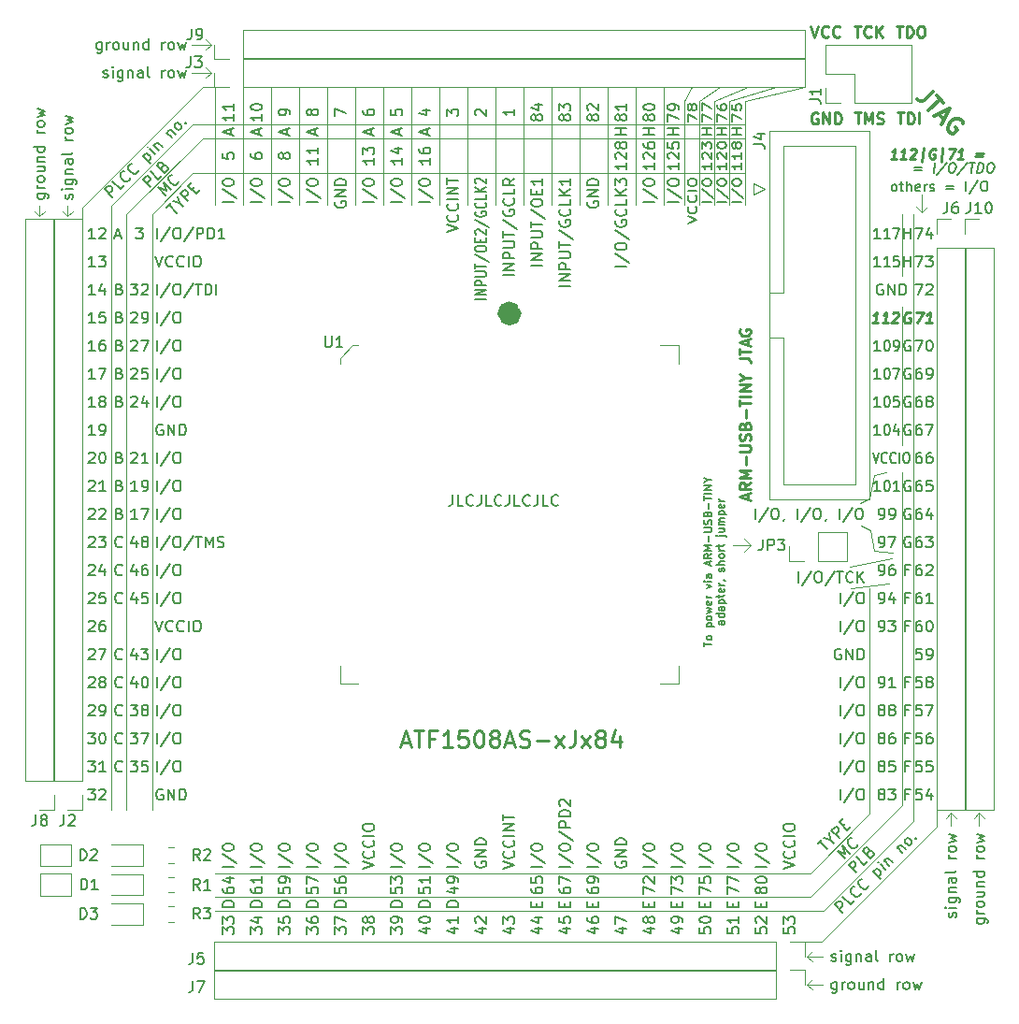
<source format=gbr>
G04 #@! TF.GenerationSoftware,KiCad,Pcbnew,6.0.9+dfsg-1*
G04 #@! TF.CreationDate,2022-12-29T14:55:31+02:00*
G04 #@! TF.ProjectId,ATF1502AS-EVB,41544631-3530-4324-9153-2d4556422e6b,rev?*
G04 #@! TF.SameCoordinates,PX2c9ce60PY9405110*
G04 #@! TF.FileFunction,Legend,Top*
G04 #@! TF.FilePolarity,Positive*
%FSLAX46Y46*%
G04 Gerber Fmt 4.6, Leading zero omitted, Abs format (unit mm)*
G04 Created by KiCad (PCBNEW 6.0.9+dfsg-1) date 2022-12-29 14:55:31*
%MOMM*%
%LPD*%
G01*
G04 APERTURE LIST*
%ADD10C,0.120000*%
%ADD11C,0.150000*%
%ADD12C,0.250000*%
%ADD13C,0.225000*%
%ADD14C,1.080000*%
%ADD15C,0.254000*%
%ADD16C,0.300000*%
%ADD17C,0.100000*%
G04 APERTURE END LIST*
D10*
X26190000Y95210000D02*
X25720000Y94740000D01*
X26190000Y95210000D02*
X25720000Y95680000D01*
X26190000Y97750000D02*
X25720000Y97280000D01*
X26190000Y97750000D02*
X25720000Y98220000D01*
X26190000Y95210000D02*
X24440000Y95210000D01*
X13220000Y82220000D02*
X12750000Y82690000D01*
X13220000Y82220000D02*
X13690000Y82690000D01*
X10680000Y82220000D02*
X10210000Y82690000D01*
X10680000Y82220000D02*
X11150000Y82690000D01*
X13220000Y82220000D02*
X13220000Y83170000D01*
X95760000Y28170000D02*
X96230000Y27700000D01*
X95760000Y28170000D02*
X95290000Y27700000D01*
X93220000Y28170000D02*
X93690000Y27700000D01*
X93220000Y28170000D02*
X92750000Y27700000D01*
X80170000Y12670000D02*
X80640000Y12200000D01*
X80170000Y12670000D02*
X80640000Y13140000D01*
X80170000Y15210000D02*
X80640000Y14740000D01*
X80170000Y15210000D02*
X80640000Y15680000D01*
X80170000Y15210000D02*
X81600000Y15210000D01*
X80170000Y12670000D02*
X81600000Y12670000D01*
X93220000Y28170000D02*
X93220000Y27020000D01*
X95760000Y28170000D02*
X95760000Y27020000D01*
X26190000Y97750000D02*
X24440000Y97750000D01*
X10680000Y82220000D02*
X10680000Y83170000D01*
D11*
X93624761Y18751428D02*
X93672380Y18846666D01*
X93672380Y19037143D01*
X93624761Y19132381D01*
X93529523Y19180000D01*
X93481904Y19180000D01*
X93386666Y19132381D01*
X93339047Y19037143D01*
X93339047Y18894285D01*
X93291428Y18799047D01*
X93196190Y18751428D01*
X93148571Y18751428D01*
X93053333Y18799047D01*
X93005714Y18894285D01*
X93005714Y19037143D01*
X93053333Y19132381D01*
X93672380Y19608571D02*
X93005714Y19608571D01*
X92672380Y19608571D02*
X92720000Y19560952D01*
X92767619Y19608571D01*
X92720000Y19656190D01*
X92672380Y19608571D01*
X92767619Y19608571D01*
X93005714Y20513333D02*
X93815238Y20513333D01*
X93910476Y20465714D01*
X93958095Y20418095D01*
X94005714Y20322857D01*
X94005714Y20180000D01*
X93958095Y20084762D01*
X93624761Y20513333D02*
X93672380Y20418095D01*
X93672380Y20227619D01*
X93624761Y20132381D01*
X93577142Y20084762D01*
X93481904Y20037143D01*
X93196190Y20037143D01*
X93100952Y20084762D01*
X93053333Y20132381D01*
X93005714Y20227619D01*
X93005714Y20418095D01*
X93053333Y20513333D01*
X93005714Y20989523D02*
X93672380Y20989523D01*
X93100952Y20989523D02*
X93053333Y21037143D01*
X93005714Y21132381D01*
X93005714Y21275238D01*
X93053333Y21370476D01*
X93148571Y21418095D01*
X93672380Y21418095D01*
X93672380Y22322857D02*
X93148571Y22322857D01*
X93053333Y22275238D01*
X93005714Y22180000D01*
X93005714Y21989523D01*
X93053333Y21894285D01*
X93624761Y22322857D02*
X93672380Y22227619D01*
X93672380Y21989523D01*
X93624761Y21894285D01*
X93529523Y21846666D01*
X93434285Y21846666D01*
X93339047Y21894285D01*
X93291428Y21989523D01*
X93291428Y22227619D01*
X93243809Y22322857D01*
X93672380Y22941904D02*
X93624761Y22846666D01*
X93529523Y22799047D01*
X92672380Y22799047D01*
X93672380Y24084762D02*
X93005714Y24084762D01*
X93196190Y24084762D02*
X93100952Y24132381D01*
X93053333Y24180000D01*
X93005714Y24275238D01*
X93005714Y24370476D01*
X93672380Y24846666D02*
X93624761Y24751428D01*
X93577142Y24703809D01*
X93481904Y24656190D01*
X93196190Y24656190D01*
X93100952Y24703809D01*
X93053333Y24751428D01*
X93005714Y24846666D01*
X93005714Y24989523D01*
X93053333Y25084762D01*
X93100952Y25132381D01*
X93196190Y25180000D01*
X93481904Y25180000D01*
X93577142Y25132381D01*
X93624761Y25084762D01*
X93672380Y24989523D01*
X93672380Y24846666D01*
X93005714Y25513333D02*
X93672380Y25703809D01*
X93196190Y25894285D01*
X93672380Y26084762D01*
X93005714Y26275238D01*
X95545714Y18608572D02*
X96355238Y18608572D01*
X96450476Y18560953D01*
X96498095Y18513334D01*
X96545714Y18418096D01*
X96545714Y18275239D01*
X96498095Y18180000D01*
X96164761Y18608572D02*
X96212380Y18513334D01*
X96212380Y18322858D01*
X96164761Y18227620D01*
X96117142Y18180000D01*
X96021904Y18132381D01*
X95736190Y18132381D01*
X95640952Y18180000D01*
X95593333Y18227620D01*
X95545714Y18322858D01*
X95545714Y18513334D01*
X95593333Y18608572D01*
X96212380Y19084762D02*
X95545714Y19084762D01*
X95736190Y19084762D02*
X95640952Y19132381D01*
X95593333Y19180000D01*
X95545714Y19275239D01*
X95545714Y19370477D01*
X96212380Y19846667D02*
X96164761Y19751429D01*
X96117142Y19703810D01*
X96021904Y19656191D01*
X95736190Y19656191D01*
X95640952Y19703810D01*
X95593333Y19751429D01*
X95545714Y19846667D01*
X95545714Y19989524D01*
X95593333Y20084762D01*
X95640952Y20132381D01*
X95736190Y20180000D01*
X96021904Y20180000D01*
X96117142Y20132381D01*
X96164761Y20084762D01*
X96212380Y19989524D01*
X96212380Y19846667D01*
X95545714Y21037143D02*
X96212380Y21037143D01*
X95545714Y20608572D02*
X96069523Y20608572D01*
X96164761Y20656191D01*
X96212380Y20751429D01*
X96212380Y20894286D01*
X96164761Y20989524D01*
X96117142Y21037143D01*
X95545714Y21513334D02*
X96212380Y21513334D01*
X95640952Y21513334D02*
X95593333Y21560953D01*
X95545714Y21656191D01*
X95545714Y21799048D01*
X95593333Y21894286D01*
X95688571Y21941905D01*
X96212380Y21941905D01*
X96212380Y22846667D02*
X95212380Y22846667D01*
X96164761Y22846667D02*
X96212380Y22751429D01*
X96212380Y22560953D01*
X96164761Y22465715D01*
X96117142Y22418096D01*
X96021904Y22370477D01*
X95736190Y22370477D01*
X95640952Y22418096D01*
X95593333Y22465715D01*
X95545714Y22560953D01*
X95545714Y22751429D01*
X95593333Y22846667D01*
X96212380Y24084762D02*
X95545714Y24084762D01*
X95736190Y24084762D02*
X95640952Y24132381D01*
X95593333Y24180000D01*
X95545714Y24275239D01*
X95545714Y24370477D01*
X96212380Y24846667D02*
X96164761Y24751429D01*
X96117142Y24703810D01*
X96021904Y24656191D01*
X95736190Y24656191D01*
X95640952Y24703810D01*
X95593333Y24751429D01*
X95545714Y24846667D01*
X95545714Y24989524D01*
X95593333Y25084762D01*
X95640952Y25132381D01*
X95736190Y25180000D01*
X96021904Y25180000D01*
X96117142Y25132381D01*
X96164761Y25084762D01*
X96212380Y24989524D01*
X96212380Y24846667D01*
X95545714Y25513334D02*
X96212380Y25703810D01*
X95736190Y25894286D01*
X96212380Y26084762D01*
X95545714Y26275239D01*
X82392380Y14805239D02*
X82487618Y14757620D01*
X82678095Y14757620D01*
X82773333Y14805239D01*
X82820952Y14900477D01*
X82820952Y14948096D01*
X82773333Y15043334D01*
X82678095Y15090953D01*
X82535237Y15090953D01*
X82439999Y15138572D01*
X82392380Y15233810D01*
X82392380Y15281429D01*
X82439999Y15376667D01*
X82535237Y15424286D01*
X82678095Y15424286D01*
X82773333Y15376667D01*
X83249523Y14757620D02*
X83249523Y15424286D01*
X83249523Y15757620D02*
X83201904Y15710000D01*
X83249523Y15662381D01*
X83297142Y15710000D01*
X83249523Y15757620D01*
X83249523Y15662381D01*
X84154285Y15424286D02*
X84154285Y14614762D01*
X84106666Y14519524D01*
X84059047Y14471905D01*
X83963809Y14424286D01*
X83820952Y14424286D01*
X83725714Y14471905D01*
X84154285Y14805239D02*
X84059047Y14757620D01*
X83868571Y14757620D01*
X83773333Y14805239D01*
X83725714Y14852858D01*
X83678095Y14948096D01*
X83678095Y15233810D01*
X83725714Y15329048D01*
X83773333Y15376667D01*
X83868571Y15424286D01*
X84059047Y15424286D01*
X84154285Y15376667D01*
X84630476Y15424286D02*
X84630476Y14757620D01*
X84630476Y15329048D02*
X84678095Y15376667D01*
X84773333Y15424286D01*
X84916190Y15424286D01*
X85011428Y15376667D01*
X85059047Y15281429D01*
X85059047Y14757620D01*
X85963809Y14757620D02*
X85963809Y15281429D01*
X85916190Y15376667D01*
X85820952Y15424286D01*
X85630476Y15424286D01*
X85535237Y15376667D01*
X85963809Y14805239D02*
X85868571Y14757620D01*
X85630476Y14757620D01*
X85535237Y14805239D01*
X85487618Y14900477D01*
X85487618Y14995715D01*
X85535237Y15090953D01*
X85630476Y15138572D01*
X85868571Y15138572D01*
X85963809Y15186191D01*
X86582856Y14757620D02*
X86487618Y14805239D01*
X86439999Y14900477D01*
X86439999Y15757620D01*
X87725714Y14757620D02*
X87725714Y15424286D01*
X87725714Y15233810D02*
X87773333Y15329048D01*
X87820952Y15376667D01*
X87916190Y15424286D01*
X88011428Y15424286D01*
X88487618Y14757620D02*
X88392380Y14805239D01*
X88344761Y14852858D01*
X88297142Y14948096D01*
X88297142Y15233810D01*
X88344761Y15329048D01*
X88392380Y15376667D01*
X88487618Y15424286D01*
X88630476Y15424286D01*
X88725714Y15376667D01*
X88773333Y15329048D01*
X88820952Y15233810D01*
X88820952Y14948096D01*
X88773333Y14852858D01*
X88725714Y14805239D01*
X88630476Y14757620D01*
X88487618Y14757620D01*
X89154285Y15424286D02*
X89344761Y14757620D01*
X89535237Y15233810D01*
X89725714Y14757620D01*
X89916190Y15424286D01*
X82868571Y12884286D02*
X82868571Y12074762D01*
X82820952Y11979524D01*
X82773333Y11931905D01*
X82678095Y11884286D01*
X82535238Y11884286D01*
X82440000Y11931905D01*
X82868571Y12265239D02*
X82773333Y12217620D01*
X82582857Y12217620D01*
X82487619Y12265239D01*
X82440000Y12312858D01*
X82392380Y12408096D01*
X82392380Y12693810D01*
X82440000Y12789048D01*
X82487619Y12836667D01*
X82582857Y12884286D01*
X82773333Y12884286D01*
X82868571Y12836667D01*
X83344761Y12217620D02*
X83344761Y12884286D01*
X83344761Y12693810D02*
X83392380Y12789048D01*
X83440000Y12836667D01*
X83535238Y12884286D01*
X83630476Y12884286D01*
X84106666Y12217620D02*
X84011428Y12265239D01*
X83963809Y12312858D01*
X83916190Y12408096D01*
X83916190Y12693810D01*
X83963809Y12789048D01*
X84011428Y12836667D01*
X84106666Y12884286D01*
X84249523Y12884286D01*
X84344761Y12836667D01*
X84392380Y12789048D01*
X84440000Y12693810D01*
X84440000Y12408096D01*
X84392380Y12312858D01*
X84344761Y12265239D01*
X84249523Y12217620D01*
X84106666Y12217620D01*
X85297142Y12884286D02*
X85297142Y12217620D01*
X84868571Y12884286D02*
X84868571Y12360477D01*
X84916190Y12265239D01*
X85011428Y12217620D01*
X85154285Y12217620D01*
X85249523Y12265239D01*
X85297142Y12312858D01*
X85773333Y12884286D02*
X85773333Y12217620D01*
X85773333Y12789048D02*
X85820952Y12836667D01*
X85916190Y12884286D01*
X86059047Y12884286D01*
X86154285Y12836667D01*
X86201904Y12741429D01*
X86201904Y12217620D01*
X87106666Y12217620D02*
X87106666Y13217620D01*
X87106666Y12265239D02*
X87011428Y12217620D01*
X86820952Y12217620D01*
X86725714Y12265239D01*
X86678095Y12312858D01*
X86630476Y12408096D01*
X86630476Y12693810D01*
X86678095Y12789048D01*
X86725714Y12836667D01*
X86820952Y12884286D01*
X87011428Y12884286D01*
X87106666Y12836667D01*
X88344761Y12217620D02*
X88344761Y12884286D01*
X88344761Y12693810D02*
X88392380Y12789048D01*
X88440000Y12836667D01*
X88535238Y12884286D01*
X88630476Y12884286D01*
X89106666Y12217620D02*
X89011428Y12265239D01*
X88963809Y12312858D01*
X88916190Y12408096D01*
X88916190Y12693810D01*
X88963809Y12789048D01*
X89011428Y12836667D01*
X89106666Y12884286D01*
X89249523Y12884286D01*
X89344761Y12836667D01*
X89392380Y12789048D01*
X89440000Y12693810D01*
X89440000Y12408096D01*
X89392380Y12312858D01*
X89344761Y12265239D01*
X89249523Y12217620D01*
X89106666Y12217620D01*
X89773333Y12884286D02*
X89963809Y12217620D01*
X90154285Y12693810D01*
X90344761Y12217620D01*
X90535238Y12884286D01*
X13624761Y83781905D02*
X13672380Y83877143D01*
X13672380Y84067620D01*
X13624761Y84162858D01*
X13529523Y84210477D01*
X13481904Y84210477D01*
X13386666Y84162858D01*
X13339047Y84067620D01*
X13339047Y83924762D01*
X13291428Y83829524D01*
X13196190Y83781905D01*
X13148571Y83781905D01*
X13053333Y83829524D01*
X13005714Y83924762D01*
X13005714Y84067620D01*
X13053333Y84162858D01*
X13672380Y84639048D02*
X13005714Y84639048D01*
X12672380Y84639048D02*
X12720000Y84591429D01*
X12767619Y84639048D01*
X12720000Y84686667D01*
X12672380Y84639048D01*
X12767619Y84639048D01*
X13005714Y85543810D02*
X13815238Y85543810D01*
X13910476Y85496191D01*
X13958095Y85448572D01*
X14005714Y85353334D01*
X14005714Y85210477D01*
X13958095Y85115239D01*
X13624761Y85543810D02*
X13672380Y85448572D01*
X13672380Y85258096D01*
X13624761Y85162858D01*
X13577142Y85115239D01*
X13481904Y85067620D01*
X13196190Y85067620D01*
X13100952Y85115239D01*
X13053333Y85162858D01*
X13005714Y85258096D01*
X13005714Y85448572D01*
X13053333Y85543810D01*
X13005714Y86020000D02*
X13672380Y86020000D01*
X13100952Y86020000D02*
X13053333Y86067620D01*
X13005714Y86162858D01*
X13005714Y86305715D01*
X13053333Y86400953D01*
X13148571Y86448572D01*
X13672380Y86448572D01*
X13672380Y87353334D02*
X13148571Y87353334D01*
X13053333Y87305715D01*
X13005714Y87210477D01*
X13005714Y87020000D01*
X13053333Y86924762D01*
X13624761Y87353334D02*
X13672380Y87258096D01*
X13672380Y87020000D01*
X13624761Y86924762D01*
X13529523Y86877143D01*
X13434285Y86877143D01*
X13339047Y86924762D01*
X13291428Y87020000D01*
X13291428Y87258096D01*
X13243809Y87353334D01*
X13672380Y87972381D02*
X13624761Y87877143D01*
X13529523Y87829524D01*
X12672380Y87829524D01*
X13672380Y89115239D02*
X13005714Y89115239D01*
X13196190Y89115239D02*
X13100952Y89162858D01*
X13053333Y89210477D01*
X13005714Y89305715D01*
X13005714Y89400953D01*
X13672380Y89877143D02*
X13624761Y89781905D01*
X13577142Y89734286D01*
X13481904Y89686667D01*
X13196190Y89686667D01*
X13100952Y89734286D01*
X13053333Y89781905D01*
X13005714Y89877143D01*
X13005714Y90020000D01*
X13053333Y90115239D01*
X13100952Y90162858D01*
X13196190Y90210477D01*
X13481904Y90210477D01*
X13577142Y90162858D01*
X13624761Y90115239D01*
X13672380Y90020000D01*
X13672380Y89877143D01*
X13005714Y90543810D02*
X13672380Y90734286D01*
X13196190Y90924762D01*
X13672380Y91115239D01*
X13005714Y91305715D01*
X10465714Y84258096D02*
X11275238Y84258096D01*
X11370476Y84210477D01*
X11418095Y84162858D01*
X11465714Y84067620D01*
X11465714Y83924763D01*
X11418095Y83829524D01*
X11084761Y84258096D02*
X11132380Y84162858D01*
X11132380Y83972382D01*
X11084761Y83877144D01*
X11037142Y83829524D01*
X10941904Y83781905D01*
X10656190Y83781905D01*
X10560952Y83829524D01*
X10513333Y83877144D01*
X10465714Y83972382D01*
X10465714Y84162858D01*
X10513333Y84258096D01*
X11132380Y84734286D02*
X10465714Y84734286D01*
X10656190Y84734286D02*
X10560952Y84781905D01*
X10513333Y84829524D01*
X10465714Y84924763D01*
X10465714Y85020001D01*
X11132380Y85496191D02*
X11084761Y85400953D01*
X11037142Y85353334D01*
X10941904Y85305715D01*
X10656190Y85305715D01*
X10560952Y85353334D01*
X10513333Y85400953D01*
X10465714Y85496191D01*
X10465714Y85639048D01*
X10513333Y85734286D01*
X10560952Y85781905D01*
X10656190Y85829524D01*
X10941904Y85829524D01*
X11037142Y85781905D01*
X11084761Y85734286D01*
X11132380Y85639048D01*
X11132380Y85496191D01*
X10465714Y86686667D02*
X11132380Y86686667D01*
X10465714Y86258096D02*
X10989523Y86258096D01*
X11084761Y86305715D01*
X11132380Y86400953D01*
X11132380Y86543810D01*
X11084761Y86639048D01*
X11037142Y86686667D01*
X10465714Y87162858D02*
X11132380Y87162858D01*
X10560952Y87162858D02*
X10513333Y87210477D01*
X10465714Y87305715D01*
X10465714Y87448572D01*
X10513333Y87543810D01*
X10608571Y87591429D01*
X11132380Y87591429D01*
X11132380Y88496191D02*
X10132380Y88496191D01*
X11084761Y88496191D02*
X11132380Y88400953D01*
X11132380Y88210477D01*
X11084761Y88115239D01*
X11037142Y88067620D01*
X10941904Y88020001D01*
X10656190Y88020001D01*
X10560952Y88067620D01*
X10513333Y88115239D01*
X10465714Y88210477D01*
X10465714Y88400953D01*
X10513333Y88496191D01*
X11132380Y89734286D02*
X10465714Y89734286D01*
X10656190Y89734286D02*
X10560952Y89781905D01*
X10513333Y89829524D01*
X10465714Y89924763D01*
X10465714Y90020001D01*
X11132380Y90496191D02*
X11084761Y90400953D01*
X11037142Y90353334D01*
X10941904Y90305715D01*
X10656190Y90305715D01*
X10560952Y90353334D01*
X10513333Y90400953D01*
X10465714Y90496191D01*
X10465714Y90639048D01*
X10513333Y90734286D01*
X10560952Y90781905D01*
X10656190Y90829524D01*
X10941904Y90829524D01*
X11037142Y90781905D01*
X11084761Y90734286D01*
X11132380Y90639048D01*
X11132380Y90496191D01*
X10465714Y91162858D02*
X11132380Y91353334D01*
X10656190Y91543810D01*
X11132380Y91734286D01*
X10465714Y91924763D01*
X16441904Y94805239D02*
X16537142Y94757620D01*
X16727619Y94757620D01*
X16822857Y94805239D01*
X16870476Y94900477D01*
X16870476Y94948096D01*
X16822857Y95043334D01*
X16727619Y95090953D01*
X16584761Y95090953D01*
X16489523Y95138572D01*
X16441904Y95233810D01*
X16441904Y95281429D01*
X16489523Y95376667D01*
X16584761Y95424286D01*
X16727619Y95424286D01*
X16822857Y95376667D01*
X17299047Y94757620D02*
X17299047Y95424286D01*
X17299047Y95757620D02*
X17251428Y95710000D01*
X17299047Y95662381D01*
X17346666Y95710000D01*
X17299047Y95757620D01*
X17299047Y95662381D01*
X18203809Y95424286D02*
X18203809Y94614762D01*
X18156190Y94519524D01*
X18108571Y94471905D01*
X18013333Y94424286D01*
X17870476Y94424286D01*
X17775238Y94471905D01*
X18203809Y94805239D02*
X18108571Y94757620D01*
X17918095Y94757620D01*
X17822857Y94805239D01*
X17775238Y94852858D01*
X17727619Y94948096D01*
X17727619Y95233810D01*
X17775238Y95329048D01*
X17822857Y95376667D01*
X17918095Y95424286D01*
X18108571Y95424286D01*
X18203809Y95376667D01*
X18680000Y95424286D02*
X18680000Y94757620D01*
X18680000Y95329048D02*
X18727619Y95376667D01*
X18822857Y95424286D01*
X18965714Y95424286D01*
X19060952Y95376667D01*
X19108571Y95281429D01*
X19108571Y94757620D01*
X20013333Y94757620D02*
X20013333Y95281429D01*
X19965714Y95376667D01*
X19870476Y95424286D01*
X19680000Y95424286D01*
X19584761Y95376667D01*
X20013333Y94805239D02*
X19918095Y94757620D01*
X19680000Y94757620D01*
X19584761Y94805239D01*
X19537142Y94900477D01*
X19537142Y94995715D01*
X19584761Y95090953D01*
X19680000Y95138572D01*
X19918095Y95138572D01*
X20013333Y95186191D01*
X20632380Y94757620D02*
X20537142Y94805239D01*
X20489523Y94900477D01*
X20489523Y95757620D01*
X21775238Y94757620D02*
X21775238Y95424286D01*
X21775238Y95233810D02*
X21822857Y95329048D01*
X21870476Y95376667D01*
X21965714Y95424286D01*
X22060952Y95424286D01*
X22537142Y94757620D02*
X22441904Y94805239D01*
X22394285Y94852858D01*
X22346666Y94948096D01*
X22346666Y95233810D01*
X22394285Y95329048D01*
X22441904Y95376667D01*
X22537142Y95424286D01*
X22680000Y95424286D01*
X22775238Y95376667D01*
X22822857Y95329048D01*
X22870476Y95233810D01*
X22870476Y94948096D01*
X22822857Y94852858D01*
X22775238Y94805239D01*
X22680000Y94757620D01*
X22537142Y94757620D01*
X23203809Y95424286D02*
X23394285Y94757620D01*
X23584761Y95233810D01*
X23775238Y94757620D01*
X23965714Y95424286D01*
X16299048Y97964286D02*
X16299048Y97154762D01*
X16251429Y97059524D01*
X16203810Y97011905D01*
X16108572Y96964286D01*
X15965715Y96964286D01*
X15870477Y97011905D01*
X16299048Y97345239D02*
X16203810Y97297620D01*
X16013334Y97297620D01*
X15918096Y97345239D01*
X15870477Y97392858D01*
X15822857Y97488096D01*
X15822857Y97773810D01*
X15870477Y97869048D01*
X15918096Y97916667D01*
X16013334Y97964286D01*
X16203810Y97964286D01*
X16299048Y97916667D01*
X16775238Y97297620D02*
X16775238Y97964286D01*
X16775238Y97773810D02*
X16822857Y97869048D01*
X16870477Y97916667D01*
X16965715Y97964286D01*
X17060953Y97964286D01*
X17537143Y97297620D02*
X17441905Y97345239D01*
X17394286Y97392858D01*
X17346667Y97488096D01*
X17346667Y97773810D01*
X17394286Y97869048D01*
X17441905Y97916667D01*
X17537143Y97964286D01*
X17680000Y97964286D01*
X17775238Y97916667D01*
X17822857Y97869048D01*
X17870477Y97773810D01*
X17870477Y97488096D01*
X17822857Y97392858D01*
X17775238Y97345239D01*
X17680000Y97297620D01*
X17537143Y97297620D01*
X18727619Y97964286D02*
X18727619Y97297620D01*
X18299048Y97964286D02*
X18299048Y97440477D01*
X18346667Y97345239D01*
X18441905Y97297620D01*
X18584762Y97297620D01*
X18680000Y97345239D01*
X18727619Y97392858D01*
X19203810Y97964286D02*
X19203810Y97297620D01*
X19203810Y97869048D02*
X19251429Y97916667D01*
X19346667Y97964286D01*
X19489524Y97964286D01*
X19584762Y97916667D01*
X19632381Y97821429D01*
X19632381Y97297620D01*
X20537143Y97297620D02*
X20537143Y98297620D01*
X20537143Y97345239D02*
X20441905Y97297620D01*
X20251429Y97297620D01*
X20156191Y97345239D01*
X20108572Y97392858D01*
X20060953Y97488096D01*
X20060953Y97773810D01*
X20108572Y97869048D01*
X20156191Y97916667D01*
X20251429Y97964286D01*
X20441905Y97964286D01*
X20537143Y97916667D01*
X21775238Y97297620D02*
X21775238Y97964286D01*
X21775238Y97773810D02*
X21822857Y97869048D01*
X21870477Y97916667D01*
X21965715Y97964286D01*
X22060953Y97964286D01*
X22537143Y97297620D02*
X22441905Y97345239D01*
X22394286Y97392858D01*
X22346667Y97488096D01*
X22346667Y97773810D01*
X22394286Y97869048D01*
X22441905Y97916667D01*
X22537143Y97964286D01*
X22680000Y97964286D01*
X22775238Y97916667D01*
X22822857Y97869048D01*
X22870477Y97773810D01*
X22870477Y97488096D01*
X22822857Y97392858D01*
X22775238Y97345239D01*
X22680000Y97297620D01*
X22537143Y97297620D01*
X23203810Y97964286D02*
X23394286Y97297620D01*
X23584762Y97773810D01*
X23775238Y97297620D01*
X23965715Y97964286D01*
D10*
X91890000Y28480000D02*
X91890000Y26900000D01*
X81530000Y16540000D02*
X91890000Y26900000D01*
X81270000Y16540000D02*
X81530000Y16540000D01*
X81010000Y16540000D02*
X81270000Y16540000D01*
X79930000Y16540000D02*
X81010000Y16540000D01*
X81660000Y19310000D02*
X89810000Y27460000D01*
X80480000Y19310000D02*
X81660000Y19310000D01*
X80480000Y20550000D02*
X88780000Y28850000D01*
X80480000Y22710000D02*
X85860000Y28090000D01*
D11*
X83620625Y24050863D02*
X82913519Y24757970D01*
X83654297Y24488596D01*
X83384923Y25229375D01*
X84092030Y24522268D01*
X84765465Y25330390D02*
X84765465Y25263046D01*
X84698122Y25128359D01*
X84630778Y25061016D01*
X84496091Y24993672D01*
X84361404Y24993672D01*
X84260389Y25027344D01*
X84092030Y25128359D01*
X83991015Y25229375D01*
X83890000Y25397733D01*
X83856328Y25498749D01*
X83856328Y25633436D01*
X83923671Y25768123D01*
X83991015Y25835466D01*
X84125702Y25902810D01*
X84193045Y25902810D01*
X84634923Y22785161D02*
X83927816Y23492268D01*
X84197190Y23761642D01*
X84298206Y23795313D01*
X84365549Y23795313D01*
X84466564Y23761642D01*
X84567580Y23660626D01*
X84601251Y23559611D01*
X84601251Y23492268D01*
X84567580Y23391252D01*
X84298206Y23121878D01*
X85678748Y23828985D02*
X85342030Y23492268D01*
X84634923Y24199375D01*
X85779763Y24670779D02*
X85914450Y24738123D01*
X85981793Y24738123D01*
X86082809Y24704451D01*
X86183824Y24603436D01*
X86217496Y24502420D01*
X86217496Y24435077D01*
X86183824Y24334062D01*
X85914450Y24064688D01*
X85207343Y24771794D01*
X85443045Y25007497D01*
X85544061Y25041168D01*
X85611404Y25041168D01*
X85712419Y25007497D01*
X85779763Y24940153D01*
X85813435Y24839138D01*
X85813435Y24771794D01*
X85779763Y24670779D01*
X85544061Y24435077D01*
X81144263Y25378714D02*
X81548324Y25782775D01*
X82053400Y24873638D02*
X81346294Y25580745D01*
X82289103Y25782775D02*
X82625820Y25446058D01*
X81683011Y25917462D02*
X82289103Y25782775D01*
X82154416Y26388867D01*
X83097225Y25917462D02*
X82390118Y26624569D01*
X82659492Y26893943D01*
X82760507Y26927615D01*
X82827851Y26927615D01*
X82928866Y26893943D01*
X83029881Y26792928D01*
X83063553Y26691913D01*
X83063553Y26624569D01*
X83029881Y26523554D01*
X82760507Y26254180D01*
X83433942Y26994958D02*
X83669644Y27230661D01*
X84141049Y26961287D02*
X83804331Y26624569D01*
X83097225Y27331676D01*
X83433942Y27668393D01*
X83416378Y19176615D02*
X82709271Y19883722D01*
X82978645Y20153096D01*
X83079660Y20186768D01*
X83147004Y20186768D01*
X83248019Y20153096D01*
X83349034Y20052081D01*
X83382706Y19951066D01*
X83382706Y19883722D01*
X83349034Y19782707D01*
X83079660Y19513333D01*
X84460202Y20220440D02*
X84123485Y19883722D01*
X83416378Y20590829D01*
X85032622Y20927547D02*
X85032622Y20860203D01*
X84965278Y20725516D01*
X84897935Y20658173D01*
X84763248Y20590829D01*
X84628561Y20590829D01*
X84527546Y20624501D01*
X84359187Y20725516D01*
X84258172Y20826531D01*
X84157156Y20994890D01*
X84123485Y21095905D01*
X84123485Y21230592D01*
X84190828Y21365279D01*
X84258172Y21432623D01*
X84392859Y21499966D01*
X84460202Y21499966D01*
X85739729Y21634653D02*
X85739729Y21567310D01*
X85672385Y21432623D01*
X85605042Y21365279D01*
X85470355Y21297936D01*
X85335668Y21297936D01*
X85234652Y21331608D01*
X85066294Y21432623D01*
X84965278Y21533638D01*
X84864263Y21701997D01*
X84830591Y21803012D01*
X84830591Y21937699D01*
X84897935Y22072386D01*
X84965278Y22139730D01*
X85099965Y22207073D01*
X85167309Y22207073D01*
X86177461Y22880508D02*
X86884568Y22173401D01*
X86211133Y22846836D02*
X86244805Y22947852D01*
X86379492Y23082539D01*
X86480507Y23116210D01*
X86547851Y23116210D01*
X86648866Y23082539D01*
X86850896Y22880508D01*
X86884568Y22779493D01*
X86884568Y22712149D01*
X86850896Y22611134D01*
X86716209Y22476447D01*
X86615194Y22442775D01*
X87288629Y23048867D02*
X86817225Y23520271D01*
X86581522Y23755974D02*
X86581522Y23688630D01*
X86648866Y23688630D01*
X86648866Y23755974D01*
X86581522Y23755974D01*
X86648866Y23688630D01*
X87153942Y23856989D02*
X87625347Y23385584D01*
X87221286Y23789645D02*
X87221286Y23856989D01*
X87254957Y23958004D01*
X87355973Y24059019D01*
X87456988Y24092691D01*
X87558003Y24059019D01*
X87928392Y23688630D01*
X88332453Y25035500D02*
X88803858Y24564096D01*
X88399797Y24968157D02*
X88399797Y25035500D01*
X88433469Y25136515D01*
X88534484Y25237531D01*
X88635499Y25271202D01*
X88736514Y25237531D01*
X89106904Y24867141D01*
X89544637Y25304874D02*
X89443621Y25271202D01*
X89376278Y25271202D01*
X89275263Y25304874D01*
X89073232Y25506905D01*
X89039560Y25607920D01*
X89039560Y25675264D01*
X89073232Y25776279D01*
X89174247Y25877294D01*
X89275263Y25910966D01*
X89342606Y25910966D01*
X89443621Y25877294D01*
X89645652Y25675264D01*
X89679324Y25574248D01*
X89679324Y25506905D01*
X89645652Y25405889D01*
X89544637Y25304874D01*
X90016041Y25910966D02*
X90083385Y25910966D01*
X90083385Y25843622D01*
X90016041Y25843622D01*
X90016041Y25910966D01*
X90083385Y25843622D01*
D10*
X25450000Y93880000D02*
X26550000Y93880000D01*
X14550000Y82980000D02*
X25450000Y93880000D01*
X14550000Y81940000D02*
X14550000Y82980000D01*
X17170000Y83130000D02*
X24570000Y90530000D01*
X17170000Y82370000D02*
X17170000Y83130000D01*
X18540000Y82370000D02*
X25460000Y89290000D01*
X20850000Y82400000D02*
X24530000Y86080000D01*
X74530000Y89290000D02*
X25460000Y89290000D01*
D11*
X22184263Y83008714D02*
X22588324Y83412775D01*
X23093400Y82503638D02*
X22386294Y83210745D01*
X23329103Y83412775D02*
X23665820Y83076058D01*
X22723011Y83547462D02*
X23329103Y83412775D01*
X23194416Y84018867D01*
X24137225Y83547462D02*
X23430118Y84254569D01*
X23699492Y84523943D01*
X23800507Y84557615D01*
X23867851Y84557615D01*
X23968866Y84523943D01*
X24069881Y84422928D01*
X24103553Y84321913D01*
X24103553Y84254569D01*
X24069881Y84153554D01*
X23800507Y83884180D01*
X24473942Y84624958D02*
X24709644Y84860661D01*
X25181049Y84591287D02*
X24844331Y84254569D01*
X24137225Y84961676D01*
X24473942Y85298393D01*
X22110625Y84110863D02*
X21403519Y84817970D01*
X22144297Y84548596D01*
X21874923Y85289375D01*
X22582030Y84582268D01*
X23255465Y85390390D02*
X23255465Y85323046D01*
X23188122Y85188359D01*
X23120778Y85121016D01*
X22986091Y85053672D01*
X22851404Y85053672D01*
X22750389Y85087344D01*
X22582030Y85188359D01*
X22481015Y85289375D01*
X22380000Y85457733D01*
X22346328Y85558749D01*
X22346328Y85693436D01*
X22413671Y85828123D01*
X22481015Y85895466D01*
X22615702Y85962810D01*
X22683045Y85962810D01*
X20714923Y84835161D02*
X20007816Y85542268D01*
X20277190Y85811642D01*
X20378206Y85845313D01*
X20445549Y85845313D01*
X20546564Y85811642D01*
X20647580Y85710626D01*
X20681251Y85609611D01*
X20681251Y85542268D01*
X20647580Y85441252D01*
X20378206Y85171878D01*
X21758748Y85878985D02*
X21422030Y85542268D01*
X20714923Y86249375D01*
X21859763Y86720779D02*
X21994450Y86788123D01*
X22061793Y86788123D01*
X22162809Y86754451D01*
X22263824Y86653436D01*
X22297496Y86552420D01*
X22297496Y86485077D01*
X22263824Y86384062D01*
X21994450Y86114688D01*
X21287343Y86821794D01*
X21523045Y87057497D01*
X21624061Y87091168D01*
X21691404Y87091168D01*
X21792419Y87057497D01*
X21859763Y86990153D01*
X21893435Y86889138D01*
X21893435Y86821794D01*
X21859763Y86720779D01*
X21624061Y86485077D01*
X17276378Y83936615D02*
X16569271Y84643722D01*
X16838645Y84913096D01*
X16939660Y84946768D01*
X17007004Y84946768D01*
X17108019Y84913096D01*
X17209034Y84812081D01*
X17242706Y84711066D01*
X17242706Y84643722D01*
X17209034Y84542707D01*
X16939660Y84273333D01*
X18320202Y84980440D02*
X17983485Y84643722D01*
X17276378Y85350829D01*
X18892622Y85687547D02*
X18892622Y85620203D01*
X18825278Y85485516D01*
X18757935Y85418173D01*
X18623248Y85350829D01*
X18488561Y85350829D01*
X18387546Y85384501D01*
X18219187Y85485516D01*
X18118172Y85586531D01*
X18017156Y85754890D01*
X17983485Y85855905D01*
X17983485Y85990592D01*
X18050828Y86125279D01*
X18118172Y86192623D01*
X18252859Y86259966D01*
X18320202Y86259966D01*
X19599729Y86394653D02*
X19599729Y86327310D01*
X19532385Y86192623D01*
X19465042Y86125279D01*
X19330355Y86057936D01*
X19195668Y86057936D01*
X19094652Y86091608D01*
X18926294Y86192623D01*
X18825278Y86293638D01*
X18724263Y86461997D01*
X18690591Y86563012D01*
X18690591Y86697699D01*
X18757935Y86832386D01*
X18825278Y86899730D01*
X18959965Y86967073D01*
X19027309Y86967073D01*
X20037461Y87640508D02*
X20744568Y86933401D01*
X20071133Y87606836D02*
X20104805Y87707852D01*
X20239492Y87842539D01*
X20340507Y87876210D01*
X20407851Y87876210D01*
X20508866Y87842539D01*
X20710896Y87640508D01*
X20744568Y87539493D01*
X20744568Y87472149D01*
X20710896Y87371134D01*
X20576209Y87236447D01*
X20475194Y87202775D01*
X21148629Y87808867D02*
X20677225Y88280271D01*
X20441522Y88515974D02*
X20441522Y88448630D01*
X20508866Y88448630D01*
X20508866Y88515974D01*
X20441522Y88515974D01*
X20508866Y88448630D01*
X21013942Y88616989D02*
X21485347Y88145584D01*
X21081286Y88549645D02*
X21081286Y88616989D01*
X21114957Y88718004D01*
X21215973Y88819019D01*
X21316988Y88852691D01*
X21418003Y88819019D01*
X21788392Y88448630D01*
X22192453Y89795500D02*
X22663858Y89324096D01*
X22259797Y89728157D02*
X22259797Y89795500D01*
X22293469Y89896515D01*
X22394484Y89997531D01*
X22495499Y90031202D01*
X22596514Y89997531D01*
X22966904Y89627141D01*
X23404637Y90064874D02*
X23303621Y90031202D01*
X23236278Y90031202D01*
X23135263Y90064874D01*
X22933232Y90266905D01*
X22899560Y90367920D01*
X22899560Y90435264D01*
X22933232Y90536279D01*
X23034247Y90637294D01*
X23135263Y90670966D01*
X23202606Y90670966D01*
X23303621Y90637294D01*
X23505652Y90435264D01*
X23539324Y90334248D01*
X23539324Y90266905D01*
X23505652Y90165889D01*
X23404637Y90064874D01*
X23876041Y90670966D02*
X23943385Y90670966D01*
X23943385Y90603622D01*
X23876041Y90603622D01*
X23876041Y90670966D01*
X23943385Y90603622D01*
X89923723Y86614286D02*
X90609437Y86614286D01*
X90577294Y86357143D02*
X89891580Y86357143D01*
X91664794Y86142858D02*
X91777294Y87042858D01*
X92854080Y87085715D02*
X91938008Y85928572D01*
X93320151Y87042858D02*
X93491580Y87042858D01*
X93571937Y87000000D01*
X93646937Y86914286D01*
X93668366Y86742858D01*
X93630866Y86442858D01*
X93566580Y86271429D01*
X93470151Y86185715D01*
X93379080Y86142858D01*
X93207651Y86142858D01*
X93127294Y86185715D01*
X93052294Y86271429D01*
X93030866Y86442858D01*
X93068366Y86742858D01*
X93132651Y86914286D01*
X93229080Y87000000D01*
X93320151Y87042858D01*
X94739794Y87085715D02*
X93823723Y85928572D01*
X94905866Y87042858D02*
X95420151Y87042858D01*
X95050508Y86142858D02*
X95163008Y87042858D01*
X95607651Y86142858D02*
X95720151Y87042858D01*
X95934437Y87042858D01*
X96057651Y87000000D01*
X96132651Y86914286D01*
X96164794Y86828572D01*
X96186223Y86657143D01*
X96170151Y86528572D01*
X96105866Y86357143D01*
X96052294Y86271429D01*
X95955866Y86185715D01*
X95821937Y86142858D01*
X95607651Y86142858D01*
X96791580Y87042858D02*
X96963008Y87042858D01*
X97043366Y87000000D01*
X97118366Y86914286D01*
X97139794Y86742858D01*
X97102294Y86442858D01*
X97038008Y86271429D01*
X96941580Y86185715D01*
X96850508Y86142858D01*
X96679080Y86142858D01*
X96598723Y86185715D01*
X96523723Y86271429D01*
X96502294Y86442858D01*
X96539794Y86742858D01*
X96604080Y86914286D01*
X96700508Y87000000D01*
X96791580Y87042858D01*
X88021429Y84472858D02*
X87935714Y84515715D01*
X87892857Y84558572D01*
X87850000Y84644286D01*
X87850000Y84901429D01*
X87892857Y84987143D01*
X87935714Y85030000D01*
X88021429Y85072858D01*
X88150000Y85072858D01*
X88235714Y85030000D01*
X88278572Y84987143D01*
X88321429Y84901429D01*
X88321429Y84644286D01*
X88278572Y84558572D01*
X88235714Y84515715D01*
X88150000Y84472858D01*
X88021429Y84472858D01*
X88578572Y85072858D02*
X88921429Y85072858D01*
X88707143Y85372858D02*
X88707143Y84601429D01*
X88750000Y84515715D01*
X88835714Y84472858D01*
X88921429Y84472858D01*
X89221429Y84472858D02*
X89221429Y85372858D01*
X89607143Y84472858D02*
X89607143Y84944286D01*
X89564286Y85030000D01*
X89478572Y85072858D01*
X89350000Y85072858D01*
X89264286Y85030000D01*
X89221429Y84987143D01*
X90378572Y84515715D02*
X90292857Y84472858D01*
X90121429Y84472858D01*
X90035714Y84515715D01*
X89992857Y84601429D01*
X89992857Y84944286D01*
X90035714Y85030000D01*
X90121429Y85072858D01*
X90292857Y85072858D01*
X90378572Y85030000D01*
X90421429Y84944286D01*
X90421429Y84858572D01*
X89992857Y84772858D01*
X90807143Y84472858D02*
X90807143Y85072858D01*
X90807143Y84901429D02*
X90850000Y84987143D01*
X90892857Y85030000D01*
X90978572Y85072858D01*
X91064286Y85072858D01*
X91321429Y84515715D02*
X91407143Y84472858D01*
X91578572Y84472858D01*
X91664286Y84515715D01*
X91707143Y84601429D01*
X91707143Y84644286D01*
X91664286Y84730000D01*
X91578572Y84772858D01*
X91450000Y84772858D01*
X91364286Y84815715D01*
X91321429Y84901429D01*
X91321429Y84944286D01*
X91364286Y85030000D01*
X91450000Y85072858D01*
X91578572Y85072858D01*
X91664286Y85030000D01*
X92778572Y84944286D02*
X93464286Y84944286D01*
X93464286Y84687143D02*
X92778572Y84687143D01*
X94578572Y84472858D02*
X94578572Y85372858D01*
X95650000Y85415715D02*
X94878572Y84258572D01*
X96121429Y85372858D02*
X96292857Y85372858D01*
X96378572Y85330000D01*
X96464286Y85244286D01*
X96507143Y85072858D01*
X96507143Y84772858D01*
X96464286Y84601429D01*
X96378572Y84515715D01*
X96292857Y84472858D01*
X96121429Y84472858D01*
X96035714Y84515715D01*
X95950000Y84601429D01*
X95907143Y84772858D01*
X95907143Y85072858D01*
X95950000Y85244286D01*
X96035714Y85330000D01*
X96121429Y85372858D01*
D10*
X90550000Y82600000D02*
X91050000Y83100000D01*
X90550000Y82600000D02*
X90050000Y83100000D01*
X90550000Y84130000D02*
X90550000Y82600000D01*
X88780000Y76840000D02*
X88780000Y82410000D01*
X84150000Y48530000D02*
X87610000Y48950000D01*
X84030000Y50440000D02*
X87860000Y51260000D01*
X86230000Y58780000D02*
X87320000Y59000000D01*
X85840000Y56620000D02*
X86230000Y58780000D01*
X85010000Y56250000D02*
X85840000Y56620000D01*
X86220000Y51880000D02*
X87940000Y51720000D01*
X85940000Y53780000D02*
X86220000Y51880000D01*
X85080000Y54210000D02*
X85940000Y53780000D01*
X88780000Y61510000D02*
X88780000Y74040000D01*
X85860000Y28090000D02*
X85860000Y48530000D01*
X88780000Y28850000D02*
X88780000Y59050000D01*
X89810000Y27460000D02*
X89810000Y82410000D01*
D11*
X83199166Y29357620D02*
X83199166Y30357620D01*
X84389642Y30405239D02*
X83532500Y29119524D01*
X84913452Y30357620D02*
X85103928Y30357620D01*
X85199166Y30310000D01*
X85294404Y30214762D01*
X85342023Y30024286D01*
X85342023Y29690953D01*
X85294404Y29500477D01*
X85199166Y29405239D01*
X85103928Y29357620D01*
X84913452Y29357620D01*
X84818214Y29405239D01*
X84722976Y29500477D01*
X84675357Y29690953D01*
X84675357Y30024286D01*
X84722976Y30214762D01*
X84818214Y30310000D01*
X84913452Y30357620D01*
X83199166Y31897620D02*
X83199166Y32897620D01*
X84389642Y32945239D02*
X83532500Y31659524D01*
X84913452Y32897620D02*
X85103928Y32897620D01*
X85199166Y32850000D01*
X85294404Y32754762D01*
X85342023Y32564286D01*
X85342023Y32230953D01*
X85294404Y32040477D01*
X85199166Y31945239D01*
X85103928Y31897620D01*
X84913452Y31897620D01*
X84818214Y31945239D01*
X84722976Y32040477D01*
X84675357Y32230953D01*
X84675357Y32564286D01*
X84722976Y32754762D01*
X84818214Y32850000D01*
X84913452Y32897620D01*
X83199166Y34437620D02*
X83199166Y35437620D01*
X84389642Y35485239D02*
X83532500Y34199524D01*
X84913452Y35437620D02*
X85103928Y35437620D01*
X85199166Y35390000D01*
X85294404Y35294762D01*
X85342023Y35104286D01*
X85342023Y34770953D01*
X85294404Y34580477D01*
X85199166Y34485239D01*
X85103928Y34437620D01*
X84913452Y34437620D01*
X84818214Y34485239D01*
X84722976Y34580477D01*
X84675357Y34770953D01*
X84675357Y35104286D01*
X84722976Y35294762D01*
X84818214Y35390000D01*
X84913452Y35437620D01*
X83199166Y36977620D02*
X83199166Y37977620D01*
X84389642Y38025239D02*
X83532500Y36739524D01*
X84913452Y37977620D02*
X85103928Y37977620D01*
X85199166Y37930000D01*
X85294404Y37834762D01*
X85342023Y37644286D01*
X85342023Y37310953D01*
X85294404Y37120477D01*
X85199166Y37025239D01*
X85103928Y36977620D01*
X84913452Y36977620D01*
X84818214Y37025239D01*
X84722976Y37120477D01*
X84675357Y37310953D01*
X84675357Y37644286D01*
X84722976Y37834762D01*
X84818214Y37930000D01*
X84913452Y37977620D01*
X83199166Y39517620D02*
X83199166Y40517620D01*
X84389642Y40565239D02*
X83532500Y39279524D01*
X84913452Y40517620D02*
X85103928Y40517620D01*
X85199166Y40470000D01*
X85294404Y40374762D01*
X85342023Y40184286D01*
X85342023Y39850953D01*
X85294404Y39660477D01*
X85199166Y39565239D01*
X85103928Y39517620D01*
X84913452Y39517620D01*
X84818214Y39565239D01*
X84722976Y39660477D01*
X84675357Y39850953D01*
X84675357Y40184286D01*
X84722976Y40374762D01*
X84818214Y40470000D01*
X84913452Y40517620D01*
X83199166Y44597620D02*
X83199166Y45597620D01*
X84389642Y45645239D02*
X83532500Y44359524D01*
X84913452Y45597620D02*
X85103928Y45597620D01*
X85199166Y45550000D01*
X85294404Y45454762D01*
X85342023Y45264286D01*
X85342023Y44930953D01*
X85294404Y44740477D01*
X85199166Y44645239D01*
X85103928Y44597620D01*
X84913452Y44597620D01*
X84818214Y44645239D01*
X84722976Y44740477D01*
X84675357Y44930953D01*
X84675357Y45264286D01*
X84722976Y45454762D01*
X84818214Y45550000D01*
X84913452Y45597620D01*
X83199166Y47137620D02*
X83199166Y48137620D01*
X84389642Y48185239D02*
X83532500Y46899524D01*
X84913452Y48137620D02*
X85103928Y48137620D01*
X85199166Y48090000D01*
X85294404Y47994762D01*
X85342023Y47804286D01*
X85342023Y47470953D01*
X85294404Y47280477D01*
X85199166Y47185239D01*
X85103928Y47137620D01*
X84913452Y47137620D01*
X84818214Y47185239D01*
X84722976Y47280477D01*
X84675357Y47470953D01*
X84675357Y47804286D01*
X84722976Y47994762D01*
X84818214Y48090000D01*
X84913452Y48137620D01*
X75480119Y54757620D02*
X75480119Y55757620D01*
X76670595Y55805239D02*
X75813452Y54519524D01*
X77194404Y55757620D02*
X77384880Y55757620D01*
X77480119Y55710000D01*
X77575357Y55614762D01*
X77622976Y55424286D01*
X77622976Y55090953D01*
X77575357Y54900477D01*
X77480119Y54805239D01*
X77384880Y54757620D01*
X77194404Y54757620D01*
X77099166Y54805239D01*
X77003928Y54900477D01*
X76956309Y55090953D01*
X76956309Y55424286D01*
X77003928Y55614762D01*
X77099166Y55710000D01*
X77194404Y55757620D01*
X78099166Y54805239D02*
X78099166Y54757620D01*
X78051547Y54662381D01*
X78003928Y54614762D01*
X79289642Y54757620D02*
X79289642Y55757620D01*
X80480119Y55805239D02*
X79622976Y54519524D01*
X81003928Y55757620D02*
X81194404Y55757620D01*
X81289642Y55710000D01*
X81384880Y55614762D01*
X81432500Y55424286D01*
X81432500Y55090953D01*
X81384880Y54900477D01*
X81289642Y54805239D01*
X81194404Y54757620D01*
X81003928Y54757620D01*
X80908690Y54805239D01*
X80813452Y54900477D01*
X80765833Y55090953D01*
X80765833Y55424286D01*
X80813452Y55614762D01*
X80908690Y55710000D01*
X81003928Y55757620D01*
X81908690Y54805239D02*
X81908690Y54757620D01*
X81861071Y54662381D01*
X81813452Y54614762D01*
X83099166Y54757620D02*
X83099166Y55757620D01*
X84289642Y55805239D02*
X83432500Y54519524D01*
X84813452Y55757620D02*
X85003928Y55757620D01*
X85099166Y55710000D01*
X85194404Y55614762D01*
X85242023Y55424286D01*
X85242023Y55090953D01*
X85194404Y54900477D01*
X85099166Y54805239D01*
X85003928Y54757620D01*
X84813452Y54757620D01*
X84718214Y54805239D01*
X84622976Y54900477D01*
X84575357Y55090953D01*
X84575357Y55424286D01*
X84622976Y55614762D01*
X84718214Y55710000D01*
X84813452Y55757620D01*
X89411547Y29881429D02*
X89078214Y29881429D01*
X89078214Y29357620D02*
X89078214Y30357620D01*
X89554404Y30357620D01*
X89411547Y32421429D02*
X89078214Y32421429D01*
X89078214Y31897620D02*
X89078214Y32897620D01*
X89554404Y32897620D01*
X89411547Y34961429D02*
X89078214Y34961429D01*
X89078214Y34437620D02*
X89078214Y35437620D01*
X89554404Y35437620D01*
X89411547Y37501429D02*
X89078214Y37501429D01*
X89078214Y36977620D02*
X89078214Y37977620D01*
X89554404Y37977620D01*
X89411547Y40041429D02*
X89078214Y40041429D01*
X89078214Y39517620D02*
X89078214Y40517620D01*
X89554404Y40517620D01*
X89411547Y45121429D02*
X89078214Y45121429D01*
X89078214Y44597620D02*
X89078214Y45597620D01*
X89554404Y45597620D01*
X89411547Y47661429D02*
X89078214Y47661429D01*
X89078214Y47137620D02*
X89078214Y48137620D01*
X89554404Y48137620D01*
X89530594Y53170000D02*
X89435356Y53217620D01*
X89292499Y53217620D01*
X89149642Y53170000D01*
X89054404Y53074762D01*
X89006785Y52979524D01*
X88959166Y52789048D01*
X88959166Y52646191D01*
X89006785Y52455715D01*
X89054404Y52360477D01*
X89149642Y52265239D01*
X89292499Y52217620D01*
X89387737Y52217620D01*
X89530594Y52265239D01*
X89578213Y52312858D01*
X89578213Y52646191D01*
X89387737Y52646191D01*
X89530594Y55710000D02*
X89435356Y55757620D01*
X89292499Y55757620D01*
X89149642Y55710000D01*
X89054404Y55614762D01*
X89006785Y55519524D01*
X88959166Y55329048D01*
X88959166Y55186191D01*
X89006785Y54995715D01*
X89054404Y54900477D01*
X89149642Y54805239D01*
X89292499Y54757620D01*
X89387737Y54757620D01*
X89530594Y54805239D01*
X89578213Y54852858D01*
X89578213Y55186191D01*
X89387737Y55186191D01*
X89530594Y58250000D02*
X89435356Y58297620D01*
X89292499Y58297620D01*
X89149642Y58250000D01*
X89054404Y58154762D01*
X89006785Y58059524D01*
X88959166Y57869048D01*
X88959166Y57726191D01*
X89006785Y57535715D01*
X89054404Y57440477D01*
X89149642Y57345239D01*
X89292499Y57297620D01*
X89387737Y57297620D01*
X89530594Y57345239D01*
X89578213Y57392858D01*
X89578213Y57726191D01*
X89387737Y57726191D01*
X89530594Y63330000D02*
X89435356Y63377620D01*
X89292499Y63377620D01*
X89149642Y63330000D01*
X89054404Y63234762D01*
X89006785Y63139524D01*
X88959166Y62949048D01*
X88959166Y62806191D01*
X89006785Y62615715D01*
X89054404Y62520477D01*
X89149642Y62425239D01*
X89292499Y62377620D01*
X89387737Y62377620D01*
X89530594Y62425239D01*
X89578213Y62472858D01*
X89578213Y62806191D01*
X89387737Y62806191D01*
X89530594Y65870000D02*
X89435356Y65917620D01*
X89292499Y65917620D01*
X89149642Y65870000D01*
X89054404Y65774762D01*
X89006785Y65679524D01*
X88959166Y65489048D01*
X88959166Y65346191D01*
X89006785Y65155715D01*
X89054404Y65060477D01*
X89149642Y64965239D01*
X89292499Y64917620D01*
X89387737Y64917620D01*
X89530594Y64965239D01*
X89578213Y65012858D01*
X89578213Y65346191D01*
X89387737Y65346191D01*
X89530594Y68410000D02*
X89435356Y68457620D01*
X89292499Y68457620D01*
X89149642Y68410000D01*
X89054404Y68314762D01*
X89006785Y68219524D01*
X88959166Y68029048D01*
X88959166Y67886191D01*
X89006785Y67695715D01*
X89054404Y67600477D01*
X89149642Y67505239D01*
X89292499Y67457620D01*
X89387737Y67457620D01*
X89530594Y67505239D01*
X89578213Y67552858D01*
X89578213Y67886191D01*
X89387737Y67886191D01*
X89530594Y70950000D02*
X89435356Y70997620D01*
X89292499Y70997620D01*
X89149642Y70950000D01*
X89054404Y70854762D01*
X89006785Y70759524D01*
X88959166Y70569048D01*
X88959166Y70426191D01*
X89006785Y70235715D01*
X89054404Y70140477D01*
X89149642Y70045239D01*
X89292499Y69997620D01*
X89387737Y69997620D01*
X89530594Y70045239D01*
X89578213Y70092858D01*
X89578213Y70426191D01*
X89387737Y70426191D01*
X89411547Y50201429D02*
X89078214Y50201429D01*
X89078214Y49677620D02*
X89078214Y50677620D01*
X89554404Y50677620D01*
D12*
X89583154Y73490000D02*
X89493869Y73537620D01*
X89351011Y73537620D01*
X89202202Y73490000D01*
X89095059Y73394762D01*
X89035535Y73299524D01*
X88964107Y73109048D01*
X88946250Y72966191D01*
X88970059Y72775715D01*
X89005773Y72680477D01*
X89089107Y72585239D01*
X89226011Y72537620D01*
X89321250Y72537620D01*
X89470059Y72585239D01*
X89523630Y72632858D01*
X89565297Y72966191D01*
X89374821Y72966191D01*
D11*
X88982976Y80157620D02*
X88982976Y81157620D01*
X88982976Y80681429D02*
X89554404Y80681429D01*
X89554404Y80157620D02*
X89554404Y81157620D01*
X88982976Y77617620D02*
X88982976Y78617620D01*
X88982976Y78141429D02*
X89554404Y78141429D01*
X89554404Y77617620D02*
X89554404Y78617620D01*
X86806785Y77617620D02*
X86292500Y77617620D01*
X86549642Y77617620D02*
X86549642Y78617620D01*
X86463928Y78474762D01*
X86378214Y78379524D01*
X86292500Y78331905D01*
X87663928Y77617620D02*
X87149642Y77617620D01*
X87406785Y77617620D02*
X87406785Y78617620D01*
X87321071Y78474762D01*
X87235357Y78379524D01*
X87149642Y78331905D01*
X88478214Y78617620D02*
X88049642Y78617620D01*
X88006785Y78141429D01*
X88049642Y78189048D01*
X88135357Y78236667D01*
X88349642Y78236667D01*
X88435357Y78189048D01*
X88478214Y78141429D01*
X88521071Y78046191D01*
X88521071Y77808096D01*
X88478214Y77712858D01*
X88435357Y77665239D01*
X88349642Y77617620D01*
X88135357Y77617620D01*
X88049642Y77665239D01*
X88006785Y77712858D01*
X86806785Y62377620D02*
X86292500Y62377620D01*
X86549642Y62377620D02*
X86549642Y63377620D01*
X86463928Y63234762D01*
X86378214Y63139524D01*
X86292500Y63091905D01*
X87363928Y63377620D02*
X87449642Y63377620D01*
X87535357Y63330000D01*
X87578214Y63282381D01*
X87621071Y63187143D01*
X87663928Y62996667D01*
X87663928Y62758572D01*
X87621071Y62568096D01*
X87578214Y62472858D01*
X87535357Y62425239D01*
X87449642Y62377620D01*
X87363928Y62377620D01*
X87278214Y62425239D01*
X87235357Y62472858D01*
X87192500Y62568096D01*
X87149642Y62758572D01*
X87149642Y62996667D01*
X87192500Y63187143D01*
X87235357Y63282381D01*
X87278214Y63330000D01*
X87363928Y63377620D01*
X88435357Y63044286D02*
X88435357Y62377620D01*
X88221071Y63425239D02*
X88006785Y62710953D01*
X88563928Y62710953D01*
X86806785Y69997620D02*
X86292500Y69997620D01*
X86549642Y69997620D02*
X86549642Y70997620D01*
X86463928Y70854762D01*
X86378214Y70759524D01*
X86292500Y70711905D01*
X87363928Y70997620D02*
X87449642Y70997620D01*
X87535357Y70950000D01*
X87578214Y70902381D01*
X87621071Y70807143D01*
X87663928Y70616667D01*
X87663928Y70378572D01*
X87621071Y70188096D01*
X87578214Y70092858D01*
X87535357Y70045239D01*
X87449642Y69997620D01*
X87363928Y69997620D01*
X87278214Y70045239D01*
X87235357Y70092858D01*
X87192500Y70188096D01*
X87149642Y70378572D01*
X87149642Y70616667D01*
X87192500Y70807143D01*
X87235357Y70902381D01*
X87278214Y70950000D01*
X87363928Y70997620D01*
X88092500Y69997620D02*
X88263928Y69997620D01*
X88349642Y70045239D01*
X88392500Y70092858D01*
X88478214Y70235715D01*
X88521071Y70426191D01*
X88521071Y70807143D01*
X88478214Y70902381D01*
X88435357Y70950000D01*
X88349642Y70997620D01*
X88178214Y70997620D01*
X88092500Y70950000D01*
X88049642Y70902381D01*
X88006785Y70807143D01*
X88006785Y70569048D01*
X88049642Y70473810D01*
X88092500Y70426191D01*
X88178214Y70378572D01*
X88349642Y70378572D01*
X88435357Y70426191D01*
X88478214Y70473810D01*
X88521071Y70569048D01*
X86835356Y35009048D02*
X86740118Y35056667D01*
X86692499Y35104286D01*
X86644880Y35199524D01*
X86644880Y35247143D01*
X86692499Y35342381D01*
X86740118Y35390000D01*
X86835356Y35437620D01*
X87025832Y35437620D01*
X87121070Y35390000D01*
X87168689Y35342381D01*
X87216308Y35247143D01*
X87216308Y35199524D01*
X87168689Y35104286D01*
X87121070Y35056667D01*
X87025832Y35009048D01*
X86835356Y35009048D01*
X86740118Y34961429D01*
X86692499Y34913810D01*
X86644880Y34818572D01*
X86644880Y34628096D01*
X86692499Y34532858D01*
X86740118Y34485239D01*
X86835356Y34437620D01*
X87025832Y34437620D01*
X87121070Y34485239D01*
X87168689Y34532858D01*
X87216308Y34628096D01*
X87216308Y34818572D01*
X87168689Y34913810D01*
X87121070Y34961429D01*
X87025832Y35009048D01*
X88073451Y35437620D02*
X87882975Y35437620D01*
X87787737Y35390000D01*
X87740118Y35342381D01*
X87644880Y35199524D01*
X87597261Y35009048D01*
X87597261Y34628096D01*
X87644880Y34532858D01*
X87692499Y34485239D01*
X87787737Y34437620D01*
X87978213Y34437620D01*
X88073451Y34485239D01*
X88121070Y34532858D01*
X88168689Y34628096D01*
X88168689Y34866191D01*
X88121070Y34961429D01*
X88073451Y35009048D01*
X87978213Y35056667D01*
X87787737Y35056667D01*
X87692499Y35009048D01*
X87644880Y34961429D01*
X87597261Y34866191D01*
X86806785Y64917620D02*
X86292500Y64917620D01*
X86549642Y64917620D02*
X86549642Y65917620D01*
X86463928Y65774762D01*
X86378214Y65679524D01*
X86292500Y65631905D01*
X87363928Y65917620D02*
X87449642Y65917620D01*
X87535357Y65870000D01*
X87578214Y65822381D01*
X87621071Y65727143D01*
X87663928Y65536667D01*
X87663928Y65298572D01*
X87621071Y65108096D01*
X87578214Y65012858D01*
X87535357Y64965239D01*
X87449642Y64917620D01*
X87363928Y64917620D01*
X87278214Y64965239D01*
X87235357Y65012858D01*
X87192500Y65108096D01*
X87149642Y65298572D01*
X87149642Y65536667D01*
X87192500Y65727143D01*
X87235357Y65822381D01*
X87278214Y65870000D01*
X87363928Y65917620D01*
X88478214Y65917620D02*
X88049642Y65917620D01*
X88006785Y65441429D01*
X88049642Y65489048D01*
X88135357Y65536667D01*
X88349642Y65536667D01*
X88435357Y65489048D01*
X88478214Y65441429D01*
X88521071Y65346191D01*
X88521071Y65108096D01*
X88478214Y65012858D01*
X88435357Y64965239D01*
X88349642Y64917620D01*
X88135357Y64917620D01*
X88049642Y64965239D01*
X88006785Y65012858D01*
X86740118Y54757620D02*
X86930594Y54757620D01*
X87025832Y54805239D01*
X87073451Y54852858D01*
X87168689Y54995715D01*
X87216308Y55186191D01*
X87216308Y55567143D01*
X87168689Y55662381D01*
X87121070Y55710000D01*
X87025832Y55757620D01*
X86835356Y55757620D01*
X86740118Y55710000D01*
X86692499Y55662381D01*
X86644880Y55567143D01*
X86644880Y55329048D01*
X86692499Y55233810D01*
X86740118Y55186191D01*
X86835356Y55138572D01*
X87025832Y55138572D01*
X87121070Y55186191D01*
X87168689Y55233810D01*
X87216308Y55329048D01*
X87692499Y54757620D02*
X87882975Y54757620D01*
X87978213Y54805239D01*
X88025832Y54852858D01*
X88121070Y54995715D01*
X88168689Y55186191D01*
X88168689Y55567143D01*
X88121070Y55662381D01*
X88073451Y55710000D01*
X87978213Y55757620D01*
X87787737Y55757620D01*
X87692499Y55710000D01*
X87644880Y55662381D01*
X87597261Y55567143D01*
X87597261Y55329048D01*
X87644880Y55233810D01*
X87692499Y55186191D01*
X87787737Y55138572D01*
X87978213Y55138572D01*
X88073451Y55186191D01*
X88121070Y55233810D01*
X88168689Y55329048D01*
X86740118Y39517620D02*
X86930594Y39517620D01*
X87025832Y39565239D01*
X87073451Y39612858D01*
X87168689Y39755715D01*
X87216308Y39946191D01*
X87216308Y40327143D01*
X87168689Y40422381D01*
X87121070Y40470000D01*
X87025832Y40517620D01*
X86835356Y40517620D01*
X86740118Y40470000D01*
X86692499Y40422381D01*
X86644880Y40327143D01*
X86644880Y40089048D01*
X86692499Y39993810D01*
X86740118Y39946191D01*
X86835356Y39898572D01*
X87025832Y39898572D01*
X87121070Y39946191D01*
X87168689Y39993810D01*
X87216308Y40089048D01*
X88168689Y39517620D02*
X87597261Y39517620D01*
X87882975Y39517620D02*
X87882975Y40517620D01*
X87787737Y40374762D01*
X87692499Y40279524D01*
X87597261Y40231905D01*
X86835356Y32469048D02*
X86740118Y32516667D01*
X86692499Y32564286D01*
X86644880Y32659524D01*
X86644880Y32707143D01*
X86692499Y32802381D01*
X86740118Y32850000D01*
X86835356Y32897620D01*
X87025832Y32897620D01*
X87121070Y32850000D01*
X87168689Y32802381D01*
X87216308Y32707143D01*
X87216308Y32659524D01*
X87168689Y32564286D01*
X87121070Y32516667D01*
X87025832Y32469048D01*
X86835356Y32469048D01*
X86740118Y32421429D01*
X86692499Y32373810D01*
X86644880Y32278572D01*
X86644880Y32088096D01*
X86692499Y31992858D01*
X86740118Y31945239D01*
X86835356Y31897620D01*
X87025832Y31897620D01*
X87121070Y31945239D01*
X87168689Y31992858D01*
X87216308Y32088096D01*
X87216308Y32278572D01*
X87168689Y32373810D01*
X87121070Y32421429D01*
X87025832Y32469048D01*
X88121070Y32897620D02*
X87644880Y32897620D01*
X87597261Y32421429D01*
X87644880Y32469048D01*
X87740118Y32516667D01*
X87978213Y32516667D01*
X88073451Y32469048D01*
X88121070Y32421429D01*
X88168689Y32326191D01*
X88168689Y32088096D01*
X88121070Y31992858D01*
X88073451Y31945239D01*
X87978213Y31897620D01*
X87740118Y31897620D01*
X87644880Y31945239D01*
X87597261Y31992858D01*
X86835356Y37549048D02*
X86740118Y37596667D01*
X86692499Y37644286D01*
X86644880Y37739524D01*
X86644880Y37787143D01*
X86692499Y37882381D01*
X86740118Y37930000D01*
X86835356Y37977620D01*
X87025832Y37977620D01*
X87121070Y37930000D01*
X87168689Y37882381D01*
X87216308Y37787143D01*
X87216308Y37739524D01*
X87168689Y37644286D01*
X87121070Y37596667D01*
X87025832Y37549048D01*
X86835356Y37549048D01*
X86740118Y37501429D01*
X86692499Y37453810D01*
X86644880Y37358572D01*
X86644880Y37168096D01*
X86692499Y37072858D01*
X86740118Y37025239D01*
X86835356Y36977620D01*
X87025832Y36977620D01*
X87121070Y37025239D01*
X87168689Y37072858D01*
X87216308Y37168096D01*
X87216308Y37358572D01*
X87168689Y37453810D01*
X87121070Y37501429D01*
X87025832Y37549048D01*
X87787737Y37549048D02*
X87692499Y37596667D01*
X87644880Y37644286D01*
X87597261Y37739524D01*
X87597261Y37787143D01*
X87644880Y37882381D01*
X87692499Y37930000D01*
X87787737Y37977620D01*
X87978213Y37977620D01*
X88073451Y37930000D01*
X88121070Y37882381D01*
X88168689Y37787143D01*
X88168689Y37739524D01*
X88121070Y37644286D01*
X88073451Y37596667D01*
X87978213Y37549048D01*
X87787737Y37549048D01*
X87692499Y37501429D01*
X87644880Y37453810D01*
X87597261Y37358572D01*
X87597261Y37168096D01*
X87644880Y37072858D01*
X87692499Y37025239D01*
X87787737Y36977620D01*
X87978213Y36977620D01*
X88073451Y37025239D01*
X88121070Y37072858D01*
X88168689Y37168096D01*
X88168689Y37358572D01*
X88121070Y37453810D01*
X88073451Y37501429D01*
X87978213Y37549048D01*
X86835356Y29929048D02*
X86740118Y29976667D01*
X86692499Y30024286D01*
X86644880Y30119524D01*
X86644880Y30167143D01*
X86692499Y30262381D01*
X86740118Y30310000D01*
X86835356Y30357620D01*
X87025832Y30357620D01*
X87121070Y30310000D01*
X87168689Y30262381D01*
X87216308Y30167143D01*
X87216308Y30119524D01*
X87168689Y30024286D01*
X87121070Y29976667D01*
X87025832Y29929048D01*
X86835356Y29929048D01*
X86740118Y29881429D01*
X86692499Y29833810D01*
X86644880Y29738572D01*
X86644880Y29548096D01*
X86692499Y29452858D01*
X86740118Y29405239D01*
X86835356Y29357620D01*
X87025832Y29357620D01*
X87121070Y29405239D01*
X87168689Y29452858D01*
X87216308Y29548096D01*
X87216308Y29738572D01*
X87168689Y29833810D01*
X87121070Y29881429D01*
X87025832Y29929048D01*
X87549642Y30357620D02*
X88168689Y30357620D01*
X87835356Y29976667D01*
X87978213Y29976667D01*
X88073451Y29929048D01*
X88121070Y29881429D01*
X88168689Y29786191D01*
X88168689Y29548096D01*
X88121070Y29452858D01*
X88073451Y29405239D01*
X87978213Y29357620D01*
X87692499Y29357620D01*
X87597261Y29405239D01*
X87549642Y29452858D01*
X86740118Y52217620D02*
X86930594Y52217620D01*
X87025832Y52265239D01*
X87073451Y52312858D01*
X87168689Y52455715D01*
X87216308Y52646191D01*
X87216308Y53027143D01*
X87168689Y53122381D01*
X87121070Y53170000D01*
X87025832Y53217620D01*
X86835356Y53217620D01*
X86740118Y53170000D01*
X86692499Y53122381D01*
X86644880Y53027143D01*
X86644880Y52789048D01*
X86692499Y52693810D01*
X86740118Y52646191D01*
X86835356Y52598572D01*
X87025832Y52598572D01*
X87121070Y52646191D01*
X87168689Y52693810D01*
X87216308Y52789048D01*
X87549642Y53217620D02*
X88216308Y53217620D01*
X87787737Y52217620D01*
X86740118Y47137620D02*
X86930594Y47137620D01*
X87025832Y47185239D01*
X87073451Y47232858D01*
X87168689Y47375715D01*
X87216308Y47566191D01*
X87216308Y47947143D01*
X87168689Y48042381D01*
X87121070Y48090000D01*
X87025832Y48137620D01*
X86835356Y48137620D01*
X86740118Y48090000D01*
X86692499Y48042381D01*
X86644880Y47947143D01*
X86644880Y47709048D01*
X86692499Y47613810D01*
X86740118Y47566191D01*
X86835356Y47518572D01*
X87025832Y47518572D01*
X87121070Y47566191D01*
X87168689Y47613810D01*
X87216308Y47709048D01*
X88073451Y47804286D02*
X88073451Y47137620D01*
X87835356Y48185239D02*
X87597261Y47470953D01*
X88216308Y47470953D01*
X86740118Y44597620D02*
X86930594Y44597620D01*
X87025832Y44645239D01*
X87073451Y44692858D01*
X87168689Y44835715D01*
X87216308Y45026191D01*
X87216308Y45407143D01*
X87168689Y45502381D01*
X87121070Y45550000D01*
X87025832Y45597620D01*
X86835356Y45597620D01*
X86740118Y45550000D01*
X86692499Y45502381D01*
X86644880Y45407143D01*
X86644880Y45169048D01*
X86692499Y45073810D01*
X86740118Y45026191D01*
X86835356Y44978572D01*
X87025832Y44978572D01*
X87121070Y45026191D01*
X87168689Y45073810D01*
X87216308Y45169048D01*
X87549642Y45597620D02*
X88168689Y45597620D01*
X87835356Y45216667D01*
X87978213Y45216667D01*
X88073451Y45169048D01*
X88121070Y45121429D01*
X88168689Y45026191D01*
X88168689Y44788096D01*
X88121070Y44692858D01*
X88073451Y44645239D01*
X87978213Y44597620D01*
X87692499Y44597620D01*
X87597261Y44645239D01*
X87549642Y44692858D01*
X86806785Y57297620D02*
X86292500Y57297620D01*
X86549642Y57297620D02*
X86549642Y58297620D01*
X86463928Y58154762D01*
X86378214Y58059524D01*
X86292500Y58011905D01*
X87363928Y58297620D02*
X87449642Y58297620D01*
X87535357Y58250000D01*
X87578214Y58202381D01*
X87621071Y58107143D01*
X87663928Y57916667D01*
X87663928Y57678572D01*
X87621071Y57488096D01*
X87578214Y57392858D01*
X87535357Y57345239D01*
X87449642Y57297620D01*
X87363928Y57297620D01*
X87278214Y57345239D01*
X87235357Y57392858D01*
X87192500Y57488096D01*
X87149642Y57678572D01*
X87149642Y57916667D01*
X87192500Y58107143D01*
X87235357Y58202381D01*
X87278214Y58250000D01*
X87363928Y58297620D01*
X88521071Y57297620D02*
X88006785Y57297620D01*
X88263928Y57297620D02*
X88263928Y58297620D01*
X88178214Y58154762D01*
X88092500Y58059524D01*
X88006785Y58011905D01*
X86806785Y80157620D02*
X86292500Y80157620D01*
X86549642Y80157620D02*
X86549642Y81157620D01*
X86463928Y81014762D01*
X86378214Y80919524D01*
X86292500Y80871905D01*
X87663928Y80157620D02*
X87149642Y80157620D01*
X87406785Y80157620D02*
X87406785Y81157620D01*
X87321071Y81014762D01*
X87235357Y80919524D01*
X87149642Y80871905D01*
X87963928Y81157620D02*
X88563928Y81157620D01*
X88178214Y80157620D01*
D13*
X86632738Y72537620D02*
X86118452Y72537620D01*
X86375595Y72537620D02*
X86500595Y73537620D01*
X86397023Y73394762D01*
X86299404Y73299524D01*
X86207738Y73251905D01*
X87489880Y72537620D02*
X86975595Y72537620D01*
X87232738Y72537620D02*
X87357738Y73537620D01*
X87254166Y73394762D01*
X87156547Y73299524D01*
X87064880Y73251905D01*
X87945833Y73442381D02*
X87994642Y73490000D01*
X88086309Y73537620D01*
X88300595Y73537620D01*
X88380357Y73490000D01*
X88417261Y73442381D01*
X88448214Y73347143D01*
X88436309Y73251905D01*
X88375595Y73109048D01*
X87789880Y72537620D01*
X88347023Y72537620D01*
D11*
X86740118Y49677620D02*
X86930594Y49677620D01*
X87025832Y49725239D01*
X87073451Y49772858D01*
X87168689Y49915715D01*
X87216308Y50106191D01*
X87216308Y50487143D01*
X87168689Y50582381D01*
X87121070Y50630000D01*
X87025832Y50677620D01*
X86835356Y50677620D01*
X86740118Y50630000D01*
X86692499Y50582381D01*
X86644880Y50487143D01*
X86644880Y50249048D01*
X86692499Y50153810D01*
X86740118Y50106191D01*
X86835356Y50058572D01*
X87025832Y50058572D01*
X87121070Y50106191D01*
X87168689Y50153810D01*
X87216308Y50249048D01*
X88073451Y50677620D02*
X87882975Y50677620D01*
X87787737Y50630000D01*
X87740118Y50582381D01*
X87644880Y50439524D01*
X87597261Y50249048D01*
X87597261Y49868096D01*
X87644880Y49772858D01*
X87692499Y49725239D01*
X87787737Y49677620D01*
X87978213Y49677620D01*
X88073451Y49725239D01*
X88121070Y49772858D01*
X88168689Y49868096D01*
X88168689Y50106191D01*
X88121070Y50201429D01*
X88073451Y50249048D01*
X87978213Y50296667D01*
X87787737Y50296667D01*
X87692499Y50249048D01*
X87644880Y50201429D01*
X87597261Y50106191D01*
X86806785Y67457620D02*
X86292500Y67457620D01*
X86549642Y67457620D02*
X86549642Y68457620D01*
X86463928Y68314762D01*
X86378214Y68219524D01*
X86292500Y68171905D01*
X87363928Y68457620D02*
X87449642Y68457620D01*
X87535357Y68410000D01*
X87578214Y68362381D01*
X87621071Y68267143D01*
X87663928Y68076667D01*
X87663928Y67838572D01*
X87621071Y67648096D01*
X87578214Y67552858D01*
X87535357Y67505239D01*
X87449642Y67457620D01*
X87363928Y67457620D01*
X87278214Y67505239D01*
X87235357Y67552858D01*
X87192500Y67648096D01*
X87149642Y67838572D01*
X87149642Y68076667D01*
X87192500Y68267143D01*
X87235357Y68362381D01*
X87278214Y68410000D01*
X87363928Y68457620D01*
X87963928Y68457620D02*
X88563928Y68457620D01*
X88178214Y67457620D01*
X87046785Y76030000D02*
X86951547Y76077620D01*
X86808690Y76077620D01*
X86665833Y76030000D01*
X86570595Y75934762D01*
X86522976Y75839524D01*
X86475357Y75649048D01*
X86475357Y75506191D01*
X86522976Y75315715D01*
X86570595Y75220477D01*
X86665833Y75125239D01*
X86808690Y75077620D01*
X86903928Y75077620D01*
X87046785Y75125239D01*
X87094404Y75172858D01*
X87094404Y75506191D01*
X86903928Y75506191D01*
X87522976Y75077620D02*
X87522976Y76077620D01*
X88094404Y75077620D01*
X88094404Y76077620D01*
X88570595Y75077620D02*
X88570595Y76077620D01*
X88808690Y76077620D01*
X88951547Y76030000D01*
X89046785Y75934762D01*
X89094404Y75839524D01*
X89142023Y75649048D01*
X89142023Y75506191D01*
X89094404Y75315715D01*
X89046785Y75220477D01*
X88951547Y75125239D01*
X88808690Y75077620D01*
X88570595Y75077620D01*
X83246785Y43010000D02*
X83151547Y43057620D01*
X83008690Y43057620D01*
X82865833Y43010000D01*
X82770595Y42914762D01*
X82722976Y42819524D01*
X82675357Y42629048D01*
X82675357Y42486191D01*
X82722976Y42295715D01*
X82770595Y42200477D01*
X82865833Y42105239D01*
X83008690Y42057620D01*
X83103928Y42057620D01*
X83246785Y42105239D01*
X83294404Y42152858D01*
X83294404Y42486191D01*
X83103928Y42486191D01*
X83722976Y42057620D02*
X83722976Y43057620D01*
X84294404Y42057620D01*
X84294404Y43057620D01*
X84770595Y42057620D02*
X84770595Y43057620D01*
X85008690Y43057620D01*
X85151547Y43010000D01*
X85246785Y42914762D01*
X85294404Y42819524D01*
X85342023Y42629048D01*
X85342023Y42486191D01*
X85294404Y42295715D01*
X85246785Y42200477D01*
X85151547Y42105239D01*
X85008690Y42057620D01*
X84770595Y42057620D01*
D13*
X88279080Y87412858D02*
X87764795Y87412858D01*
X88021938Y87412858D02*
X88134438Y88312858D01*
X88032652Y88184286D01*
X87936223Y88098572D01*
X87845152Y88055715D01*
X89136223Y87412858D02*
X88621938Y87412858D01*
X88879080Y87412858D02*
X88991580Y88312858D01*
X88889795Y88184286D01*
X88793366Y88098572D01*
X88702295Y88055715D01*
X89580866Y88227143D02*
X89629080Y88270000D01*
X89720152Y88312858D01*
X89934438Y88312858D01*
X90014795Y88270000D01*
X90052295Y88227143D01*
X90084438Y88141429D01*
X90073723Y88055715D01*
X90014795Y87927143D01*
X89436223Y87412858D01*
X89993366Y87412858D01*
X90555866Y87112858D02*
X90716580Y88398572D01*
X91814795Y88270000D02*
X91734438Y88312858D01*
X91605866Y88312858D01*
X91471938Y88270000D01*
X91375509Y88184286D01*
X91321938Y88098572D01*
X91257652Y87927143D01*
X91241580Y87798572D01*
X91263009Y87627143D01*
X91295152Y87541429D01*
X91370152Y87455715D01*
X91493366Y87412858D01*
X91579080Y87412858D01*
X91713009Y87455715D01*
X91761223Y87498572D01*
X91798723Y87798572D01*
X91627295Y87798572D01*
X92313009Y87112858D02*
X92473723Y88398572D01*
X93020152Y88312858D02*
X93620152Y88312858D01*
X93121938Y87412858D01*
X94321938Y87412858D02*
X93807652Y87412858D01*
X94064795Y87412858D02*
X94177295Y88312858D01*
X94075509Y88184286D01*
X93979080Y88098572D01*
X93888009Y88055715D01*
X95452295Y87884286D02*
X96138009Y87884286D01*
X96105866Y87627143D02*
X95420152Y87627143D01*
D11*
X79389642Y49037620D02*
X79389642Y50037620D01*
X80580119Y50085239D02*
X79722976Y48799524D01*
X81103928Y50037620D02*
X81294404Y50037620D01*
X81389642Y49990000D01*
X81484880Y49894762D01*
X81532500Y49704286D01*
X81532500Y49370953D01*
X81484880Y49180477D01*
X81389642Y49085239D01*
X81294404Y49037620D01*
X81103928Y49037620D01*
X81008690Y49085239D01*
X80913452Y49180477D01*
X80865833Y49370953D01*
X80865833Y49704286D01*
X80913452Y49894762D01*
X81008690Y49990000D01*
X81103928Y50037620D01*
X82675357Y50085239D02*
X81818214Y48799524D01*
X82865833Y50037620D02*
X83437261Y50037620D01*
X83151547Y49037620D02*
X83151547Y50037620D01*
X84342023Y49132858D02*
X84294404Y49085239D01*
X84151547Y49037620D01*
X84056309Y49037620D01*
X83913452Y49085239D01*
X83818214Y49180477D01*
X83770595Y49275715D01*
X83722976Y49466191D01*
X83722976Y49609048D01*
X83770595Y49799524D01*
X83818214Y49894762D01*
X83913452Y49990000D01*
X84056309Y50037620D01*
X84151547Y50037620D01*
X84294404Y49990000D01*
X84342023Y49942381D01*
X84770595Y49037620D02*
X84770595Y50037620D01*
X85342023Y49037620D02*
X84913452Y49609048D01*
X85342023Y50037620D02*
X84770595Y49466191D01*
X86153928Y60837620D02*
X86420595Y59837620D01*
X86687261Y60837620D01*
X87411071Y59932858D02*
X87372976Y59885239D01*
X87258690Y59837620D01*
X87182500Y59837620D01*
X87068214Y59885239D01*
X86992023Y59980477D01*
X86953928Y60075715D01*
X86915833Y60266191D01*
X86915833Y60409048D01*
X86953928Y60599524D01*
X86992023Y60694762D01*
X87068214Y60790000D01*
X87182500Y60837620D01*
X87258690Y60837620D01*
X87372976Y60790000D01*
X87411071Y60742381D01*
X88211071Y59932858D02*
X88172976Y59885239D01*
X88058690Y59837620D01*
X87982500Y59837620D01*
X87868214Y59885239D01*
X87792023Y59980477D01*
X87753928Y60075715D01*
X87715833Y60266191D01*
X87715833Y60409048D01*
X87753928Y60599524D01*
X87792023Y60694762D01*
X87868214Y60790000D01*
X87982500Y60837620D01*
X88058690Y60837620D01*
X88172976Y60790000D01*
X88211071Y60742381D01*
X88553928Y59837620D02*
X88553928Y60837620D01*
X89087261Y60837620D02*
X89239642Y60837620D01*
X89315833Y60790000D01*
X89392023Y60694762D01*
X89430119Y60504286D01*
X89430119Y60170953D01*
X89392023Y59980477D01*
X89315833Y59885239D01*
X89239642Y59837620D01*
X89087261Y59837620D01*
X89011071Y59885239D01*
X88934880Y59980477D01*
X88896785Y60170953D01*
X88896785Y60504286D01*
X88934880Y60694762D01*
X89011071Y60790000D01*
X89087261Y60837620D01*
D10*
X80480000Y22710000D02*
X26600000Y22710000D01*
X80480000Y20550000D02*
X26600000Y20550000D01*
X80480000Y19310000D02*
X26600000Y19310000D01*
D11*
X76532380Y23265596D02*
X75532380Y23265596D01*
X75484761Y24456072D02*
X76770476Y23598929D01*
X75532380Y24979881D02*
X75532380Y25170358D01*
X75580000Y25265596D01*
X75675238Y25360834D01*
X75865714Y25408453D01*
X76199047Y25408453D01*
X76389523Y25360834D01*
X76484761Y25265596D01*
X76532380Y25170358D01*
X76532380Y24979881D01*
X76484761Y24884643D01*
X76389523Y24789405D01*
X76199047Y24741786D01*
X75865714Y24741786D01*
X75675238Y24789405D01*
X75580000Y24884643D01*
X75532380Y24979881D01*
X73992380Y23265596D02*
X72992380Y23265596D01*
X72944761Y24456072D02*
X74230476Y23598929D01*
X72992380Y24979881D02*
X72992380Y25170358D01*
X73040000Y25265596D01*
X73135238Y25360834D01*
X73325714Y25408453D01*
X73659047Y25408453D01*
X73849523Y25360834D01*
X73944761Y25265596D01*
X73992380Y25170358D01*
X73992380Y24979881D01*
X73944761Y24884643D01*
X73849523Y24789405D01*
X73659047Y24741786D01*
X73325714Y24741786D01*
X73135238Y24789405D01*
X73040000Y24884643D01*
X72992380Y24979881D01*
X71452380Y23265596D02*
X70452380Y23265596D01*
X70404761Y24456072D02*
X71690476Y23598929D01*
X70452380Y24979881D02*
X70452380Y25170358D01*
X70500000Y25265596D01*
X70595238Y25360834D01*
X70785714Y25408453D01*
X71119047Y25408453D01*
X71309523Y25360834D01*
X71404761Y25265596D01*
X71452380Y25170358D01*
X71452380Y24979881D01*
X71404761Y24884643D01*
X71309523Y24789405D01*
X71119047Y24741786D01*
X70785714Y24741786D01*
X70595238Y24789405D01*
X70500000Y24884643D01*
X70452380Y24979881D01*
X68912380Y23265596D02*
X67912380Y23265596D01*
X67864761Y24456072D02*
X69150476Y23598929D01*
X67912380Y24979881D02*
X67912380Y25170358D01*
X67960000Y25265596D01*
X68055238Y25360834D01*
X68245714Y25408453D01*
X68579047Y25408453D01*
X68769523Y25360834D01*
X68864761Y25265596D01*
X68912380Y25170358D01*
X68912380Y24979881D01*
X68864761Y24884643D01*
X68769523Y24789405D01*
X68579047Y24741786D01*
X68245714Y24741786D01*
X68055238Y24789405D01*
X67960000Y24884643D01*
X67912380Y24979881D01*
X66372380Y23265596D02*
X65372380Y23265596D01*
X65324761Y24456072D02*
X66610476Y23598929D01*
X65372380Y24979881D02*
X65372380Y25170358D01*
X65420000Y25265596D01*
X65515238Y25360834D01*
X65705714Y25408453D01*
X66039047Y25408453D01*
X66229523Y25360834D01*
X66324761Y25265596D01*
X66372380Y25170358D01*
X66372380Y24979881D01*
X66324761Y24884643D01*
X66229523Y24789405D01*
X66039047Y24741786D01*
X65705714Y24741786D01*
X65515238Y24789405D01*
X65420000Y24884643D01*
X65372380Y24979881D01*
X61292380Y23265596D02*
X60292380Y23265596D01*
X60244761Y24456072D02*
X61530476Y23598929D01*
X60292380Y24979881D02*
X60292380Y25170358D01*
X60340000Y25265596D01*
X60435238Y25360834D01*
X60625714Y25408453D01*
X60959047Y25408453D01*
X61149523Y25360834D01*
X61244761Y25265596D01*
X61292380Y25170358D01*
X61292380Y24979881D01*
X61244761Y24884643D01*
X61149523Y24789405D01*
X60959047Y24741786D01*
X60625714Y24741786D01*
X60435238Y24789405D01*
X60340000Y24884643D01*
X60292380Y24979881D01*
X56212380Y23265596D02*
X55212380Y23265596D01*
X55164761Y24456072D02*
X56450476Y23598929D01*
X55212380Y24979881D02*
X55212380Y25170358D01*
X55260000Y25265596D01*
X55355238Y25360834D01*
X55545714Y25408453D01*
X55879047Y25408453D01*
X56069523Y25360834D01*
X56164761Y25265596D01*
X56212380Y25170358D01*
X56212380Y24979881D01*
X56164761Y24884643D01*
X56069523Y24789405D01*
X55879047Y24741786D01*
X55545714Y24741786D01*
X55355238Y24789405D01*
X55260000Y24884643D01*
X55212380Y24979881D01*
X48592380Y23265596D02*
X47592380Y23265596D01*
X47544761Y24456072D02*
X48830476Y23598929D01*
X47592380Y24979881D02*
X47592380Y25170358D01*
X47640000Y25265596D01*
X47735238Y25360834D01*
X47925714Y25408453D01*
X48259047Y25408453D01*
X48449523Y25360834D01*
X48544761Y25265596D01*
X48592380Y25170358D01*
X48592380Y24979881D01*
X48544761Y24884643D01*
X48449523Y24789405D01*
X48259047Y24741786D01*
X47925714Y24741786D01*
X47735238Y24789405D01*
X47640000Y24884643D01*
X47592380Y24979881D01*
X46052380Y23265596D02*
X45052380Y23265596D01*
X45004761Y24456072D02*
X46290476Y23598929D01*
X45052380Y24979881D02*
X45052380Y25170358D01*
X45100000Y25265596D01*
X45195238Y25360834D01*
X45385714Y25408453D01*
X45719047Y25408453D01*
X45909523Y25360834D01*
X46004761Y25265596D01*
X46052380Y25170358D01*
X46052380Y24979881D01*
X46004761Y24884643D01*
X45909523Y24789405D01*
X45719047Y24741786D01*
X45385714Y24741786D01*
X45195238Y24789405D01*
X45100000Y24884643D01*
X45052380Y24979881D01*
X43512380Y23265596D02*
X42512380Y23265596D01*
X42464761Y24456072D02*
X43750476Y23598929D01*
X42512380Y24979881D02*
X42512380Y25170358D01*
X42560000Y25265596D01*
X42655238Y25360834D01*
X42845714Y25408453D01*
X43179047Y25408453D01*
X43369523Y25360834D01*
X43464761Y25265596D01*
X43512380Y25170358D01*
X43512380Y24979881D01*
X43464761Y24884643D01*
X43369523Y24789405D01*
X43179047Y24741786D01*
X42845714Y24741786D01*
X42655238Y24789405D01*
X42560000Y24884643D01*
X42512380Y24979881D01*
X38432380Y23265596D02*
X37432380Y23265596D01*
X37384761Y24456072D02*
X38670476Y23598929D01*
X37432380Y24979881D02*
X37432380Y25170358D01*
X37480000Y25265596D01*
X37575238Y25360834D01*
X37765714Y25408453D01*
X38099047Y25408453D01*
X38289523Y25360834D01*
X38384761Y25265596D01*
X38432380Y25170358D01*
X38432380Y24979881D01*
X38384761Y24884643D01*
X38289523Y24789405D01*
X38099047Y24741786D01*
X37765714Y24741786D01*
X37575238Y24789405D01*
X37480000Y24884643D01*
X37432380Y24979881D01*
X35892380Y23265596D02*
X34892380Y23265596D01*
X34844761Y24456072D02*
X36130476Y23598929D01*
X34892380Y24979881D02*
X34892380Y25170358D01*
X34940000Y25265596D01*
X35035238Y25360834D01*
X35225714Y25408453D01*
X35559047Y25408453D01*
X35749523Y25360834D01*
X35844761Y25265596D01*
X35892380Y25170358D01*
X35892380Y24979881D01*
X35844761Y24884643D01*
X35749523Y24789405D01*
X35559047Y24741786D01*
X35225714Y24741786D01*
X35035238Y24789405D01*
X34940000Y24884643D01*
X34892380Y24979881D01*
X33352380Y23265596D02*
X32352380Y23265596D01*
X32304761Y24456072D02*
X33590476Y23598929D01*
X32352380Y24979881D02*
X32352380Y25170358D01*
X32400000Y25265596D01*
X32495238Y25360834D01*
X32685714Y25408453D01*
X33019047Y25408453D01*
X33209523Y25360834D01*
X33304761Y25265596D01*
X33352380Y25170358D01*
X33352380Y24979881D01*
X33304761Y24884643D01*
X33209523Y24789405D01*
X33019047Y24741786D01*
X32685714Y24741786D01*
X32495238Y24789405D01*
X32400000Y24884643D01*
X32352380Y24979881D01*
X30812380Y23265596D02*
X29812380Y23265596D01*
X29764761Y24456072D02*
X31050476Y23598929D01*
X29812380Y24979881D02*
X29812380Y25170358D01*
X29860000Y25265596D01*
X29955238Y25360834D01*
X30145714Y25408453D01*
X30479047Y25408453D01*
X30669523Y25360834D01*
X30764761Y25265596D01*
X30812380Y25170358D01*
X30812380Y24979881D01*
X30764761Y24884643D01*
X30669523Y24789405D01*
X30479047Y24741786D01*
X30145714Y24741786D01*
X29955238Y24789405D01*
X29860000Y24884643D01*
X29812380Y24979881D01*
X76008571Y19685596D02*
X76008571Y20018929D01*
X76532380Y20161786D02*
X76532380Y19685596D01*
X75532380Y19685596D01*
X75532380Y20161786D01*
X73468571Y19685596D02*
X73468571Y20018929D01*
X73992380Y20161786D02*
X73992380Y19685596D01*
X72992380Y19685596D01*
X72992380Y20161786D01*
X70928571Y19685596D02*
X70928571Y20018929D01*
X71452380Y20161786D02*
X71452380Y19685596D01*
X70452380Y19685596D01*
X70452380Y20161786D01*
X68388571Y19685596D02*
X68388571Y20018929D01*
X68912380Y20161786D02*
X68912380Y19685596D01*
X67912380Y19685596D01*
X67912380Y20161786D01*
X65848571Y19685596D02*
X65848571Y20018929D01*
X66372380Y20161786D02*
X66372380Y19685596D01*
X65372380Y19685596D01*
X65372380Y20161786D01*
X60768571Y19685596D02*
X60768571Y20018929D01*
X61292380Y20161786D02*
X61292380Y19685596D01*
X60292380Y19685596D01*
X60292380Y20161786D01*
X58228571Y19685596D02*
X58228571Y20018929D01*
X58752380Y20161786D02*
X58752380Y19685596D01*
X57752380Y19685596D01*
X57752380Y20161786D01*
X48592380Y19685596D02*
X47592380Y19685596D01*
X47592380Y19923691D01*
X47640000Y20066548D01*
X47735238Y20161786D01*
X47830476Y20209405D01*
X48020952Y20257024D01*
X48163809Y20257024D01*
X48354285Y20209405D01*
X48449523Y20161786D01*
X48544761Y20066548D01*
X48592380Y19923691D01*
X48592380Y19685596D01*
X46052380Y19685596D02*
X45052380Y19685596D01*
X45052380Y19923691D01*
X45100000Y20066548D01*
X45195238Y20161786D01*
X45290476Y20209405D01*
X45480952Y20257024D01*
X45623809Y20257024D01*
X45814285Y20209405D01*
X45909523Y20161786D01*
X46004761Y20066548D01*
X46052380Y19923691D01*
X46052380Y19685596D01*
X38432380Y19685596D02*
X37432380Y19685596D01*
X37432380Y19923691D01*
X37480000Y20066548D01*
X37575238Y20161786D01*
X37670476Y20209405D01*
X37860952Y20257024D01*
X38003809Y20257024D01*
X38194285Y20209405D01*
X38289523Y20161786D01*
X38384761Y20066548D01*
X38432380Y19923691D01*
X38432380Y19685596D01*
X35892380Y19685596D02*
X34892380Y19685596D01*
X34892380Y19923691D01*
X34940000Y20066548D01*
X35035238Y20161786D01*
X35130476Y20209405D01*
X35320952Y20257024D01*
X35463809Y20257024D01*
X35654285Y20209405D01*
X35749523Y20161786D01*
X35844761Y20066548D01*
X35892380Y19923691D01*
X35892380Y19685596D01*
X33352380Y19685596D02*
X32352380Y19685596D01*
X32352380Y19923691D01*
X32400000Y20066548D01*
X32495238Y20161786D01*
X32590476Y20209405D01*
X32780952Y20257024D01*
X32923809Y20257024D01*
X33114285Y20209405D01*
X33209523Y20161786D01*
X33304761Y20066548D01*
X33352380Y19923691D01*
X33352380Y19685596D01*
X30812380Y19685596D02*
X29812380Y19685596D01*
X29812380Y19923691D01*
X29860000Y20066548D01*
X29955238Y20161786D01*
X30050476Y20209405D01*
X30240952Y20257024D01*
X30383809Y20257024D01*
X30574285Y20209405D01*
X30669523Y20161786D01*
X30764761Y20066548D01*
X30812380Y19923691D01*
X30812380Y19685596D01*
X45052380Y21411786D02*
X45052380Y20935596D01*
X45528571Y20887977D01*
X45480952Y20935596D01*
X45433333Y21030834D01*
X45433333Y21268929D01*
X45480952Y21364167D01*
X45528571Y21411786D01*
X45623809Y21459405D01*
X45861904Y21459405D01*
X45957142Y21411786D01*
X46004761Y21364167D01*
X46052380Y21268929D01*
X46052380Y21030834D01*
X46004761Y20935596D01*
X45957142Y20887977D01*
X46052380Y22411786D02*
X46052380Y21840358D01*
X46052380Y22126072D02*
X45052380Y22126072D01*
X45195238Y22030834D01*
X45290476Y21935596D01*
X45338095Y21840358D01*
X47925714Y21364167D02*
X48592380Y21364167D01*
X47544761Y21126072D02*
X48259047Y20887977D01*
X48259047Y21507024D01*
X48592380Y21935596D02*
X48592380Y22126072D01*
X48544761Y22221310D01*
X48497142Y22268929D01*
X48354285Y22364167D01*
X48163809Y22411786D01*
X47782857Y22411786D01*
X47687619Y22364167D01*
X47640000Y22316548D01*
X47592380Y22221310D01*
X47592380Y22030834D01*
X47640000Y21935596D01*
X47687619Y21887977D01*
X47782857Y21840358D01*
X48020952Y21840358D01*
X48116190Y21887977D01*
X48163809Y21935596D01*
X48211428Y22030834D01*
X48211428Y22221310D01*
X48163809Y22316548D01*
X48116190Y22364167D01*
X48020952Y22411786D01*
X72992380Y20840358D02*
X72992380Y21507024D01*
X73992380Y21078453D01*
X72992380Y21792739D02*
X72992380Y22459405D01*
X73992380Y22030834D01*
X32352380Y21411786D02*
X32352380Y20935596D01*
X32828571Y20887977D01*
X32780952Y20935596D01*
X32733333Y21030834D01*
X32733333Y21268929D01*
X32780952Y21364167D01*
X32828571Y21411786D01*
X32923809Y21459405D01*
X33161904Y21459405D01*
X33257142Y21411786D01*
X33304761Y21364167D01*
X33352380Y21268929D01*
X33352380Y21030834D01*
X33304761Y20935596D01*
X33257142Y20887977D01*
X33352380Y21935596D02*
X33352380Y22126072D01*
X33304761Y22221310D01*
X33257142Y22268929D01*
X33114285Y22364167D01*
X32923809Y22411786D01*
X32542857Y22411786D01*
X32447619Y22364167D01*
X32400000Y22316548D01*
X32352380Y22221310D01*
X32352380Y22030834D01*
X32400000Y21935596D01*
X32447619Y21887977D01*
X32542857Y21840358D01*
X32780952Y21840358D01*
X32876190Y21887977D01*
X32923809Y21935596D01*
X32971428Y22030834D01*
X32971428Y22221310D01*
X32923809Y22316548D01*
X32876190Y22364167D01*
X32780952Y22411786D01*
X34892380Y21411786D02*
X34892380Y20935596D01*
X35368571Y20887977D01*
X35320952Y20935596D01*
X35273333Y21030834D01*
X35273333Y21268929D01*
X35320952Y21364167D01*
X35368571Y21411786D01*
X35463809Y21459405D01*
X35701904Y21459405D01*
X35797142Y21411786D01*
X35844761Y21364167D01*
X35892380Y21268929D01*
X35892380Y21030834D01*
X35844761Y20935596D01*
X35797142Y20887977D01*
X34892380Y21792739D02*
X34892380Y22459405D01*
X35892380Y22030834D01*
X65372380Y20840358D02*
X65372380Y21507024D01*
X66372380Y21078453D01*
X65467619Y21840358D02*
X65420000Y21887977D01*
X65372380Y21983215D01*
X65372380Y22221310D01*
X65420000Y22316548D01*
X65467619Y22364167D01*
X65562857Y22411786D01*
X65658095Y22411786D01*
X65800952Y22364167D01*
X66372380Y21792739D01*
X66372380Y22411786D01*
X29812380Y21364167D02*
X29812380Y21173691D01*
X29860000Y21078453D01*
X29907619Y21030834D01*
X30050476Y20935596D01*
X30240952Y20887977D01*
X30621904Y20887977D01*
X30717142Y20935596D01*
X30764761Y20983215D01*
X30812380Y21078453D01*
X30812380Y21268929D01*
X30764761Y21364167D01*
X30717142Y21411786D01*
X30621904Y21459405D01*
X30383809Y21459405D01*
X30288571Y21411786D01*
X30240952Y21364167D01*
X30193333Y21268929D01*
X30193333Y21078453D01*
X30240952Y20983215D01*
X30288571Y20935596D01*
X30383809Y20887977D01*
X30812380Y22411786D02*
X30812380Y21840358D01*
X30812380Y22126072D02*
X29812380Y22126072D01*
X29955238Y22030834D01*
X30050476Y21935596D01*
X30098095Y21840358D01*
X27272380Y21364167D02*
X27272380Y21173691D01*
X27320000Y21078453D01*
X27367619Y21030834D01*
X27510476Y20935596D01*
X27700952Y20887977D01*
X28081904Y20887977D01*
X28177142Y20935596D01*
X28224761Y20983215D01*
X28272380Y21078453D01*
X28272380Y21268929D01*
X28224761Y21364167D01*
X28177142Y21411786D01*
X28081904Y21459405D01*
X27843809Y21459405D01*
X27748571Y21411786D01*
X27700952Y21364167D01*
X27653333Y21268929D01*
X27653333Y21078453D01*
X27700952Y20983215D01*
X27748571Y20935596D01*
X27843809Y20887977D01*
X27605714Y22316548D02*
X28272380Y22316548D01*
X27224761Y22078453D02*
X27939047Y21840358D01*
X27939047Y22459405D01*
X67912380Y20840358D02*
X67912380Y21507024D01*
X68912380Y21078453D01*
X67912380Y21792739D02*
X67912380Y22411786D01*
X68293333Y22078453D01*
X68293333Y22221310D01*
X68340952Y22316548D01*
X68388571Y22364167D01*
X68483809Y22411786D01*
X68721904Y22411786D01*
X68817142Y22364167D01*
X68864761Y22316548D01*
X68912380Y22221310D01*
X68912380Y21935596D01*
X68864761Y21840358D01*
X68817142Y21792739D01*
X60292380Y21364167D02*
X60292380Y21173691D01*
X60340000Y21078453D01*
X60387619Y21030834D01*
X60530476Y20935596D01*
X60720952Y20887977D01*
X61101904Y20887977D01*
X61197142Y20935596D01*
X61244761Y20983215D01*
X61292380Y21078453D01*
X61292380Y21268929D01*
X61244761Y21364167D01*
X61197142Y21411786D01*
X61101904Y21459405D01*
X60863809Y21459405D01*
X60768571Y21411786D01*
X60720952Y21364167D01*
X60673333Y21268929D01*
X60673333Y21078453D01*
X60720952Y20983215D01*
X60768571Y20935596D01*
X60863809Y20887977D01*
X61292380Y21935596D02*
X61292380Y22126072D01*
X61244761Y22221310D01*
X61197142Y22268929D01*
X61054285Y22364167D01*
X60863809Y22411786D01*
X60482857Y22411786D01*
X60387619Y22364167D01*
X60340000Y22316548D01*
X60292380Y22221310D01*
X60292380Y22030834D01*
X60340000Y21935596D01*
X60387619Y21887977D01*
X60482857Y21840358D01*
X60720952Y21840358D01*
X60816190Y21887977D01*
X60863809Y21935596D01*
X60911428Y22030834D01*
X60911428Y22221310D01*
X60863809Y22316548D01*
X60816190Y22364167D01*
X60720952Y22411786D01*
X75960952Y21078453D02*
X75913333Y20983215D01*
X75865714Y20935596D01*
X75770476Y20887977D01*
X75722857Y20887977D01*
X75627619Y20935596D01*
X75580000Y20983215D01*
X75532380Y21078453D01*
X75532380Y21268929D01*
X75580000Y21364167D01*
X75627619Y21411786D01*
X75722857Y21459405D01*
X75770476Y21459405D01*
X75865714Y21411786D01*
X75913333Y21364167D01*
X75960952Y21268929D01*
X75960952Y21078453D01*
X76008571Y20983215D01*
X76056190Y20935596D01*
X76151428Y20887977D01*
X76341904Y20887977D01*
X76437142Y20935596D01*
X76484761Y20983215D01*
X76532380Y21078453D01*
X76532380Y21268929D01*
X76484761Y21364167D01*
X76437142Y21411786D01*
X76341904Y21459405D01*
X76151428Y21459405D01*
X76056190Y21411786D01*
X76008571Y21364167D01*
X75960952Y21268929D01*
X75532380Y22078453D02*
X75532380Y22173691D01*
X75580000Y22268929D01*
X75627619Y22316548D01*
X75722857Y22364167D01*
X75913333Y22411786D01*
X76151428Y22411786D01*
X76341904Y22364167D01*
X76437142Y22316548D01*
X76484761Y22268929D01*
X76532380Y22173691D01*
X76532380Y22078453D01*
X76484761Y21983215D01*
X76437142Y21935596D01*
X76341904Y21887977D01*
X76151428Y21840358D01*
X75913333Y21840358D01*
X75722857Y21887977D01*
X75627619Y21935596D01*
X75580000Y21983215D01*
X75532380Y22078453D01*
X55212380Y21364167D02*
X55212380Y21173691D01*
X55260000Y21078453D01*
X55307619Y21030834D01*
X55450476Y20935596D01*
X55640952Y20887977D01*
X56021904Y20887977D01*
X56117142Y20935596D01*
X56164761Y20983215D01*
X56212380Y21078453D01*
X56212380Y21268929D01*
X56164761Y21364167D01*
X56117142Y21411786D01*
X56021904Y21459405D01*
X55783809Y21459405D01*
X55688571Y21411786D01*
X55640952Y21364167D01*
X55593333Y21268929D01*
X55593333Y21078453D01*
X55640952Y20983215D01*
X55688571Y20935596D01*
X55783809Y20887977D01*
X55212380Y22364167D02*
X55212380Y21887977D01*
X55688571Y21840358D01*
X55640952Y21887977D01*
X55593333Y21983215D01*
X55593333Y22221310D01*
X55640952Y22316548D01*
X55688571Y22364167D01*
X55783809Y22411786D01*
X56021904Y22411786D01*
X56117142Y22364167D01*
X56164761Y22316548D01*
X56212380Y22221310D01*
X56212380Y21983215D01*
X56164761Y21887977D01*
X56117142Y21840358D01*
X42512380Y21411786D02*
X42512380Y20935596D01*
X42988571Y20887977D01*
X42940952Y20935596D01*
X42893333Y21030834D01*
X42893333Y21268929D01*
X42940952Y21364167D01*
X42988571Y21411786D01*
X43083809Y21459405D01*
X43321904Y21459405D01*
X43417142Y21411786D01*
X43464761Y21364167D01*
X43512380Y21268929D01*
X43512380Y21030834D01*
X43464761Y20935596D01*
X43417142Y20887977D01*
X42512380Y21792739D02*
X42512380Y22411786D01*
X42893333Y22078453D01*
X42893333Y22221310D01*
X42940952Y22316548D01*
X42988571Y22364167D01*
X43083809Y22411786D01*
X43321904Y22411786D01*
X43417142Y22364167D01*
X43464761Y22316548D01*
X43512380Y22221310D01*
X43512380Y21935596D01*
X43464761Y21840358D01*
X43417142Y21792739D01*
X37432380Y21411786D02*
X37432380Y20935596D01*
X37908571Y20887977D01*
X37860952Y20935596D01*
X37813333Y21030834D01*
X37813333Y21268929D01*
X37860952Y21364167D01*
X37908571Y21411786D01*
X38003809Y21459405D01*
X38241904Y21459405D01*
X38337142Y21411786D01*
X38384761Y21364167D01*
X38432380Y21268929D01*
X38432380Y21030834D01*
X38384761Y20935596D01*
X38337142Y20887977D01*
X37432380Y22316548D02*
X37432380Y22126072D01*
X37480000Y22030834D01*
X37527619Y21983215D01*
X37670476Y21887977D01*
X37860952Y21840358D01*
X38241904Y21840358D01*
X38337142Y21887977D01*
X38384761Y21935596D01*
X38432380Y22030834D01*
X38432380Y22221310D01*
X38384761Y22316548D01*
X38337142Y22364167D01*
X38241904Y22411786D01*
X38003809Y22411786D01*
X37908571Y22364167D01*
X37860952Y22316548D01*
X37813333Y22221310D01*
X37813333Y22030834D01*
X37860952Y21935596D01*
X37908571Y21887977D01*
X38003809Y21840358D01*
X57752380Y21364167D02*
X57752380Y21173691D01*
X57800000Y21078453D01*
X57847619Y21030834D01*
X57990476Y20935596D01*
X58180952Y20887977D01*
X58561904Y20887977D01*
X58657142Y20935596D01*
X58704761Y20983215D01*
X58752380Y21078453D01*
X58752380Y21268929D01*
X58704761Y21364167D01*
X58657142Y21411786D01*
X58561904Y21459405D01*
X58323809Y21459405D01*
X58228571Y21411786D01*
X58180952Y21364167D01*
X58133333Y21268929D01*
X58133333Y21078453D01*
X58180952Y20983215D01*
X58228571Y20935596D01*
X58323809Y20887977D01*
X57752380Y21792739D02*
X57752380Y22459405D01*
X58752380Y22030834D01*
X70452380Y20840358D02*
X70452380Y21507024D01*
X71452380Y21078453D01*
X70452380Y22364167D02*
X70452380Y21887977D01*
X70928571Y21840358D01*
X70880952Y21887977D01*
X70833333Y21983215D01*
X70833333Y22221310D01*
X70880952Y22316548D01*
X70928571Y22364167D01*
X71023809Y22411786D01*
X71261904Y22411786D01*
X71357142Y22364167D01*
X71404761Y22316548D01*
X71452380Y22221310D01*
X71452380Y21983215D01*
X71404761Y21887977D01*
X71357142Y21840358D01*
X62880000Y23789405D02*
X62832380Y23694167D01*
X62832380Y23551310D01*
X62880000Y23408453D01*
X62975238Y23313215D01*
X63070476Y23265596D01*
X63260952Y23217977D01*
X63403809Y23217977D01*
X63594285Y23265596D01*
X63689523Y23313215D01*
X63784761Y23408453D01*
X63832380Y23551310D01*
X63832380Y23646548D01*
X63784761Y23789405D01*
X63737142Y23837024D01*
X63403809Y23837024D01*
X63403809Y23646548D01*
X63832380Y24265596D02*
X62832380Y24265596D01*
X63832380Y24837024D01*
X62832380Y24837024D01*
X63832380Y25313215D02*
X62832380Y25313215D01*
X62832380Y25551310D01*
X62880000Y25694167D01*
X62975238Y25789405D01*
X63070476Y25837024D01*
X63260952Y25884643D01*
X63403809Y25884643D01*
X63594285Y25837024D01*
X63689523Y25789405D01*
X63784761Y25694167D01*
X63832380Y25551310D01*
X63832380Y25313215D01*
X28272380Y23265596D02*
X27272380Y23265596D01*
X27224761Y24456072D02*
X28510476Y23598929D01*
X27272380Y24979881D02*
X27272380Y25170358D01*
X27320000Y25265596D01*
X27415238Y25360834D01*
X27605714Y25408453D01*
X27939047Y25408453D01*
X28129523Y25360834D01*
X28224761Y25265596D01*
X28272380Y25170358D01*
X28272380Y24979881D01*
X28224761Y24884643D01*
X28129523Y24789405D01*
X27939047Y24741786D01*
X27605714Y24741786D01*
X27415238Y24789405D01*
X27320000Y24884643D01*
X27272380Y24979881D01*
X78072380Y23122739D02*
X79072380Y23456072D01*
X78072380Y23789405D01*
X78977142Y24694167D02*
X79024761Y24646548D01*
X79072380Y24503691D01*
X79072380Y24408453D01*
X79024761Y24265596D01*
X78929523Y24170358D01*
X78834285Y24122739D01*
X78643809Y24075120D01*
X78500952Y24075120D01*
X78310476Y24122739D01*
X78215238Y24170358D01*
X78120000Y24265596D01*
X78072380Y24408453D01*
X78072380Y24503691D01*
X78120000Y24646548D01*
X78167619Y24694167D01*
X78977142Y25694167D02*
X79024761Y25646548D01*
X79072380Y25503691D01*
X79072380Y25408453D01*
X79024761Y25265596D01*
X78929523Y25170358D01*
X78834285Y25122739D01*
X78643809Y25075120D01*
X78500952Y25075120D01*
X78310476Y25122739D01*
X78215238Y25170358D01*
X78120000Y25265596D01*
X78072380Y25408453D01*
X78072380Y25503691D01*
X78120000Y25646548D01*
X78167619Y25694167D01*
X79072380Y26122739D02*
X78072380Y26122739D01*
X78072380Y26789405D02*
X78072380Y26979881D01*
X78120000Y27075120D01*
X78215238Y27170358D01*
X78405714Y27217977D01*
X78739047Y27217977D01*
X78929523Y27170358D01*
X79024761Y27075120D01*
X79072380Y26979881D01*
X79072380Y26789405D01*
X79024761Y26694167D01*
X78929523Y26598929D01*
X78739047Y26551310D01*
X78405714Y26551310D01*
X78215238Y26598929D01*
X78120000Y26694167D01*
X78072380Y26789405D01*
X39972380Y23122739D02*
X40972380Y23456072D01*
X39972380Y23789405D01*
X40877142Y24694167D02*
X40924761Y24646548D01*
X40972380Y24503691D01*
X40972380Y24408453D01*
X40924761Y24265596D01*
X40829523Y24170358D01*
X40734285Y24122739D01*
X40543809Y24075120D01*
X40400952Y24075120D01*
X40210476Y24122739D01*
X40115238Y24170358D01*
X40020000Y24265596D01*
X39972380Y24408453D01*
X39972380Y24503691D01*
X40020000Y24646548D01*
X40067619Y24694167D01*
X40877142Y25694167D02*
X40924761Y25646548D01*
X40972380Y25503691D01*
X40972380Y25408453D01*
X40924761Y25265596D01*
X40829523Y25170358D01*
X40734285Y25122739D01*
X40543809Y25075120D01*
X40400952Y25075120D01*
X40210476Y25122739D01*
X40115238Y25170358D01*
X40020000Y25265596D01*
X39972380Y25408453D01*
X39972380Y25503691D01*
X40020000Y25646548D01*
X40067619Y25694167D01*
X40972380Y26122739D02*
X39972380Y26122739D01*
X39972380Y26789405D02*
X39972380Y26979881D01*
X40020000Y27075120D01*
X40115238Y27170358D01*
X40305714Y27217977D01*
X40639047Y27217977D01*
X40829523Y27170358D01*
X40924761Y27075120D01*
X40972380Y26979881D01*
X40972380Y26789405D01*
X40924761Y26694167D01*
X40829523Y26598929D01*
X40639047Y26551310D01*
X40305714Y26551310D01*
X40115238Y26598929D01*
X40020000Y26694167D01*
X39972380Y26789405D01*
X58752380Y23265596D02*
X57752380Y23265596D01*
X57704761Y24456072D02*
X58990476Y23598929D01*
X57752380Y24979881D02*
X57752380Y25170358D01*
X57800000Y25265596D01*
X57895238Y25360834D01*
X58085714Y25408453D01*
X58419047Y25408453D01*
X58609523Y25360834D01*
X58704761Y25265596D01*
X58752380Y25170358D01*
X58752380Y24979881D01*
X58704761Y24884643D01*
X58609523Y24789405D01*
X58419047Y24741786D01*
X58085714Y24741786D01*
X57895238Y24789405D01*
X57800000Y24884643D01*
X57752380Y24979881D01*
X57704761Y26551310D02*
X58990476Y25694167D01*
X58752380Y26884643D02*
X57752380Y26884643D01*
X57752380Y27265596D01*
X57800000Y27360834D01*
X57847619Y27408453D01*
X57942857Y27456072D01*
X58085714Y27456072D01*
X58180952Y27408453D01*
X58228571Y27360834D01*
X58276190Y27265596D01*
X58276190Y26884643D01*
X58752380Y27884643D02*
X57752380Y27884643D01*
X57752380Y28122739D01*
X57800000Y28265596D01*
X57895238Y28360834D01*
X57990476Y28408453D01*
X58180952Y28456072D01*
X58323809Y28456072D01*
X58514285Y28408453D01*
X58609523Y28360834D01*
X58704761Y28265596D01*
X58752380Y28122739D01*
X58752380Y27884643D01*
X57847619Y28837024D02*
X57800000Y28884643D01*
X57752380Y28979881D01*
X57752380Y29217977D01*
X57800000Y29313215D01*
X57847619Y29360834D01*
X57942857Y29408453D01*
X58038095Y29408453D01*
X58180952Y29360834D01*
X58752380Y28789405D01*
X58752380Y29408453D01*
X50180000Y23789405D02*
X50132380Y23694167D01*
X50132380Y23551310D01*
X50180000Y23408453D01*
X50275238Y23313215D01*
X50370476Y23265596D01*
X50560952Y23217977D01*
X50703809Y23217977D01*
X50894285Y23265596D01*
X50989523Y23313215D01*
X51084761Y23408453D01*
X51132380Y23551310D01*
X51132380Y23646548D01*
X51084761Y23789405D01*
X51037142Y23837024D01*
X50703809Y23837024D01*
X50703809Y23646548D01*
X51132380Y24265596D02*
X50132380Y24265596D01*
X51132380Y24837024D01*
X50132380Y24837024D01*
X51132380Y25313215D02*
X50132380Y25313215D01*
X50132380Y25551310D01*
X50180000Y25694167D01*
X50275238Y25789405D01*
X50370476Y25837024D01*
X50560952Y25884643D01*
X50703809Y25884643D01*
X50894285Y25837024D01*
X50989523Y25789405D01*
X51084761Y25694167D01*
X51132380Y25551310D01*
X51132380Y25313215D01*
X52672380Y23122739D02*
X53672380Y23456072D01*
X52672380Y23789405D01*
X53577142Y24694167D02*
X53624761Y24646548D01*
X53672380Y24503691D01*
X53672380Y24408453D01*
X53624761Y24265596D01*
X53529523Y24170358D01*
X53434285Y24122739D01*
X53243809Y24075120D01*
X53100952Y24075120D01*
X52910476Y24122739D01*
X52815238Y24170358D01*
X52720000Y24265596D01*
X52672380Y24408453D01*
X52672380Y24503691D01*
X52720000Y24646548D01*
X52767619Y24694167D01*
X53577142Y25694167D02*
X53624761Y25646548D01*
X53672380Y25503691D01*
X53672380Y25408453D01*
X53624761Y25265596D01*
X53529523Y25170358D01*
X53434285Y25122739D01*
X53243809Y25075120D01*
X53100952Y25075120D01*
X52910476Y25122739D01*
X52815238Y25170358D01*
X52720000Y25265596D01*
X52672380Y25408453D01*
X52672380Y25503691D01*
X52720000Y25646548D01*
X52767619Y25694167D01*
X53672380Y26122739D02*
X52672380Y26122739D01*
X53672380Y26598929D02*
X52672380Y26598929D01*
X53672380Y27170358D01*
X52672380Y27170358D01*
X52672380Y27503691D02*
X52672380Y28075120D01*
X53672380Y27789405D02*
X52672380Y27789405D01*
X43512380Y19685596D02*
X42512380Y19685596D01*
X42512380Y19923691D01*
X42560000Y20066548D01*
X42655238Y20161786D01*
X42750476Y20209405D01*
X42940952Y20257024D01*
X43083809Y20257024D01*
X43274285Y20209405D01*
X43369523Y20161786D01*
X43464761Y20066548D01*
X43512380Y19923691D01*
X43512380Y19685596D01*
X55688571Y19685596D02*
X55688571Y20018929D01*
X56212380Y20161786D02*
X56212380Y19685596D01*
X55212380Y19685596D01*
X55212380Y20161786D01*
X28272380Y19685596D02*
X27272380Y19685596D01*
X27272380Y19923691D01*
X27320000Y20066548D01*
X27415238Y20161786D01*
X27510476Y20209405D01*
X27700952Y20257024D01*
X27843809Y20257024D01*
X28034285Y20209405D01*
X28129523Y20161786D01*
X28224761Y20066548D01*
X28272380Y19923691D01*
X28272380Y19685596D01*
D10*
X20850000Y82400000D02*
X20850000Y28490000D01*
X18540000Y82370000D02*
X18540000Y28490000D01*
D11*
X17908928Y65441429D02*
X18051785Y65393810D01*
X18099404Y65346191D01*
X18147023Y65250953D01*
X18147023Y65108096D01*
X18099404Y65012858D01*
X18051785Y64965239D01*
X17956547Y64917620D01*
X17575595Y64917620D01*
X17575595Y65917620D01*
X17908928Y65917620D01*
X18004166Y65870000D01*
X18051785Y65822381D01*
X18099404Y65727143D01*
X18099404Y65631905D01*
X18051785Y65536667D01*
X18004166Y65489048D01*
X17908928Y65441429D01*
X17575595Y65441429D01*
X18147023Y49772858D02*
X18099404Y49725239D01*
X17956547Y49677620D01*
X17861309Y49677620D01*
X17718452Y49725239D01*
X17623214Y49820477D01*
X17575595Y49915715D01*
X17527976Y50106191D01*
X17527976Y50249048D01*
X17575595Y50439524D01*
X17623214Y50534762D01*
X17718452Y50630000D01*
X17861309Y50677620D01*
X17956547Y50677620D01*
X18099404Y50630000D01*
X18147023Y50582381D01*
X18147023Y34532858D02*
X18099404Y34485239D01*
X17956547Y34437620D01*
X17861309Y34437620D01*
X17718452Y34485239D01*
X17623214Y34580477D01*
X17575595Y34675715D01*
X17527976Y34866191D01*
X17527976Y35009048D01*
X17575595Y35199524D01*
X17623214Y35294762D01*
X17718452Y35390000D01*
X17861309Y35437620D01*
X17956547Y35437620D01*
X18099404Y35390000D01*
X18147023Y35342381D01*
X18147023Y47232858D02*
X18099404Y47185239D01*
X17956547Y47137620D01*
X17861309Y47137620D01*
X17718452Y47185239D01*
X17623214Y47280477D01*
X17575595Y47375715D01*
X17527976Y47566191D01*
X17527976Y47709048D01*
X17575595Y47899524D01*
X17623214Y47994762D01*
X17718452Y48090000D01*
X17861309Y48137620D01*
X17956547Y48137620D01*
X18099404Y48090000D01*
X18147023Y48042381D01*
X17908928Y55281429D02*
X18051785Y55233810D01*
X18099404Y55186191D01*
X18147023Y55090953D01*
X18147023Y54948096D01*
X18099404Y54852858D01*
X18051785Y54805239D01*
X17956547Y54757620D01*
X17575595Y54757620D01*
X17575595Y55757620D01*
X17908928Y55757620D01*
X18004166Y55710000D01*
X18051785Y55662381D01*
X18099404Y55567143D01*
X18099404Y55471905D01*
X18051785Y55376667D01*
X18004166Y55329048D01*
X17908928Y55281429D01*
X17575595Y55281429D01*
X18147023Y31992858D02*
X18099404Y31945239D01*
X17956547Y31897620D01*
X17861309Y31897620D01*
X17718452Y31945239D01*
X17623214Y32040477D01*
X17575595Y32135715D01*
X17527976Y32326191D01*
X17527976Y32469048D01*
X17575595Y32659524D01*
X17623214Y32754762D01*
X17718452Y32850000D01*
X17861309Y32897620D01*
X17956547Y32897620D01*
X18099404Y32850000D01*
X18147023Y32802381D01*
X17908928Y60361429D02*
X18051785Y60313810D01*
X18099404Y60266191D01*
X18147023Y60170953D01*
X18147023Y60028096D01*
X18099404Y59932858D01*
X18051785Y59885239D01*
X17956547Y59837620D01*
X17575595Y59837620D01*
X17575595Y60837620D01*
X17908928Y60837620D01*
X18004166Y60790000D01*
X18051785Y60742381D01*
X18099404Y60647143D01*
X18099404Y60551905D01*
X18051785Y60456667D01*
X18004166Y60409048D01*
X17908928Y60361429D01*
X17575595Y60361429D01*
X17908928Y57821429D02*
X18051785Y57773810D01*
X18099404Y57726191D01*
X18147023Y57630953D01*
X18147023Y57488096D01*
X18099404Y57392858D01*
X18051785Y57345239D01*
X17956547Y57297620D01*
X17575595Y57297620D01*
X17575595Y58297620D01*
X17908928Y58297620D01*
X18004166Y58250000D01*
X18051785Y58202381D01*
X18099404Y58107143D01*
X18099404Y58011905D01*
X18051785Y57916667D01*
X18004166Y57869048D01*
X17908928Y57821429D01*
X17575595Y57821429D01*
X18147023Y37072858D02*
X18099404Y37025239D01*
X17956547Y36977620D01*
X17861309Y36977620D01*
X17718452Y37025239D01*
X17623214Y37120477D01*
X17575595Y37215715D01*
X17527976Y37406191D01*
X17527976Y37549048D01*
X17575595Y37739524D01*
X17623214Y37834762D01*
X17718452Y37930000D01*
X17861309Y37977620D01*
X17956547Y37977620D01*
X18099404Y37930000D01*
X18147023Y37882381D01*
X17908928Y73061429D02*
X18051785Y73013810D01*
X18099404Y72966191D01*
X18147023Y72870953D01*
X18147023Y72728096D01*
X18099404Y72632858D01*
X18051785Y72585239D01*
X17956547Y72537620D01*
X17575595Y72537620D01*
X17575595Y73537620D01*
X17908928Y73537620D01*
X18004166Y73490000D01*
X18051785Y73442381D01*
X18099404Y73347143D01*
X18099404Y73251905D01*
X18051785Y73156667D01*
X18004166Y73109048D01*
X17908928Y73061429D01*
X17575595Y73061429D01*
X18147023Y52312858D02*
X18099404Y52265239D01*
X17956547Y52217620D01*
X17861309Y52217620D01*
X17718452Y52265239D01*
X17623214Y52360477D01*
X17575595Y52455715D01*
X17527976Y52646191D01*
X17527976Y52789048D01*
X17575595Y52979524D01*
X17623214Y53074762D01*
X17718452Y53170000D01*
X17861309Y53217620D01*
X17956547Y53217620D01*
X18099404Y53170000D01*
X18147023Y53122381D01*
X18147023Y42152858D02*
X18099404Y42105239D01*
X17956547Y42057620D01*
X17861309Y42057620D01*
X17718452Y42105239D01*
X17623214Y42200477D01*
X17575595Y42295715D01*
X17527976Y42486191D01*
X17527976Y42629048D01*
X17575595Y42819524D01*
X17623214Y42914762D01*
X17718452Y43010000D01*
X17861309Y43057620D01*
X17956547Y43057620D01*
X18099404Y43010000D01*
X18147023Y42962381D01*
X17908928Y70521429D02*
X18051785Y70473810D01*
X18099404Y70426191D01*
X18147023Y70330953D01*
X18147023Y70188096D01*
X18099404Y70092858D01*
X18051785Y70045239D01*
X17956547Y69997620D01*
X17575595Y69997620D01*
X17575595Y70997620D01*
X17908928Y70997620D01*
X18004166Y70950000D01*
X18051785Y70902381D01*
X18099404Y70807143D01*
X18099404Y70711905D01*
X18051785Y70616667D01*
X18004166Y70569048D01*
X17908928Y70521429D01*
X17575595Y70521429D01*
X18147023Y39612858D02*
X18099404Y39565239D01*
X17956547Y39517620D01*
X17861309Y39517620D01*
X17718452Y39565239D01*
X17623214Y39660477D01*
X17575595Y39755715D01*
X17527976Y39946191D01*
X17527976Y40089048D01*
X17575595Y40279524D01*
X17623214Y40374762D01*
X17718452Y40470000D01*
X17861309Y40517620D01*
X17956547Y40517620D01*
X18099404Y40470000D01*
X18147023Y40422381D01*
X17908928Y67981429D02*
X18051785Y67933810D01*
X18099404Y67886191D01*
X18147023Y67790953D01*
X18147023Y67648096D01*
X18099404Y67552858D01*
X18051785Y67505239D01*
X17956547Y67457620D01*
X17575595Y67457620D01*
X17575595Y68457620D01*
X17908928Y68457620D01*
X18004166Y68410000D01*
X18051785Y68362381D01*
X18099404Y68267143D01*
X18099404Y68171905D01*
X18051785Y68076667D01*
X18004166Y68029048D01*
X17908928Y67981429D01*
X17575595Y67981429D01*
X17908928Y75601429D02*
X18051785Y75553810D01*
X18099404Y75506191D01*
X18147023Y75410953D01*
X18147023Y75268096D01*
X18099404Y75172858D01*
X18051785Y75125239D01*
X17956547Y75077620D01*
X17575595Y75077620D01*
X17575595Y76077620D01*
X17908928Y76077620D01*
X18004166Y76030000D01*
X18051785Y75982381D01*
X18099404Y75887143D01*
X18099404Y75791905D01*
X18051785Y75696667D01*
X18004166Y75649048D01*
X17908928Y75601429D01*
X17575595Y75601429D01*
X17527976Y80443334D02*
X18004166Y80443334D01*
X17432738Y80157620D02*
X17766071Y81157620D01*
X18099404Y80157620D01*
D10*
X17160000Y82370000D02*
X17160000Y28490000D01*
D11*
X21305595Y31897620D02*
X21305595Y32897620D01*
X22496071Y32945239D02*
X21638928Y31659524D01*
X23019880Y32897620D02*
X23210357Y32897620D01*
X23305595Y32850000D01*
X23400833Y32754762D01*
X23448452Y32564286D01*
X23448452Y32230953D01*
X23400833Y32040477D01*
X23305595Y31945239D01*
X23210357Y31897620D01*
X23019880Y31897620D01*
X22924642Y31945239D01*
X22829404Y32040477D01*
X22781785Y32230953D01*
X22781785Y32564286D01*
X22829404Y32754762D01*
X22924642Y32850000D01*
X23019880Y32897620D01*
X21305595Y34437620D02*
X21305595Y35437620D01*
X22496071Y35485239D02*
X21638928Y34199524D01*
X23019880Y35437620D02*
X23210357Y35437620D01*
X23305595Y35390000D01*
X23400833Y35294762D01*
X23448452Y35104286D01*
X23448452Y34770953D01*
X23400833Y34580477D01*
X23305595Y34485239D01*
X23210357Y34437620D01*
X23019880Y34437620D01*
X22924642Y34485239D01*
X22829404Y34580477D01*
X22781785Y34770953D01*
X22781785Y35104286D01*
X22829404Y35294762D01*
X22924642Y35390000D01*
X23019880Y35437620D01*
X21305595Y36977620D02*
X21305595Y37977620D01*
X22496071Y38025239D02*
X21638928Y36739524D01*
X23019880Y37977620D02*
X23210357Y37977620D01*
X23305595Y37930000D01*
X23400833Y37834762D01*
X23448452Y37644286D01*
X23448452Y37310953D01*
X23400833Y37120477D01*
X23305595Y37025239D01*
X23210357Y36977620D01*
X23019880Y36977620D01*
X22924642Y37025239D01*
X22829404Y37120477D01*
X22781785Y37310953D01*
X22781785Y37644286D01*
X22829404Y37834762D01*
X22924642Y37930000D01*
X23019880Y37977620D01*
X21305595Y39517620D02*
X21305595Y40517620D01*
X22496071Y40565239D02*
X21638928Y39279524D01*
X23019880Y40517620D02*
X23210357Y40517620D01*
X23305595Y40470000D01*
X23400833Y40374762D01*
X23448452Y40184286D01*
X23448452Y39850953D01*
X23400833Y39660477D01*
X23305595Y39565239D01*
X23210357Y39517620D01*
X23019880Y39517620D01*
X22924642Y39565239D01*
X22829404Y39660477D01*
X22781785Y39850953D01*
X22781785Y40184286D01*
X22829404Y40374762D01*
X22924642Y40470000D01*
X23019880Y40517620D01*
X21305595Y54757620D02*
X21305595Y55757620D01*
X22496071Y55805239D02*
X21638928Y54519524D01*
X23019880Y55757620D02*
X23210357Y55757620D01*
X23305595Y55710000D01*
X23400833Y55614762D01*
X23448452Y55424286D01*
X23448452Y55090953D01*
X23400833Y54900477D01*
X23305595Y54805239D01*
X23210357Y54757620D01*
X23019880Y54757620D01*
X22924642Y54805239D01*
X22829404Y54900477D01*
X22781785Y55090953D01*
X22781785Y55424286D01*
X22829404Y55614762D01*
X22924642Y55710000D01*
X23019880Y55757620D01*
X21305595Y57297620D02*
X21305595Y58297620D01*
X22496071Y58345239D02*
X21638928Y57059524D01*
X23019880Y58297620D02*
X23210357Y58297620D01*
X23305595Y58250000D01*
X23400833Y58154762D01*
X23448452Y57964286D01*
X23448452Y57630953D01*
X23400833Y57440477D01*
X23305595Y57345239D01*
X23210357Y57297620D01*
X23019880Y57297620D01*
X22924642Y57345239D01*
X22829404Y57440477D01*
X22781785Y57630953D01*
X22781785Y57964286D01*
X22829404Y58154762D01*
X22924642Y58250000D01*
X23019880Y58297620D01*
X21305595Y64917620D02*
X21305595Y65917620D01*
X22496071Y65965239D02*
X21638928Y64679524D01*
X23019880Y65917620D02*
X23210357Y65917620D01*
X23305595Y65870000D01*
X23400833Y65774762D01*
X23448452Y65584286D01*
X23448452Y65250953D01*
X23400833Y65060477D01*
X23305595Y64965239D01*
X23210357Y64917620D01*
X23019880Y64917620D01*
X22924642Y64965239D01*
X22829404Y65060477D01*
X22781785Y65250953D01*
X22781785Y65584286D01*
X22829404Y65774762D01*
X22924642Y65870000D01*
X23019880Y65917620D01*
X21305595Y67457620D02*
X21305595Y68457620D01*
X22496071Y68505239D02*
X21638928Y67219524D01*
X23019880Y68457620D02*
X23210357Y68457620D01*
X23305595Y68410000D01*
X23400833Y68314762D01*
X23448452Y68124286D01*
X23448452Y67790953D01*
X23400833Y67600477D01*
X23305595Y67505239D01*
X23210357Y67457620D01*
X23019880Y67457620D01*
X22924642Y67505239D01*
X22829404Y67600477D01*
X22781785Y67790953D01*
X22781785Y68124286D01*
X22829404Y68314762D01*
X22924642Y68410000D01*
X23019880Y68457620D01*
X21305595Y69997620D02*
X21305595Y70997620D01*
X22496071Y71045239D02*
X21638928Y69759524D01*
X23019880Y70997620D02*
X23210357Y70997620D01*
X23305595Y70950000D01*
X23400833Y70854762D01*
X23448452Y70664286D01*
X23448452Y70330953D01*
X23400833Y70140477D01*
X23305595Y70045239D01*
X23210357Y69997620D01*
X23019880Y69997620D01*
X22924642Y70045239D01*
X22829404Y70140477D01*
X22781785Y70330953D01*
X22781785Y70664286D01*
X22829404Y70854762D01*
X22924642Y70950000D01*
X23019880Y70997620D01*
X21305595Y59837620D02*
X21305595Y60837620D01*
X22496071Y60885239D02*
X21638928Y59599524D01*
X23019880Y60837620D02*
X23210357Y60837620D01*
X23305595Y60790000D01*
X23400833Y60694762D01*
X23448452Y60504286D01*
X23448452Y60170953D01*
X23400833Y59980477D01*
X23305595Y59885239D01*
X23210357Y59837620D01*
X23019880Y59837620D01*
X22924642Y59885239D01*
X22829404Y59980477D01*
X22781785Y60170953D01*
X22781785Y60504286D01*
X22829404Y60694762D01*
X22924642Y60790000D01*
X23019880Y60837620D01*
X21305595Y80157620D02*
X21305595Y81157620D01*
X22496071Y81205239D02*
X21638928Y79919524D01*
X23019880Y81157620D02*
X23210357Y81157620D01*
X23305595Y81110000D01*
X23400833Y81014762D01*
X23448452Y80824286D01*
X23448452Y80490953D01*
X23400833Y80300477D01*
X23305595Y80205239D01*
X23210357Y80157620D01*
X23019880Y80157620D01*
X22924642Y80205239D01*
X22829404Y80300477D01*
X22781785Y80490953D01*
X22781785Y80824286D01*
X22829404Y81014762D01*
X22924642Y81110000D01*
X23019880Y81157620D01*
X24591309Y81205239D02*
X23734166Y79919524D01*
X24924642Y80157620D02*
X24924642Y81157620D01*
X25305595Y81157620D01*
X25400833Y81110000D01*
X25448452Y81062381D01*
X25496071Y80967143D01*
X25496071Y80824286D01*
X25448452Y80729048D01*
X25400833Y80681429D01*
X25305595Y80633810D01*
X24924642Y80633810D01*
X25924642Y80157620D02*
X25924642Y81157620D01*
X26162738Y81157620D01*
X26305595Y81110000D01*
X26400833Y81014762D01*
X26448452Y80919524D01*
X26496071Y80729048D01*
X26496071Y80586191D01*
X26448452Y80395715D01*
X26400833Y80300477D01*
X26305595Y80205239D01*
X26162738Y80157620D01*
X25924642Y80157620D01*
X27448452Y80157620D02*
X26877023Y80157620D01*
X27162738Y80157620D02*
X27162738Y81157620D01*
X27067500Y81014762D01*
X26972261Y80919524D01*
X26877023Y80871905D01*
X21305595Y72537620D02*
X21305595Y73537620D01*
X22496071Y73585239D02*
X21638928Y72299524D01*
X23019880Y73537620D02*
X23210357Y73537620D01*
X23305595Y73490000D01*
X23400833Y73394762D01*
X23448452Y73204286D01*
X23448452Y72870953D01*
X23400833Y72680477D01*
X23305595Y72585239D01*
X23210357Y72537620D01*
X23019880Y72537620D01*
X22924642Y72585239D01*
X22829404Y72680477D01*
X22781785Y72870953D01*
X22781785Y73204286D01*
X22829404Y73394762D01*
X22924642Y73490000D01*
X23019880Y73537620D01*
X21305595Y42057620D02*
X21305595Y43057620D01*
X22496071Y43105239D02*
X21638928Y41819524D01*
X23019880Y43057620D02*
X23210357Y43057620D01*
X23305595Y43010000D01*
X23400833Y42914762D01*
X23448452Y42724286D01*
X23448452Y42390953D01*
X23400833Y42200477D01*
X23305595Y42105239D01*
X23210357Y42057620D01*
X23019880Y42057620D01*
X22924642Y42105239D01*
X22829404Y42200477D01*
X22781785Y42390953D01*
X22781785Y42724286D01*
X22829404Y42914762D01*
X22924642Y43010000D01*
X23019880Y43057620D01*
X21829404Y30310000D02*
X21734166Y30357620D01*
X21591309Y30357620D01*
X21448452Y30310000D01*
X21353214Y30214762D01*
X21305595Y30119524D01*
X21257976Y29929048D01*
X21257976Y29786191D01*
X21305595Y29595715D01*
X21353214Y29500477D01*
X21448452Y29405239D01*
X21591309Y29357620D01*
X21686547Y29357620D01*
X21829404Y29405239D01*
X21877023Y29452858D01*
X21877023Y29786191D01*
X21686547Y29786191D01*
X22305595Y29357620D02*
X22305595Y30357620D01*
X22877023Y29357620D01*
X22877023Y30357620D01*
X23353214Y29357620D02*
X23353214Y30357620D01*
X23591309Y30357620D01*
X23734166Y30310000D01*
X23829404Y30214762D01*
X23877023Y30119524D01*
X23924642Y29929048D01*
X23924642Y29786191D01*
X23877023Y29595715D01*
X23829404Y29500477D01*
X23734166Y29405239D01*
X23591309Y29357620D01*
X23353214Y29357620D01*
X21305595Y49677620D02*
X21305595Y50677620D01*
X22496071Y50725239D02*
X21638928Y49439524D01*
X23019880Y50677620D02*
X23210357Y50677620D01*
X23305595Y50630000D01*
X23400833Y50534762D01*
X23448452Y50344286D01*
X23448452Y50010953D01*
X23400833Y49820477D01*
X23305595Y49725239D01*
X23210357Y49677620D01*
X23019880Y49677620D01*
X22924642Y49725239D01*
X22829404Y49820477D01*
X22781785Y50010953D01*
X22781785Y50344286D01*
X22829404Y50534762D01*
X22924642Y50630000D01*
X23019880Y50677620D01*
X21305595Y75077620D02*
X21305595Y76077620D01*
X22496071Y76125239D02*
X21638928Y74839524D01*
X23019880Y76077620D02*
X23210357Y76077620D01*
X23305595Y76030000D01*
X23400833Y75934762D01*
X23448452Y75744286D01*
X23448452Y75410953D01*
X23400833Y75220477D01*
X23305595Y75125239D01*
X23210357Y75077620D01*
X23019880Y75077620D01*
X22924642Y75125239D01*
X22829404Y75220477D01*
X22781785Y75410953D01*
X22781785Y75744286D01*
X22829404Y75934762D01*
X22924642Y76030000D01*
X23019880Y76077620D01*
X24591309Y76125239D02*
X23734166Y74839524D01*
X24781785Y76077620D02*
X25353214Y76077620D01*
X25067500Y75077620D02*
X25067500Y76077620D01*
X25686547Y75077620D02*
X25686547Y76077620D01*
X25924642Y76077620D01*
X26067500Y76030000D01*
X26162738Y75934762D01*
X26210357Y75839524D01*
X26257976Y75649048D01*
X26257976Y75506191D01*
X26210357Y75315715D01*
X26162738Y75220477D01*
X26067500Y75125239D01*
X25924642Y75077620D01*
X25686547Y75077620D01*
X26686547Y75077620D02*
X26686547Y76077620D01*
X21162738Y78617620D02*
X21496071Y77617620D01*
X21829404Y78617620D01*
X22734166Y77712858D02*
X22686547Y77665239D01*
X22543690Y77617620D01*
X22448452Y77617620D01*
X22305595Y77665239D01*
X22210357Y77760477D01*
X22162738Y77855715D01*
X22115119Y78046191D01*
X22115119Y78189048D01*
X22162738Y78379524D01*
X22210357Y78474762D01*
X22305595Y78570000D01*
X22448452Y78617620D01*
X22543690Y78617620D01*
X22686547Y78570000D01*
X22734166Y78522381D01*
X23734166Y77712858D02*
X23686547Y77665239D01*
X23543690Y77617620D01*
X23448452Y77617620D01*
X23305595Y77665239D01*
X23210357Y77760477D01*
X23162738Y77855715D01*
X23115119Y78046191D01*
X23115119Y78189048D01*
X23162738Y78379524D01*
X23210357Y78474762D01*
X23305595Y78570000D01*
X23448452Y78617620D01*
X23543690Y78617620D01*
X23686547Y78570000D01*
X23734166Y78522381D01*
X24162738Y77617620D02*
X24162738Y78617620D01*
X24829404Y78617620D02*
X25019880Y78617620D01*
X25115119Y78570000D01*
X25210357Y78474762D01*
X25257976Y78284286D01*
X25257976Y77950953D01*
X25210357Y77760477D01*
X25115119Y77665239D01*
X25019880Y77617620D01*
X24829404Y77617620D01*
X24734166Y77665239D01*
X24638928Y77760477D01*
X24591309Y77950953D01*
X24591309Y78284286D01*
X24638928Y78474762D01*
X24734166Y78570000D01*
X24829404Y78617620D01*
X21305595Y47137620D02*
X21305595Y48137620D01*
X22496071Y48185239D02*
X21638928Y46899524D01*
X23019880Y48137620D02*
X23210357Y48137620D01*
X23305595Y48090000D01*
X23400833Y47994762D01*
X23448452Y47804286D01*
X23448452Y47470953D01*
X23400833Y47280477D01*
X23305595Y47185239D01*
X23210357Y47137620D01*
X23019880Y47137620D01*
X22924642Y47185239D01*
X22829404Y47280477D01*
X22781785Y47470953D01*
X22781785Y47804286D01*
X22829404Y47994762D01*
X22924642Y48090000D01*
X23019880Y48137620D01*
X21305595Y52217620D02*
X21305595Y53217620D01*
X22496071Y53265239D02*
X21638928Y51979524D01*
X23019880Y53217620D02*
X23210357Y53217620D01*
X23305595Y53170000D01*
X23400833Y53074762D01*
X23448452Y52884286D01*
X23448452Y52550953D01*
X23400833Y52360477D01*
X23305595Y52265239D01*
X23210357Y52217620D01*
X23019880Y52217620D01*
X22924642Y52265239D01*
X22829404Y52360477D01*
X22781785Y52550953D01*
X22781785Y52884286D01*
X22829404Y53074762D01*
X22924642Y53170000D01*
X23019880Y53217620D01*
X24591309Y53265239D02*
X23734166Y51979524D01*
X24781785Y53217620D02*
X25353214Y53217620D01*
X25067500Y52217620D02*
X25067500Y53217620D01*
X25686547Y52217620D02*
X25686547Y53217620D01*
X26019880Y52503334D01*
X26353214Y53217620D01*
X26353214Y52217620D01*
X26781785Y52265239D02*
X26924642Y52217620D01*
X27162738Y52217620D01*
X27257976Y52265239D01*
X27305595Y52312858D01*
X27353214Y52408096D01*
X27353214Y52503334D01*
X27305595Y52598572D01*
X27257976Y52646191D01*
X27162738Y52693810D01*
X26972261Y52741429D01*
X26877023Y52789048D01*
X26829404Y52836667D01*
X26781785Y52931905D01*
X26781785Y53027143D01*
X26829404Y53122381D01*
X26877023Y53170000D01*
X26972261Y53217620D01*
X27210357Y53217620D01*
X27353214Y53170000D01*
X21829404Y63330000D02*
X21734166Y63377620D01*
X21591309Y63377620D01*
X21448452Y63330000D01*
X21353214Y63234762D01*
X21305595Y63139524D01*
X21257976Y62949048D01*
X21257976Y62806191D01*
X21305595Y62615715D01*
X21353214Y62520477D01*
X21448452Y62425239D01*
X21591309Y62377620D01*
X21686547Y62377620D01*
X21829404Y62425239D01*
X21877023Y62472858D01*
X21877023Y62806191D01*
X21686547Y62806191D01*
X22305595Y62377620D02*
X22305595Y63377620D01*
X22877023Y62377620D01*
X22877023Y63377620D01*
X23353214Y62377620D02*
X23353214Y63377620D01*
X23591309Y63377620D01*
X23734166Y63330000D01*
X23829404Y63234762D01*
X23877023Y63139524D01*
X23924642Y62949048D01*
X23924642Y62806191D01*
X23877023Y62615715D01*
X23829404Y62520477D01*
X23734166Y62425239D01*
X23591309Y62377620D01*
X23353214Y62377620D01*
X21162738Y45597620D02*
X21496071Y44597620D01*
X21829404Y45597620D01*
X22734166Y44692858D02*
X22686547Y44645239D01*
X22543690Y44597620D01*
X22448452Y44597620D01*
X22305595Y44645239D01*
X22210357Y44740477D01*
X22162738Y44835715D01*
X22115119Y45026191D01*
X22115119Y45169048D01*
X22162738Y45359524D01*
X22210357Y45454762D01*
X22305595Y45550000D01*
X22448452Y45597620D01*
X22543690Y45597620D01*
X22686547Y45550000D01*
X22734166Y45502381D01*
X23734166Y44692858D02*
X23686547Y44645239D01*
X23543690Y44597620D01*
X23448452Y44597620D01*
X23305595Y44645239D01*
X23210357Y44740477D01*
X23162738Y44835715D01*
X23115119Y45026191D01*
X23115119Y45169048D01*
X23162738Y45359524D01*
X23210357Y45454762D01*
X23305595Y45550000D01*
X23448452Y45597620D01*
X23543690Y45597620D01*
X23686547Y45550000D01*
X23734166Y45502381D01*
X24162738Y44597620D02*
X24162738Y45597620D01*
X24829404Y45597620D02*
X25019880Y45597620D01*
X25115119Y45550000D01*
X25210357Y45454762D01*
X25257976Y45264286D01*
X25257976Y44930953D01*
X25210357Y44740477D01*
X25115119Y44645239D01*
X25019880Y44597620D01*
X24829404Y44597620D01*
X24734166Y44645239D01*
X24638928Y44740477D01*
X24591309Y44930953D01*
X24591309Y45264286D01*
X24638928Y45454762D01*
X24734166Y45550000D01*
X24829404Y45597620D01*
X19444166Y50344286D02*
X19444166Y49677620D01*
X19206071Y50725239D02*
X18967976Y50010953D01*
X19587023Y50010953D01*
X20396547Y50677620D02*
X20206071Y50677620D01*
X20110833Y50630000D01*
X20063214Y50582381D01*
X19967976Y50439524D01*
X19920357Y50249048D01*
X19920357Y49868096D01*
X19967976Y49772858D01*
X20015595Y49725239D01*
X20110833Y49677620D01*
X20301309Y49677620D01*
X20396547Y49725239D01*
X20444166Y49772858D01*
X20491785Y49868096D01*
X20491785Y50106191D01*
X20444166Y50201429D01*
X20396547Y50249048D01*
X20301309Y50296667D01*
X20110833Y50296667D01*
X20015595Y50249048D01*
X19967976Y50201429D01*
X19920357Y50106191D01*
X19444166Y47804286D02*
X19444166Y47137620D01*
X19206071Y48185239D02*
X18967976Y47470953D01*
X19587023Y47470953D01*
X20444166Y48137620D02*
X19967976Y48137620D01*
X19920357Y47661429D01*
X19967976Y47709048D01*
X20063214Y47756667D01*
X20301309Y47756667D01*
X20396547Y47709048D01*
X20444166Y47661429D01*
X20491785Y47566191D01*
X20491785Y47328096D01*
X20444166Y47232858D01*
X20396547Y47185239D01*
X20301309Y47137620D01*
X20063214Y47137620D01*
X19967976Y47185239D01*
X19920357Y47232858D01*
X18967976Y73442381D02*
X19015595Y73490000D01*
X19110833Y73537620D01*
X19348928Y73537620D01*
X19444166Y73490000D01*
X19491785Y73442381D01*
X19539404Y73347143D01*
X19539404Y73251905D01*
X19491785Y73109048D01*
X18920357Y72537620D01*
X19539404Y72537620D01*
X20015595Y72537620D02*
X20206071Y72537620D01*
X20301309Y72585239D01*
X20348928Y72632858D01*
X20444166Y72775715D01*
X20491785Y72966191D01*
X20491785Y73347143D01*
X20444166Y73442381D01*
X20396547Y73490000D01*
X20301309Y73537620D01*
X20110833Y73537620D01*
X20015595Y73490000D01*
X19967976Y73442381D01*
X19920357Y73347143D01*
X19920357Y73109048D01*
X19967976Y73013810D01*
X20015595Y72966191D01*
X20110833Y72918572D01*
X20301309Y72918572D01*
X20396547Y72966191D01*
X20444166Y73013810D01*
X20491785Y73109048D01*
X18967976Y70902381D02*
X19015595Y70950000D01*
X19110833Y70997620D01*
X19348928Y70997620D01*
X19444166Y70950000D01*
X19491785Y70902381D01*
X19539404Y70807143D01*
X19539404Y70711905D01*
X19491785Y70569048D01*
X18920357Y69997620D01*
X19539404Y69997620D01*
X19872738Y70997620D02*
X20539404Y70997620D01*
X20110833Y69997620D01*
X19539404Y54757620D02*
X18967976Y54757620D01*
X19253690Y54757620D02*
X19253690Y55757620D01*
X19158452Y55614762D01*
X19063214Y55519524D01*
X18967976Y55471905D01*
X19872738Y55757620D02*
X20539404Y55757620D01*
X20110833Y54757620D01*
X18920357Y35437620D02*
X19539404Y35437620D01*
X19206071Y35056667D01*
X19348928Y35056667D01*
X19444166Y35009048D01*
X19491785Y34961429D01*
X19539404Y34866191D01*
X19539404Y34628096D01*
X19491785Y34532858D01*
X19444166Y34485239D01*
X19348928Y34437620D01*
X19063214Y34437620D01*
X18967976Y34485239D01*
X18920357Y34532858D01*
X19872738Y35437620D02*
X20539404Y35437620D01*
X20110833Y34437620D01*
X18967976Y68362381D02*
X19015595Y68410000D01*
X19110833Y68457620D01*
X19348928Y68457620D01*
X19444166Y68410000D01*
X19491785Y68362381D01*
X19539404Y68267143D01*
X19539404Y68171905D01*
X19491785Y68029048D01*
X18920357Y67457620D01*
X19539404Y67457620D01*
X20444166Y68457620D02*
X19967976Y68457620D01*
X19920357Y67981429D01*
X19967976Y68029048D01*
X20063214Y68076667D01*
X20301309Y68076667D01*
X20396547Y68029048D01*
X20444166Y67981429D01*
X20491785Y67886191D01*
X20491785Y67648096D01*
X20444166Y67552858D01*
X20396547Y67505239D01*
X20301309Y67457620D01*
X20063214Y67457620D01*
X19967976Y67505239D01*
X19920357Y67552858D01*
X18967976Y60742381D02*
X19015595Y60790000D01*
X19110833Y60837620D01*
X19348928Y60837620D01*
X19444166Y60790000D01*
X19491785Y60742381D01*
X19539404Y60647143D01*
X19539404Y60551905D01*
X19491785Y60409048D01*
X18920357Y59837620D01*
X19539404Y59837620D01*
X20491785Y59837620D02*
X19920357Y59837620D01*
X20206071Y59837620D02*
X20206071Y60837620D01*
X20110833Y60694762D01*
X20015595Y60599524D01*
X19920357Y60551905D01*
X19539404Y57297620D02*
X18967976Y57297620D01*
X19253690Y57297620D02*
X19253690Y58297620D01*
X19158452Y58154762D01*
X19063214Y58059524D01*
X18967976Y58011905D01*
X20015595Y57297620D02*
X20206071Y57297620D01*
X20301309Y57345239D01*
X20348928Y57392858D01*
X20444166Y57535715D01*
X20491785Y57726191D01*
X20491785Y58107143D01*
X20444166Y58202381D01*
X20396547Y58250000D01*
X20301309Y58297620D01*
X20110833Y58297620D01*
X20015595Y58250000D01*
X19967976Y58202381D01*
X19920357Y58107143D01*
X19920357Y57869048D01*
X19967976Y57773810D01*
X20015595Y57726191D01*
X20110833Y57678572D01*
X20301309Y57678572D01*
X20396547Y57726191D01*
X20444166Y57773810D01*
X20491785Y57869048D01*
X19444166Y52884286D02*
X19444166Y52217620D01*
X19206071Y53265239D02*
X18967976Y52550953D01*
X19587023Y52550953D01*
X20110833Y52789048D02*
X20015595Y52836667D01*
X19967976Y52884286D01*
X19920357Y52979524D01*
X19920357Y53027143D01*
X19967976Y53122381D01*
X20015595Y53170000D01*
X20110833Y53217620D01*
X20301309Y53217620D01*
X20396547Y53170000D01*
X20444166Y53122381D01*
X20491785Y53027143D01*
X20491785Y52979524D01*
X20444166Y52884286D01*
X20396547Y52836667D01*
X20301309Y52789048D01*
X20110833Y52789048D01*
X20015595Y52741429D01*
X19967976Y52693810D01*
X19920357Y52598572D01*
X19920357Y52408096D01*
X19967976Y52312858D01*
X20015595Y52265239D01*
X20110833Y52217620D01*
X20301309Y52217620D01*
X20396547Y52265239D01*
X20444166Y52312858D01*
X20491785Y52408096D01*
X20491785Y52598572D01*
X20444166Y52693810D01*
X20396547Y52741429D01*
X20301309Y52789048D01*
X18920357Y37977620D02*
X19539404Y37977620D01*
X19206071Y37596667D01*
X19348928Y37596667D01*
X19444166Y37549048D01*
X19491785Y37501429D01*
X19539404Y37406191D01*
X19539404Y37168096D01*
X19491785Y37072858D01*
X19444166Y37025239D01*
X19348928Y36977620D01*
X19063214Y36977620D01*
X18967976Y37025239D01*
X18920357Y37072858D01*
X20110833Y37549048D02*
X20015595Y37596667D01*
X19967976Y37644286D01*
X19920357Y37739524D01*
X19920357Y37787143D01*
X19967976Y37882381D01*
X20015595Y37930000D01*
X20110833Y37977620D01*
X20301309Y37977620D01*
X20396547Y37930000D01*
X20444166Y37882381D01*
X20491785Y37787143D01*
X20491785Y37739524D01*
X20444166Y37644286D01*
X20396547Y37596667D01*
X20301309Y37549048D01*
X20110833Y37549048D01*
X20015595Y37501429D01*
X19967976Y37453810D01*
X19920357Y37358572D01*
X19920357Y37168096D01*
X19967976Y37072858D01*
X20015595Y37025239D01*
X20110833Y36977620D01*
X20301309Y36977620D01*
X20396547Y37025239D01*
X20444166Y37072858D01*
X20491785Y37168096D01*
X20491785Y37358572D01*
X20444166Y37453810D01*
X20396547Y37501429D01*
X20301309Y37549048D01*
X19444166Y42724286D02*
X19444166Y42057620D01*
X19206071Y43105239D02*
X18967976Y42390953D01*
X19587023Y42390953D01*
X19872738Y43057620D02*
X20491785Y43057620D01*
X20158452Y42676667D01*
X20301309Y42676667D01*
X20396547Y42629048D01*
X20444166Y42581429D01*
X20491785Y42486191D01*
X20491785Y42248096D01*
X20444166Y42152858D01*
X20396547Y42105239D01*
X20301309Y42057620D01*
X20015595Y42057620D01*
X19920357Y42105239D01*
X19872738Y42152858D01*
X19444166Y40184286D02*
X19444166Y39517620D01*
X19206071Y40565239D02*
X18967976Y39850953D01*
X19587023Y39850953D01*
X20158452Y40517620D02*
X20253690Y40517620D01*
X20348928Y40470000D01*
X20396547Y40422381D01*
X20444166Y40327143D01*
X20491785Y40136667D01*
X20491785Y39898572D01*
X20444166Y39708096D01*
X20396547Y39612858D01*
X20348928Y39565239D01*
X20253690Y39517620D01*
X20158452Y39517620D01*
X20063214Y39565239D01*
X20015595Y39612858D01*
X19967976Y39708096D01*
X19920357Y39898572D01*
X19920357Y40136667D01*
X19967976Y40327143D01*
X20015595Y40422381D01*
X20063214Y40470000D01*
X20158452Y40517620D01*
X18967976Y65822381D02*
X19015595Y65870000D01*
X19110833Y65917620D01*
X19348928Y65917620D01*
X19444166Y65870000D01*
X19491785Y65822381D01*
X19539404Y65727143D01*
X19539404Y65631905D01*
X19491785Y65489048D01*
X18920357Y64917620D01*
X19539404Y64917620D01*
X20396547Y65584286D02*
X20396547Y64917620D01*
X20158452Y65965239D02*
X19920357Y65250953D01*
X20539404Y65250953D01*
X18920357Y76077620D02*
X19539404Y76077620D01*
X19206071Y75696667D01*
X19348928Y75696667D01*
X19444166Y75649048D01*
X19491785Y75601429D01*
X19539404Y75506191D01*
X19539404Y75268096D01*
X19491785Y75172858D01*
X19444166Y75125239D01*
X19348928Y75077620D01*
X19063214Y75077620D01*
X18967976Y75125239D01*
X18920357Y75172858D01*
X19920357Y75982381D02*
X19967976Y76030000D01*
X20063214Y76077620D01*
X20301309Y76077620D01*
X20396547Y76030000D01*
X20444166Y75982381D01*
X20491785Y75887143D01*
X20491785Y75791905D01*
X20444166Y75649048D01*
X19872738Y75077620D01*
X20491785Y75077620D01*
X18920357Y32897620D02*
X19539404Y32897620D01*
X19206071Y32516667D01*
X19348928Y32516667D01*
X19444166Y32469048D01*
X19491785Y32421429D01*
X19539404Y32326191D01*
X19539404Y32088096D01*
X19491785Y31992858D01*
X19444166Y31945239D01*
X19348928Y31897620D01*
X19063214Y31897620D01*
X18967976Y31945239D01*
X18920357Y31992858D01*
X20444166Y32897620D02*
X19967976Y32897620D01*
X19920357Y32421429D01*
X19967976Y32469048D01*
X20063214Y32516667D01*
X20301309Y32516667D01*
X20396547Y32469048D01*
X20444166Y32421429D01*
X20491785Y32326191D01*
X20491785Y32088096D01*
X20444166Y31992858D01*
X20396547Y31945239D01*
X20301309Y31897620D01*
X20063214Y31897620D01*
X19967976Y31945239D01*
X19920357Y31992858D01*
X19396548Y81157620D02*
X20015595Y81157620D01*
X19682262Y80776667D01*
X19825119Y80776667D01*
X19920357Y80729048D01*
X19967976Y80681429D01*
X20015595Y80586191D01*
X20015595Y80348096D01*
X19967976Y80252858D01*
X19920357Y80205239D01*
X19825119Y80157620D01*
X19539405Y80157620D01*
X19444167Y80205239D01*
X19396548Y80252858D01*
D10*
X74530000Y83250000D02*
X74530000Y90530000D01*
X73130000Y83250000D02*
X73130000Y90530000D01*
X71770000Y83250000D02*
X71770000Y90530000D01*
X70430000Y83250000D02*
X70430000Y90530000D01*
X69070000Y83260000D02*
X69070000Y90540000D01*
X67190000Y83250000D02*
X67190000Y90530000D01*
X64650000Y83250000D02*
X64650000Y90530000D01*
X62110000Y83250000D02*
X62110000Y90530000D01*
X59570000Y83250000D02*
X59570000Y90530000D01*
X57030000Y83250000D02*
X57030000Y90530000D01*
X54490000Y83250000D02*
X54490000Y90530000D01*
X51950000Y83250000D02*
X51950000Y90530000D01*
X49410000Y83250000D02*
X49410000Y90530000D01*
X46870000Y83250000D02*
X46870000Y90530000D01*
X44330000Y83250000D02*
X44330000Y90530000D01*
X41790000Y83250000D02*
X41790000Y90530000D01*
X39250000Y83250000D02*
X39250000Y90530000D01*
X36710000Y83250000D02*
X36710000Y90530000D01*
X34170000Y83250000D02*
X34170000Y90530000D01*
X31630000Y83250000D02*
X31630000Y90530000D01*
X29090000Y83250000D02*
X29090000Y90530000D01*
X26550000Y83250000D02*
X26550000Y90530000D01*
D11*
X74211904Y83469167D02*
X73411904Y83469167D01*
X73373809Y84659643D02*
X74402380Y83802500D01*
X73411904Y85183453D02*
X73411904Y85373929D01*
X73450000Y85469167D01*
X73526190Y85564405D01*
X73678571Y85612024D01*
X73945238Y85612024D01*
X74097619Y85564405D01*
X74173809Y85469167D01*
X74211904Y85373929D01*
X74211904Y85183453D01*
X74173809Y85088215D01*
X74097619Y84992977D01*
X73945238Y84945358D01*
X73678571Y84945358D01*
X73526190Y84992977D01*
X73450000Y85088215D01*
X73411904Y85183453D01*
X68582380Y83469167D02*
X67582380Y83469167D01*
X67534761Y84659643D02*
X68820476Y83802500D01*
X67582380Y85183453D02*
X67582380Y85373929D01*
X67630000Y85469167D01*
X67725238Y85564405D01*
X67915714Y85612024D01*
X68249047Y85612024D01*
X68439523Y85564405D01*
X68534761Y85469167D01*
X68582380Y85373929D01*
X68582380Y85183453D01*
X68534761Y85088215D01*
X68439523Y84992977D01*
X68249047Y84945358D01*
X67915714Y84945358D01*
X67725238Y84992977D01*
X67630000Y85088215D01*
X67582380Y85183453D01*
X69369404Y81516786D02*
X70169404Y81850120D01*
X69369404Y82183453D01*
X70093214Y83088215D02*
X70131309Y83040596D01*
X70169404Y82897739D01*
X70169404Y82802500D01*
X70131309Y82659643D01*
X70055119Y82564405D01*
X69978928Y82516786D01*
X69826547Y82469167D01*
X69712261Y82469167D01*
X69559880Y82516786D01*
X69483690Y82564405D01*
X69407500Y82659643D01*
X69369404Y82802500D01*
X69369404Y82897739D01*
X69407500Y83040596D01*
X69445595Y83088215D01*
X70093214Y84088215D02*
X70131309Y84040596D01*
X70169404Y83897739D01*
X70169404Y83802500D01*
X70131309Y83659643D01*
X70055119Y83564405D01*
X69978928Y83516786D01*
X69826547Y83469167D01*
X69712261Y83469167D01*
X69559880Y83516786D01*
X69483690Y83564405D01*
X69407500Y83659643D01*
X69369404Y83802500D01*
X69369404Y83897739D01*
X69407500Y84040596D01*
X69445595Y84088215D01*
X70169404Y84516786D02*
X69369404Y84516786D01*
X69369404Y85183453D02*
X69369404Y85373929D01*
X69407500Y85469167D01*
X69483690Y85564405D01*
X69636071Y85612024D01*
X69902738Y85612024D01*
X70055119Y85564405D01*
X70131309Y85469167D01*
X70169404Y85373929D01*
X70169404Y85183453D01*
X70131309Y85088215D01*
X70055119Y84992977D01*
X69902738Y84945358D01*
X69636071Y84945358D01*
X69483690Y84992977D01*
X69407500Y85088215D01*
X69369404Y85183453D01*
X28272380Y83469167D02*
X27272380Y83469167D01*
X27224761Y84659643D02*
X28510476Y83802500D01*
X27272380Y85183453D02*
X27272380Y85373929D01*
X27320000Y85469167D01*
X27415238Y85564405D01*
X27605714Y85612024D01*
X27939047Y85612024D01*
X28129523Y85564405D01*
X28224761Y85469167D01*
X28272380Y85373929D01*
X28272380Y85183453D01*
X28224761Y85088215D01*
X28129523Y84992977D01*
X27939047Y84945358D01*
X27605714Y84945358D01*
X27415238Y84992977D01*
X27320000Y85088215D01*
X27272380Y85183453D01*
X71516904Y83469167D02*
X70716904Y83469167D01*
X70678809Y84659643D02*
X71707380Y83802500D01*
X70716904Y85183453D02*
X70716904Y85373929D01*
X70755000Y85469167D01*
X70831190Y85564405D01*
X70983571Y85612024D01*
X71250238Y85612024D01*
X71402619Y85564405D01*
X71478809Y85469167D01*
X71516904Y85373929D01*
X71516904Y85183453D01*
X71478809Y85088215D01*
X71402619Y84992977D01*
X71250238Y84945358D01*
X70983571Y84945358D01*
X70831190Y84992977D01*
X70755000Y85088215D01*
X70716904Y85183453D01*
X43512380Y83469167D02*
X42512380Y83469167D01*
X42464761Y84659643D02*
X43750476Y83802500D01*
X42512380Y85183453D02*
X42512380Y85373929D01*
X42560000Y85469167D01*
X42655238Y85564405D01*
X42845714Y85612024D01*
X43179047Y85612024D01*
X43369523Y85564405D01*
X43464761Y85469167D01*
X43512380Y85373929D01*
X43512380Y85183453D01*
X43464761Y85088215D01*
X43369523Y84992977D01*
X43179047Y84945358D01*
X42845714Y84945358D01*
X42655238Y84992977D01*
X42560000Y85088215D01*
X42512380Y85183453D01*
X58752380Y75897739D02*
X57752380Y75897739D01*
X58752380Y76373929D02*
X57752380Y76373929D01*
X58752380Y76945358D01*
X57752380Y76945358D01*
X58752380Y77421548D02*
X57752380Y77421548D01*
X57752380Y77802501D01*
X57800000Y77897739D01*
X57847619Y77945358D01*
X57942857Y77992977D01*
X58085714Y77992977D01*
X58180952Y77945358D01*
X58228571Y77897739D01*
X58276190Y77802501D01*
X58276190Y77421548D01*
X57752380Y78421548D02*
X58561904Y78421548D01*
X58657142Y78469167D01*
X58704761Y78516786D01*
X58752380Y78612024D01*
X58752380Y78802501D01*
X58704761Y78897739D01*
X58657142Y78945358D01*
X58561904Y78992977D01*
X57752380Y78992977D01*
X57752380Y79326310D02*
X57752380Y79897739D01*
X58752380Y79612024D02*
X57752380Y79612024D01*
X57704761Y80945358D02*
X58990476Y80088215D01*
X57800000Y81802501D02*
X57752380Y81707262D01*
X57752380Y81564405D01*
X57800000Y81421548D01*
X57895238Y81326310D01*
X57990476Y81278691D01*
X58180952Y81231072D01*
X58323809Y81231072D01*
X58514285Y81278691D01*
X58609523Y81326310D01*
X58704761Y81421548D01*
X58752380Y81564405D01*
X58752380Y81659643D01*
X58704761Y81802501D01*
X58657142Y81850120D01*
X58323809Y81850120D01*
X58323809Y81659643D01*
X58657142Y82850120D02*
X58704761Y82802501D01*
X58752380Y82659643D01*
X58752380Y82564405D01*
X58704761Y82421548D01*
X58609523Y82326310D01*
X58514285Y82278691D01*
X58323809Y82231072D01*
X58180952Y82231072D01*
X57990476Y82278691D01*
X57895238Y82326310D01*
X57800000Y82421548D01*
X57752380Y82564405D01*
X57752380Y82659643D01*
X57800000Y82802501D01*
X57847619Y82850120D01*
X58752380Y83754881D02*
X58752380Y83278691D01*
X57752380Y83278691D01*
X58752380Y84088215D02*
X57752380Y84088215D01*
X58752380Y84659643D02*
X58180952Y84231072D01*
X57752380Y84659643D02*
X58323809Y84088215D01*
X58752380Y85612024D02*
X58752380Y85040596D01*
X58752380Y85326310D02*
X57752380Y85326310D01*
X57895238Y85231072D01*
X57990476Y85135834D01*
X58038095Y85040596D01*
X35892380Y83469167D02*
X34892380Y83469167D01*
X34844761Y84659643D02*
X36130476Y83802500D01*
X34892380Y85183453D02*
X34892380Y85373929D01*
X34940000Y85469167D01*
X35035238Y85564405D01*
X35225714Y85612024D01*
X35559047Y85612024D01*
X35749523Y85564405D01*
X35844761Y85469167D01*
X35892380Y85373929D01*
X35892380Y85183453D01*
X35844761Y85088215D01*
X35749523Y84992977D01*
X35559047Y84945358D01*
X35225714Y84945358D01*
X35035238Y84992977D01*
X34940000Y85088215D01*
X34892380Y85183453D01*
X51132380Y74716786D02*
X50132380Y74716786D01*
X51132380Y75097739D02*
X50132380Y75097739D01*
X51132380Y75554881D01*
X50132380Y75554881D01*
X51132380Y75935834D02*
X50132380Y75935834D01*
X50132380Y76240596D01*
X50180000Y76316786D01*
X50227619Y76354881D01*
X50322857Y76392977D01*
X50465714Y76392977D01*
X50560952Y76354881D01*
X50608571Y76316786D01*
X50656190Y76240596D01*
X50656190Y75935834D01*
X50132380Y76735834D02*
X50941904Y76735834D01*
X51037142Y76773929D01*
X51084761Y76812024D01*
X51132380Y76888215D01*
X51132380Y77040596D01*
X51084761Y77116786D01*
X51037142Y77154881D01*
X50941904Y77192977D01*
X50132380Y77192977D01*
X50132380Y77459643D02*
X50132380Y77916786D01*
X51132380Y77688215D02*
X50132380Y77688215D01*
X50084761Y78754881D02*
X51370476Y78069167D01*
X50132380Y79173929D02*
X50132380Y79326310D01*
X50180000Y79402500D01*
X50275238Y79478691D01*
X50465714Y79516786D01*
X50799047Y79516786D01*
X50989523Y79478691D01*
X51084761Y79402500D01*
X51132380Y79326310D01*
X51132380Y79173929D01*
X51084761Y79097739D01*
X50989523Y79021548D01*
X50799047Y78983453D01*
X50465714Y78983453D01*
X50275238Y79021548D01*
X50180000Y79097739D01*
X50132380Y79173929D01*
X50608571Y79859643D02*
X50608571Y80126310D01*
X51132380Y80240596D02*
X51132380Y79859643D01*
X50132380Y79859643D01*
X50132380Y80240596D01*
X50227619Y80545358D02*
X50180000Y80583453D01*
X50132380Y80659643D01*
X50132380Y80850120D01*
X50180000Y80926310D01*
X50227619Y80964405D01*
X50322857Y81002500D01*
X50418095Y81002500D01*
X50560952Y80964405D01*
X51132380Y80507262D01*
X51132380Y81002500D01*
X50084761Y81916786D02*
X51370476Y81231072D01*
X50180000Y82602500D02*
X50132380Y82526310D01*
X50132380Y82412024D01*
X50180000Y82297739D01*
X50275238Y82221548D01*
X50370476Y82183453D01*
X50560952Y82145358D01*
X50703809Y82145358D01*
X50894285Y82183453D01*
X50989523Y82221548D01*
X51084761Y82297739D01*
X51132380Y82412024D01*
X51132380Y82488215D01*
X51084761Y82602500D01*
X51037142Y82640596D01*
X50703809Y82640596D01*
X50703809Y82488215D01*
X51037142Y83440596D02*
X51084761Y83402500D01*
X51132380Y83288215D01*
X51132380Y83212024D01*
X51084761Y83097739D01*
X50989523Y83021548D01*
X50894285Y82983453D01*
X50703809Y82945358D01*
X50560952Y82945358D01*
X50370476Y82983453D01*
X50275238Y83021548D01*
X50180000Y83097739D01*
X50132380Y83212024D01*
X50132380Y83288215D01*
X50180000Y83402500D01*
X50227619Y83440596D01*
X51132380Y84164405D02*
X51132380Y83783453D01*
X50132380Y83783453D01*
X51132380Y84431072D02*
X50132380Y84431072D01*
X51132380Y84888215D02*
X50560952Y84545358D01*
X50132380Y84888215D02*
X50703809Y84431072D01*
X50227619Y85192977D02*
X50180000Y85231072D01*
X50132380Y85307262D01*
X50132380Y85497739D01*
X50180000Y85573929D01*
X50227619Y85612024D01*
X50322857Y85650120D01*
X50418095Y85650120D01*
X50560952Y85612024D01*
X51132380Y85154881D01*
X51132380Y85650120D01*
X33352380Y83469167D02*
X32352380Y83469167D01*
X32304761Y84659643D02*
X33590476Y83802500D01*
X32352380Y85183453D02*
X32352380Y85373929D01*
X32400000Y85469167D01*
X32495238Y85564405D01*
X32685714Y85612024D01*
X33019047Y85612024D01*
X33209523Y85564405D01*
X33304761Y85469167D01*
X33352380Y85373929D01*
X33352380Y85183453D01*
X33304761Y85088215D01*
X33209523Y84992977D01*
X33019047Y84945358D01*
X32685714Y84945358D01*
X32495238Y84992977D01*
X32400000Y85088215D01*
X32352380Y85183453D01*
X63832380Y77659643D02*
X62832380Y77659643D01*
X62784761Y78850120D02*
X64070476Y77992977D01*
X62832380Y79373929D02*
X62832380Y79564405D01*
X62880000Y79659643D01*
X62975238Y79754881D01*
X63165714Y79802500D01*
X63499047Y79802500D01*
X63689523Y79754881D01*
X63784761Y79659643D01*
X63832380Y79564405D01*
X63832380Y79373929D01*
X63784761Y79278691D01*
X63689523Y79183453D01*
X63499047Y79135834D01*
X63165714Y79135834D01*
X62975238Y79183453D01*
X62880000Y79278691D01*
X62832380Y79373929D01*
X62784761Y80945358D02*
X64070476Y80088215D01*
X62880000Y81802500D02*
X62832380Y81707262D01*
X62832380Y81564405D01*
X62880000Y81421548D01*
X62975238Y81326310D01*
X63070476Y81278691D01*
X63260952Y81231072D01*
X63403809Y81231072D01*
X63594285Y81278691D01*
X63689523Y81326310D01*
X63784761Y81421548D01*
X63832380Y81564405D01*
X63832380Y81659643D01*
X63784761Y81802500D01*
X63737142Y81850120D01*
X63403809Y81850120D01*
X63403809Y81659643D01*
X63737142Y82850120D02*
X63784761Y82802500D01*
X63832380Y82659643D01*
X63832380Y82564405D01*
X63784761Y82421548D01*
X63689523Y82326310D01*
X63594285Y82278691D01*
X63403809Y82231072D01*
X63260952Y82231072D01*
X63070476Y82278691D01*
X62975238Y82326310D01*
X62880000Y82421548D01*
X62832380Y82564405D01*
X62832380Y82659643D01*
X62880000Y82802500D01*
X62927619Y82850120D01*
X63832380Y83754881D02*
X63832380Y83278691D01*
X62832380Y83278691D01*
X63832380Y84088215D02*
X62832380Y84088215D01*
X63832380Y84659643D02*
X63260952Y84231072D01*
X62832380Y84659643D02*
X63403809Y84088215D01*
X62832380Y84992977D02*
X62832380Y85612024D01*
X63213333Y85278691D01*
X63213333Y85421548D01*
X63260952Y85516786D01*
X63308571Y85564405D01*
X63403809Y85612024D01*
X63641904Y85612024D01*
X63737142Y85564405D01*
X63784761Y85516786D01*
X63832380Y85421548D01*
X63832380Y85135834D01*
X63784761Y85040596D01*
X63737142Y84992977D01*
X47592380Y80754881D02*
X48592380Y81088215D01*
X47592380Y81421548D01*
X48497142Y82326310D02*
X48544761Y82278691D01*
X48592380Y82135834D01*
X48592380Y82040596D01*
X48544761Y81897739D01*
X48449523Y81802500D01*
X48354285Y81754881D01*
X48163809Y81707262D01*
X48020952Y81707262D01*
X47830476Y81754881D01*
X47735238Y81802500D01*
X47640000Y81897739D01*
X47592380Y82040596D01*
X47592380Y82135834D01*
X47640000Y82278691D01*
X47687619Y82326310D01*
X48497142Y83326310D02*
X48544761Y83278691D01*
X48592380Y83135834D01*
X48592380Y83040596D01*
X48544761Y82897739D01*
X48449523Y82802500D01*
X48354285Y82754881D01*
X48163809Y82707262D01*
X48020952Y82707262D01*
X47830476Y82754881D01*
X47735238Y82802500D01*
X47640000Y82897739D01*
X47592380Y83040596D01*
X47592380Y83135834D01*
X47640000Y83278691D01*
X47687619Y83326310D01*
X48592380Y83754881D02*
X47592380Y83754881D01*
X48592380Y84231072D02*
X47592380Y84231072D01*
X48592380Y84802500D01*
X47592380Y84802500D01*
X47592380Y85135834D02*
X47592380Y85707262D01*
X48592380Y85421548D02*
X47592380Y85421548D01*
X56212380Y77754881D02*
X55212380Y77754881D01*
X56212380Y78231072D02*
X55212380Y78231072D01*
X56212380Y78802500D01*
X55212380Y78802500D01*
X56212380Y79278691D02*
X55212380Y79278691D01*
X55212380Y79659643D01*
X55260000Y79754881D01*
X55307619Y79802500D01*
X55402857Y79850120D01*
X55545714Y79850120D01*
X55640952Y79802500D01*
X55688571Y79754881D01*
X55736190Y79659643D01*
X55736190Y79278691D01*
X55212380Y80278691D02*
X56021904Y80278691D01*
X56117142Y80326310D01*
X56164761Y80373929D01*
X56212380Y80469167D01*
X56212380Y80659643D01*
X56164761Y80754881D01*
X56117142Y80802500D01*
X56021904Y80850120D01*
X55212380Y80850120D01*
X55212380Y81183453D02*
X55212380Y81754881D01*
X56212380Y81469167D02*
X55212380Y81469167D01*
X55164761Y82802500D02*
X56450476Y81945358D01*
X55212380Y83326310D02*
X55212380Y83516786D01*
X55260000Y83612024D01*
X55355238Y83707262D01*
X55545714Y83754881D01*
X55879047Y83754881D01*
X56069523Y83707262D01*
X56164761Y83612024D01*
X56212380Y83516786D01*
X56212380Y83326310D01*
X56164761Y83231072D01*
X56069523Y83135834D01*
X55879047Y83088215D01*
X55545714Y83088215D01*
X55355238Y83135834D01*
X55260000Y83231072D01*
X55212380Y83326310D01*
X55688571Y84183453D02*
X55688571Y84516786D01*
X56212380Y84659643D02*
X56212380Y84183453D01*
X55212380Y84183453D01*
X55212380Y84659643D01*
X56212380Y85612024D02*
X56212380Y85040596D01*
X56212380Y85326310D02*
X55212380Y85326310D01*
X55355238Y85231072D01*
X55450476Y85135834D01*
X55498095Y85040596D01*
X30812380Y83469167D02*
X29812380Y83469167D01*
X29764761Y84659643D02*
X31050476Y83802500D01*
X29812380Y85183453D02*
X29812380Y85373929D01*
X29860000Y85469167D01*
X29955238Y85564405D01*
X30145714Y85612024D01*
X30479047Y85612024D01*
X30669523Y85564405D01*
X30764761Y85469167D01*
X30812380Y85373929D01*
X30812380Y85183453D01*
X30764761Y85088215D01*
X30669523Y84992977D01*
X30479047Y84945358D01*
X30145714Y84945358D01*
X29955238Y84992977D01*
X29860000Y85088215D01*
X29812380Y85183453D01*
X37480000Y83516786D02*
X37432380Y83421548D01*
X37432380Y83278691D01*
X37480000Y83135834D01*
X37575238Y83040596D01*
X37670476Y82992977D01*
X37860952Y82945358D01*
X38003809Y82945358D01*
X38194285Y82992977D01*
X38289523Y83040596D01*
X38384761Y83135834D01*
X38432380Y83278691D01*
X38432380Y83373929D01*
X38384761Y83516786D01*
X38337142Y83564405D01*
X38003809Y83564405D01*
X38003809Y83373929D01*
X38432380Y83992977D02*
X37432380Y83992977D01*
X38432380Y84564405D01*
X37432380Y84564405D01*
X38432380Y85040596D02*
X37432380Y85040596D01*
X37432380Y85278691D01*
X37480000Y85421548D01*
X37575238Y85516786D01*
X37670476Y85564405D01*
X37860952Y85612024D01*
X38003809Y85612024D01*
X38194285Y85564405D01*
X38289523Y85516786D01*
X38384761Y85421548D01*
X38432380Y85278691D01*
X38432380Y85040596D01*
X60340000Y83516786D02*
X60292380Y83421548D01*
X60292380Y83278691D01*
X60340000Y83135834D01*
X60435238Y83040596D01*
X60530476Y82992977D01*
X60720952Y82945358D01*
X60863809Y82945358D01*
X61054285Y82992977D01*
X61149523Y83040596D01*
X61244761Y83135834D01*
X61292380Y83278691D01*
X61292380Y83373929D01*
X61244761Y83516786D01*
X61197142Y83564405D01*
X60863809Y83564405D01*
X60863809Y83373929D01*
X61292380Y83992977D02*
X60292380Y83992977D01*
X61292380Y84564405D01*
X60292380Y84564405D01*
X61292380Y85040596D02*
X60292380Y85040596D01*
X60292380Y85278691D01*
X60340000Y85421548D01*
X60435238Y85516786D01*
X60530476Y85564405D01*
X60720952Y85612024D01*
X60863809Y85612024D01*
X61054285Y85564405D01*
X61149523Y85516786D01*
X61244761Y85421548D01*
X61292380Y85278691D01*
X61292380Y85040596D01*
X72864404Y83469167D02*
X72064404Y83469167D01*
X72026309Y84659643D02*
X73054880Y83802500D01*
X72064404Y85183453D02*
X72064404Y85373929D01*
X72102500Y85469167D01*
X72178690Y85564405D01*
X72331071Y85612024D01*
X72597738Y85612024D01*
X72750119Y85564405D01*
X72826309Y85469167D01*
X72864404Y85373929D01*
X72864404Y85183453D01*
X72826309Y85088215D01*
X72750119Y84992977D01*
X72597738Y84945358D01*
X72331071Y84945358D01*
X72178690Y84992977D01*
X72102500Y85088215D01*
X72064404Y85183453D01*
X66372380Y83469167D02*
X65372380Y83469167D01*
X65324761Y84659643D02*
X66610476Y83802500D01*
X65372380Y85183453D02*
X65372380Y85373929D01*
X65420000Y85469167D01*
X65515238Y85564405D01*
X65705714Y85612024D01*
X66039047Y85612024D01*
X66229523Y85564405D01*
X66324761Y85469167D01*
X66372380Y85373929D01*
X66372380Y85183453D01*
X66324761Y85088215D01*
X66229523Y84992977D01*
X66039047Y84945358D01*
X65705714Y84945358D01*
X65515238Y84992977D01*
X65420000Y85088215D01*
X65372380Y85183453D01*
X53672380Y76850120D02*
X52672380Y76850120D01*
X53672380Y77326310D02*
X52672380Y77326310D01*
X53672380Y77897739D01*
X52672380Y77897739D01*
X53672380Y78373929D02*
X52672380Y78373929D01*
X52672380Y78754881D01*
X52720000Y78850120D01*
X52767619Y78897739D01*
X52862857Y78945358D01*
X53005714Y78945358D01*
X53100952Y78897739D01*
X53148571Y78850120D01*
X53196190Y78754881D01*
X53196190Y78373929D01*
X52672380Y79373929D02*
X53481904Y79373929D01*
X53577142Y79421548D01*
X53624761Y79469167D01*
X53672380Y79564405D01*
X53672380Y79754881D01*
X53624761Y79850120D01*
X53577142Y79897739D01*
X53481904Y79945358D01*
X52672380Y79945358D01*
X52672380Y80278691D02*
X52672380Y80850120D01*
X53672380Y80564405D02*
X52672380Y80564405D01*
X52624761Y81897739D02*
X53910476Y81040596D01*
X52720000Y82754881D02*
X52672380Y82659643D01*
X52672380Y82516786D01*
X52720000Y82373929D01*
X52815238Y82278691D01*
X52910476Y82231072D01*
X53100952Y82183453D01*
X53243809Y82183453D01*
X53434285Y82231072D01*
X53529523Y82278691D01*
X53624761Y82373929D01*
X53672380Y82516786D01*
X53672380Y82612024D01*
X53624761Y82754881D01*
X53577142Y82802500D01*
X53243809Y82802500D01*
X53243809Y82612024D01*
X53577142Y83802500D02*
X53624761Y83754881D01*
X53672380Y83612024D01*
X53672380Y83516786D01*
X53624761Y83373929D01*
X53529523Y83278691D01*
X53434285Y83231072D01*
X53243809Y83183453D01*
X53100952Y83183453D01*
X52910476Y83231072D01*
X52815238Y83278691D01*
X52720000Y83373929D01*
X52672380Y83516786D01*
X52672380Y83612024D01*
X52720000Y83754881D01*
X52767619Y83802500D01*
X53672380Y84707262D02*
X53672380Y84231072D01*
X52672380Y84231072D01*
X53672380Y85612024D02*
X53196190Y85278691D01*
X53672380Y85040596D02*
X52672380Y85040596D01*
X52672380Y85421548D01*
X52720000Y85516786D01*
X52767619Y85564405D01*
X52862857Y85612024D01*
X53005714Y85612024D01*
X53100952Y85564405D01*
X53148571Y85516786D01*
X53196190Y85421548D01*
X53196190Y85040596D01*
X40972380Y83469167D02*
X39972380Y83469167D01*
X39924761Y84659643D02*
X41210476Y83802500D01*
X39972380Y85183453D02*
X39972380Y85373929D01*
X40020000Y85469167D01*
X40115238Y85564405D01*
X40305714Y85612024D01*
X40639047Y85612024D01*
X40829523Y85564405D01*
X40924761Y85469167D01*
X40972380Y85373929D01*
X40972380Y85183453D01*
X40924761Y85088215D01*
X40829523Y84992977D01*
X40639047Y84945358D01*
X40305714Y84945358D01*
X40115238Y84992977D01*
X40020000Y85088215D01*
X39972380Y85183453D01*
X46052380Y83469167D02*
X45052380Y83469167D01*
X45004761Y84659643D02*
X46290476Y83802500D01*
X45052380Y85183453D02*
X45052380Y85373929D01*
X45100000Y85469167D01*
X45195238Y85564405D01*
X45385714Y85612024D01*
X45719047Y85612024D01*
X45909523Y85564405D01*
X46004761Y85469167D01*
X46052380Y85373929D01*
X46052380Y85183453D01*
X46004761Y85088215D01*
X45909523Y84992977D01*
X45719047Y84945358D01*
X45385714Y84945358D01*
X45195238Y84992977D01*
X45100000Y85088215D01*
X45052380Y85183453D01*
X29812380Y87874405D02*
X29812380Y87683929D01*
X29860000Y87588691D01*
X29907619Y87541072D01*
X30050476Y87445834D01*
X30240952Y87398215D01*
X30621904Y87398215D01*
X30717142Y87445834D01*
X30764761Y87493453D01*
X30812380Y87588691D01*
X30812380Y87779167D01*
X30764761Y87874405D01*
X30717142Y87922024D01*
X30621904Y87969643D01*
X30383809Y87969643D01*
X30288571Y87922024D01*
X30240952Y87874405D01*
X30193333Y87779167D01*
X30193333Y87588691D01*
X30240952Y87493453D01*
X30288571Y87445834D01*
X30383809Y87398215D01*
X63832380Y87017262D02*
X63832380Y86445834D01*
X63832380Y86731548D02*
X62832380Y86731548D01*
X62975238Y86636310D01*
X63070476Y86541072D01*
X63118095Y86445834D01*
X62927619Y87398215D02*
X62880000Y87445834D01*
X62832380Y87541072D01*
X62832380Y87779167D01*
X62880000Y87874405D01*
X62927619Y87922024D01*
X63022857Y87969643D01*
X63118095Y87969643D01*
X63260952Y87922024D01*
X63832380Y87350596D01*
X63832380Y87969643D01*
X63260952Y88541072D02*
X63213333Y88445834D01*
X63165714Y88398215D01*
X63070476Y88350596D01*
X63022857Y88350596D01*
X62927619Y88398215D01*
X62880000Y88445834D01*
X62832380Y88541072D01*
X62832380Y88731548D01*
X62880000Y88826786D01*
X62927619Y88874405D01*
X63022857Y88922024D01*
X63070476Y88922024D01*
X63165714Y88874405D01*
X63213333Y88826786D01*
X63260952Y88731548D01*
X63260952Y88541072D01*
X63308571Y88445834D01*
X63356190Y88398215D01*
X63451428Y88350596D01*
X63641904Y88350596D01*
X63737142Y88398215D01*
X63784761Y88445834D01*
X63832380Y88541072D01*
X63832380Y88731548D01*
X63784761Y88826786D01*
X63737142Y88874405D01*
X63641904Y88922024D01*
X63451428Y88922024D01*
X63356190Y88874405D01*
X63308571Y88826786D01*
X63260952Y88731548D01*
X74211904Y87017262D02*
X74211904Y86445834D01*
X74211904Y86731548D02*
X73411904Y86731548D01*
X73526190Y86636310D01*
X73602380Y86541072D01*
X73640476Y86445834D01*
X74211904Y87969643D02*
X74211904Y87398215D01*
X74211904Y87683929D02*
X73411904Y87683929D01*
X73526190Y87588691D01*
X73602380Y87493453D01*
X73640476Y87398215D01*
X73754761Y88541072D02*
X73716666Y88445834D01*
X73678571Y88398215D01*
X73602380Y88350596D01*
X73564285Y88350596D01*
X73488095Y88398215D01*
X73450000Y88445834D01*
X73411904Y88541072D01*
X73411904Y88731548D01*
X73450000Y88826786D01*
X73488095Y88874405D01*
X73564285Y88922024D01*
X73602380Y88922024D01*
X73678571Y88874405D01*
X73716666Y88826786D01*
X73754761Y88731548D01*
X73754761Y88541072D01*
X73792857Y88445834D01*
X73830952Y88398215D01*
X73907142Y88350596D01*
X74059523Y88350596D01*
X74135714Y88398215D01*
X74173809Y88445834D01*
X74211904Y88541072D01*
X74211904Y88731548D01*
X74173809Y88826786D01*
X74135714Y88874405D01*
X74059523Y88922024D01*
X73907142Y88922024D01*
X73830952Y88874405D01*
X73792857Y88826786D01*
X73754761Y88731548D01*
X46052380Y87493453D02*
X46052380Y86922025D01*
X46052380Y87207739D02*
X45052380Y87207739D01*
X45195238Y87112501D01*
X45290476Y87017263D01*
X45338095Y86922025D01*
X45052380Y88350596D02*
X45052380Y88160120D01*
X45100000Y88064882D01*
X45147619Y88017263D01*
X45290476Y87922025D01*
X45480952Y87874406D01*
X45861904Y87874406D01*
X45957142Y87922025D01*
X46004761Y87969644D01*
X46052380Y88064882D01*
X46052380Y88255358D01*
X46004761Y88350596D01*
X45957142Y88398215D01*
X45861904Y88445834D01*
X45623809Y88445834D01*
X45528571Y88398215D01*
X45480952Y88350596D01*
X45433333Y88255358D01*
X45433333Y88064882D01*
X45480952Y87969644D01*
X45528571Y87922025D01*
X45623809Y87874406D01*
X71516904Y87017262D02*
X71516904Y86445834D01*
X71516904Y86731548D02*
X70716904Y86731548D01*
X70831190Y86636310D01*
X70907380Y86541072D01*
X70945476Y86445834D01*
X70793095Y87398215D02*
X70755000Y87445834D01*
X70716904Y87541072D01*
X70716904Y87779167D01*
X70755000Y87874405D01*
X70793095Y87922024D01*
X70869285Y87969643D01*
X70945476Y87969643D01*
X71059761Y87922024D01*
X71516904Y87350596D01*
X71516904Y87969643D01*
X70716904Y88302977D02*
X70716904Y88922024D01*
X71021666Y88588691D01*
X71021666Y88731548D01*
X71059761Y88826786D01*
X71097857Y88874405D01*
X71174047Y88922024D01*
X71364523Y88922024D01*
X71440714Y88874405D01*
X71478809Y88826786D01*
X71516904Y88731548D01*
X71516904Y88445834D01*
X71478809Y88350596D01*
X71440714Y88302977D01*
X27272380Y87922024D02*
X27272380Y87445834D01*
X27748571Y87398215D01*
X27700952Y87445834D01*
X27653333Y87541072D01*
X27653333Y87779167D01*
X27700952Y87874405D01*
X27748571Y87922024D01*
X27843809Y87969643D01*
X28081904Y87969643D01*
X28177142Y87922024D01*
X28224761Y87874405D01*
X28272380Y87779167D01*
X28272380Y87541072D01*
X28224761Y87445834D01*
X28177142Y87398215D01*
X35892380Y87493453D02*
X35892380Y86922025D01*
X35892380Y87207739D02*
X34892380Y87207739D01*
X35035238Y87112501D01*
X35130476Y87017263D01*
X35178095Y86922025D01*
X35892380Y88445834D02*
X35892380Y87874406D01*
X35892380Y88160120D02*
X34892380Y88160120D01*
X35035238Y88064882D01*
X35130476Y87969644D01*
X35178095Y87874406D01*
X40972380Y87493453D02*
X40972380Y86922025D01*
X40972380Y87207739D02*
X39972380Y87207739D01*
X40115238Y87112501D01*
X40210476Y87017263D01*
X40258095Y86922025D01*
X39972380Y87826787D02*
X39972380Y88445834D01*
X40353333Y88112501D01*
X40353333Y88255358D01*
X40400952Y88350596D01*
X40448571Y88398215D01*
X40543809Y88445834D01*
X40781904Y88445834D01*
X40877142Y88398215D01*
X40924761Y88350596D01*
X40972380Y88255358D01*
X40972380Y87969644D01*
X40924761Y87874406D01*
X40877142Y87826787D01*
X66372380Y87017262D02*
X66372380Y86445834D01*
X66372380Y86731548D02*
X65372380Y86731548D01*
X65515238Y86636310D01*
X65610476Y86541072D01*
X65658095Y86445834D01*
X65467619Y87398215D02*
X65420000Y87445834D01*
X65372380Y87541072D01*
X65372380Y87779167D01*
X65420000Y87874405D01*
X65467619Y87922024D01*
X65562857Y87969643D01*
X65658095Y87969643D01*
X65800952Y87922024D01*
X66372380Y87350596D01*
X66372380Y87969643D01*
X65372380Y88826786D02*
X65372380Y88636310D01*
X65420000Y88541072D01*
X65467619Y88493453D01*
X65610476Y88398215D01*
X65800952Y88350596D01*
X66181904Y88350596D01*
X66277142Y88398215D01*
X66324761Y88445834D01*
X66372380Y88541072D01*
X66372380Y88731548D01*
X66324761Y88826786D01*
X66277142Y88874405D01*
X66181904Y88922024D01*
X65943809Y88922024D01*
X65848571Y88874405D01*
X65800952Y88826786D01*
X65753333Y88731548D01*
X65753333Y88541072D01*
X65800952Y88445834D01*
X65848571Y88398215D01*
X65943809Y88350596D01*
D10*
X74530000Y86080000D02*
X24530000Y86080000D01*
D11*
X43512380Y87493453D02*
X43512380Y86922025D01*
X43512380Y87207739D02*
X42512380Y87207739D01*
X42655238Y87112501D01*
X42750476Y87017263D01*
X42798095Y86922025D01*
X42845714Y88350596D02*
X43512380Y88350596D01*
X42464761Y88112501D02*
X43179047Y87874406D01*
X43179047Y88493453D01*
X68582380Y87017262D02*
X68582380Y86445834D01*
X68582380Y86731548D02*
X67582380Y86731548D01*
X67725238Y86636310D01*
X67820476Y86541072D01*
X67868095Y86445834D01*
X67677619Y87398215D02*
X67630000Y87445834D01*
X67582380Y87541072D01*
X67582380Y87779167D01*
X67630000Y87874405D01*
X67677619Y87922024D01*
X67772857Y87969643D01*
X67868095Y87969643D01*
X68010952Y87922024D01*
X68582380Y87350596D01*
X68582380Y87969643D01*
X67582380Y88874405D02*
X67582380Y88398215D01*
X68058571Y88350596D01*
X68010952Y88398215D01*
X67963333Y88493453D01*
X67963333Y88731548D01*
X68010952Y88826786D01*
X68058571Y88874405D01*
X68153809Y88922024D01*
X68391904Y88922024D01*
X68487142Y88874405D01*
X68534761Y88826786D01*
X68582380Y88731548D01*
X68582380Y88493453D01*
X68534761Y88398215D01*
X68487142Y88350596D01*
X72864404Y87017262D02*
X72864404Y86445834D01*
X72864404Y86731548D02*
X72064404Y86731548D01*
X72178690Y86636310D01*
X72254880Y86541072D01*
X72292976Y86445834D01*
X72140595Y87398215D02*
X72102500Y87445834D01*
X72064404Y87541072D01*
X72064404Y87779167D01*
X72102500Y87874405D01*
X72140595Y87922024D01*
X72216785Y87969643D01*
X72292976Y87969643D01*
X72407261Y87922024D01*
X72864404Y87350596D01*
X72864404Y87969643D01*
X72064404Y88588691D02*
X72064404Y88683929D01*
X72102500Y88779167D01*
X72140595Y88826786D01*
X72216785Y88874405D01*
X72369166Y88922024D01*
X72559642Y88922024D01*
X72712023Y88874405D01*
X72788214Y88826786D01*
X72826309Y88779167D01*
X72864404Y88683929D01*
X72864404Y88588691D01*
X72826309Y88493453D01*
X72788214Y88445834D01*
X72712023Y88398215D01*
X72559642Y88350596D01*
X72369166Y88350596D01*
X72216785Y88398215D01*
X72140595Y88445834D01*
X72102500Y88493453D01*
X72064404Y88588691D01*
X32780952Y87588691D02*
X32733333Y87493453D01*
X32685714Y87445834D01*
X32590476Y87398215D01*
X32542857Y87398215D01*
X32447619Y87445834D01*
X32400000Y87493453D01*
X32352380Y87588691D01*
X32352380Y87779167D01*
X32400000Y87874405D01*
X32447619Y87922024D01*
X32542857Y87969643D01*
X32590476Y87969643D01*
X32685714Y87922024D01*
X32733333Y87874405D01*
X32780952Y87779167D01*
X32780952Y87588691D01*
X32828571Y87493453D01*
X32876190Y87445834D01*
X32971428Y87398215D01*
X33161904Y87398215D01*
X33257142Y87445834D01*
X33304761Y87493453D01*
X33352380Y87588691D01*
X33352380Y87779167D01*
X33304761Y87874405D01*
X33257142Y87922024D01*
X33161904Y87969643D01*
X32971428Y87969643D01*
X32876190Y87922024D01*
X32828571Y87874405D01*
X32780952Y87779167D01*
D10*
X26550000Y90530000D02*
X26550000Y93880000D01*
X29090000Y90530000D02*
X29090000Y93880000D01*
X31630000Y90530000D02*
X31630000Y93880000D01*
X34170000Y90530000D02*
X34170000Y93880000D01*
X36710000Y90530000D02*
X36710000Y93880000D01*
X39250000Y90530000D02*
X39250000Y93880000D01*
X41790000Y90530000D02*
X41790000Y93880000D01*
X44330000Y90530000D02*
X44330000Y93880000D01*
X46870000Y90530000D02*
X46870000Y93880000D01*
X49410000Y90530000D02*
X49410000Y93880000D01*
X51950000Y90530000D02*
X51950000Y93880000D01*
X54490000Y90530000D02*
X54490000Y93880000D01*
X57030000Y90530000D02*
X57030000Y93880000D01*
X59570000Y90530000D02*
X59570000Y93880000D01*
X62110000Y90530000D02*
X62110000Y93880000D01*
X64650000Y90530000D02*
X64650000Y93880000D01*
X67190000Y90530000D02*
X67190000Y93880000D01*
X74530000Y92650000D02*
X79950000Y93880000D01*
X74530000Y90530000D02*
X74530000Y92650000D01*
X73130000Y92650000D02*
X77370000Y93880000D01*
X73130000Y90530000D02*
X73130000Y92650000D01*
X71770000Y92650000D02*
X74820000Y93880000D01*
X71770000Y90530000D02*
X71770000Y92650000D01*
X70430000Y92650000D02*
X72280000Y93880000D01*
X70430000Y90530000D02*
X70430000Y92650000D01*
X69070000Y92650000D02*
X69740000Y93880000D01*
X69070000Y90540000D02*
X69070000Y92650000D01*
D11*
X74211904Y89592977D02*
X73411904Y89592977D01*
X73792857Y89592977D02*
X73792857Y90164405D01*
X74211904Y90164405D02*
X73411904Y90164405D01*
X43226666Y89640596D02*
X43226666Y90116786D01*
X43512380Y89545358D02*
X42512380Y89878691D01*
X43512380Y90212024D01*
X68582380Y89592977D02*
X67582380Y89592977D01*
X68058571Y89592977D02*
X68058571Y90164405D01*
X68582380Y90164405D02*
X67582380Y90164405D01*
X40686666Y89640596D02*
X40686666Y90116786D01*
X40972380Y89545358D02*
X39972380Y89878691D01*
X40972380Y90212024D01*
X45766666Y89640596D02*
X45766666Y90116786D01*
X46052380Y89545358D02*
X45052380Y89878691D01*
X46052380Y90212024D01*
X33066666Y89640596D02*
X33066666Y90116786D01*
X33352380Y89545358D02*
X32352380Y89878691D01*
X33352380Y90212024D01*
X35606666Y89640596D02*
X35606666Y90116786D01*
X35892380Y89545358D02*
X34892380Y89878691D01*
X35892380Y90212024D01*
X72864404Y89592977D02*
X72064404Y89592977D01*
X72445357Y89592977D02*
X72445357Y90164405D01*
X72864404Y90164405D02*
X72064404Y90164405D01*
X66372380Y89592977D02*
X65372380Y89592977D01*
X65848571Y89592977D02*
X65848571Y90164405D01*
X66372380Y90164405D02*
X65372380Y90164405D01*
X71516904Y89592977D02*
X70716904Y89592977D01*
X71097857Y89592977D02*
X71097857Y90164405D01*
X71516904Y90164405D02*
X70716904Y90164405D01*
X63832380Y89592977D02*
X62832380Y89592977D01*
X63308571Y89592977D02*
X63308571Y90164405D01*
X63832380Y90164405D02*
X62832380Y90164405D01*
X30526666Y89640596D02*
X30526666Y90116786D01*
X30812380Y89545358D02*
X29812380Y89878691D01*
X30812380Y90212024D01*
X27986666Y89640596D02*
X27986666Y90116786D01*
X28272380Y89545358D02*
X27272380Y89878691D01*
X28272380Y90212024D01*
D10*
X74530000Y90530000D02*
X24570000Y90530000D01*
D14*
X53760000Y73400000D02*
G75*
G03*
X53760000Y73400000I-540000J0D01*
G01*
D11*
X55640952Y91048691D02*
X55593333Y90953453D01*
X55545714Y90905834D01*
X55450476Y90858215D01*
X55402857Y90858215D01*
X55307619Y90905834D01*
X55260000Y90953453D01*
X55212380Y91048691D01*
X55212380Y91239167D01*
X55260000Y91334405D01*
X55307619Y91382024D01*
X55402857Y91429643D01*
X55450476Y91429643D01*
X55545714Y91382024D01*
X55593333Y91334405D01*
X55640952Y91239167D01*
X55640952Y91048691D01*
X55688571Y90953453D01*
X55736190Y90905834D01*
X55831428Y90858215D01*
X56021904Y90858215D01*
X56117142Y90905834D01*
X56164761Y90953453D01*
X56212380Y91048691D01*
X56212380Y91239167D01*
X56164761Y91334405D01*
X56117142Y91382024D01*
X56021904Y91429643D01*
X55831428Y91429643D01*
X55736190Y91382024D01*
X55688571Y91334405D01*
X55640952Y91239167D01*
X55545714Y92286786D02*
X56212380Y92286786D01*
X55164761Y92048691D02*
X55879047Y91810596D01*
X55879047Y92429643D01*
X58180952Y91048691D02*
X58133333Y90953453D01*
X58085714Y90905834D01*
X57990476Y90858215D01*
X57942857Y90858215D01*
X57847619Y90905834D01*
X57800000Y90953453D01*
X57752380Y91048691D01*
X57752380Y91239167D01*
X57800000Y91334405D01*
X57847619Y91382024D01*
X57942857Y91429643D01*
X57990476Y91429643D01*
X58085714Y91382024D01*
X58133333Y91334405D01*
X58180952Y91239167D01*
X58180952Y91048691D01*
X58228571Y90953453D01*
X58276190Y90905834D01*
X58371428Y90858215D01*
X58561904Y90858215D01*
X58657142Y90905834D01*
X58704761Y90953453D01*
X58752380Y91048691D01*
X58752380Y91239167D01*
X58704761Y91334405D01*
X58657142Y91382024D01*
X58561904Y91429643D01*
X58371428Y91429643D01*
X58276190Y91382024D01*
X58228571Y91334405D01*
X58180952Y91239167D01*
X57752380Y91762977D02*
X57752380Y92382024D01*
X58133333Y92048691D01*
X58133333Y92191548D01*
X58180952Y92286786D01*
X58228571Y92334405D01*
X58323809Y92382024D01*
X58561904Y92382024D01*
X58657142Y92334405D01*
X58704761Y92286786D01*
X58752380Y92191548D01*
X58752380Y91905834D01*
X58704761Y91810596D01*
X58657142Y91762977D01*
X63260952Y91048691D02*
X63213333Y90953453D01*
X63165714Y90905834D01*
X63070476Y90858215D01*
X63022857Y90858215D01*
X62927619Y90905834D01*
X62880000Y90953453D01*
X62832380Y91048691D01*
X62832380Y91239167D01*
X62880000Y91334405D01*
X62927619Y91382024D01*
X63022857Y91429643D01*
X63070476Y91429643D01*
X63165714Y91382024D01*
X63213333Y91334405D01*
X63260952Y91239167D01*
X63260952Y91048691D01*
X63308571Y90953453D01*
X63356190Y90905834D01*
X63451428Y90858215D01*
X63641904Y90858215D01*
X63737142Y90905834D01*
X63784761Y90953453D01*
X63832380Y91048691D01*
X63832380Y91239167D01*
X63784761Y91334405D01*
X63737142Y91382024D01*
X63641904Y91429643D01*
X63451428Y91429643D01*
X63356190Y91382024D01*
X63308571Y91334405D01*
X63260952Y91239167D01*
X63832380Y92382024D02*
X63832380Y91810596D01*
X63832380Y92096310D02*
X62832380Y92096310D01*
X62975238Y92001072D01*
X63070476Y91905834D01*
X63118095Y91810596D01*
X65800952Y91048691D02*
X65753333Y90953453D01*
X65705714Y90905834D01*
X65610476Y90858215D01*
X65562857Y90858215D01*
X65467619Y90905834D01*
X65420000Y90953453D01*
X65372380Y91048691D01*
X65372380Y91239167D01*
X65420000Y91334405D01*
X65467619Y91382024D01*
X65562857Y91429643D01*
X65610476Y91429643D01*
X65705714Y91382024D01*
X65753333Y91334405D01*
X65800952Y91239167D01*
X65800952Y91048691D01*
X65848571Y90953453D01*
X65896190Y90905834D01*
X65991428Y90858215D01*
X66181904Y90858215D01*
X66277142Y90905834D01*
X66324761Y90953453D01*
X66372380Y91048691D01*
X66372380Y91239167D01*
X66324761Y91334405D01*
X66277142Y91382024D01*
X66181904Y91429643D01*
X65991428Y91429643D01*
X65896190Y91382024D01*
X65848571Y91334405D01*
X65800952Y91239167D01*
X65372380Y92048691D02*
X65372380Y92143929D01*
X65420000Y92239167D01*
X65467619Y92286786D01*
X65562857Y92334405D01*
X65753333Y92382024D01*
X65991428Y92382024D01*
X66181904Y92334405D01*
X66277142Y92286786D01*
X66324761Y92239167D01*
X66372380Y92143929D01*
X66372380Y92048691D01*
X66324761Y91953453D01*
X66277142Y91905834D01*
X66181904Y91858215D01*
X65991428Y91810596D01*
X65753333Y91810596D01*
X65562857Y91858215D01*
X65467619Y91905834D01*
X65420000Y91953453D01*
X65372380Y92048691D01*
X67582380Y90810596D02*
X67582380Y91477262D01*
X68582380Y91048691D01*
X68582380Y91905834D02*
X68582380Y92096310D01*
X68534761Y92191548D01*
X68487142Y92239167D01*
X68344285Y92334405D01*
X68153809Y92382024D01*
X67772857Y92382024D01*
X67677619Y92334405D01*
X67630000Y92286786D01*
X67582380Y92191548D01*
X67582380Y92001072D01*
X67630000Y91905834D01*
X67677619Y91858215D01*
X67772857Y91810596D01*
X68010952Y91810596D01*
X68106190Y91858215D01*
X68153809Y91905834D01*
X68201428Y92001072D01*
X68201428Y92191548D01*
X68153809Y92286786D01*
X68106190Y92334405D01*
X68010952Y92382024D01*
X70716904Y90810596D02*
X70716904Y91477262D01*
X71516904Y91048691D01*
X70716904Y91762977D02*
X70716904Y92429643D01*
X71516904Y92001072D01*
X72064404Y90810596D02*
X72064404Y91477262D01*
X72864404Y91048691D01*
X72064404Y92286786D02*
X72064404Y92096310D01*
X72102500Y92001072D01*
X72140595Y91953453D01*
X72254880Y91858215D01*
X72407261Y91810596D01*
X72712023Y91810596D01*
X72788214Y91858215D01*
X72826309Y91905834D01*
X72864404Y92001072D01*
X72864404Y92191548D01*
X72826309Y92286786D01*
X72788214Y92334405D01*
X72712023Y92382024D01*
X72521547Y92382024D01*
X72445357Y92334405D01*
X72407261Y92286786D01*
X72369166Y92191548D01*
X72369166Y92001072D01*
X72407261Y91905834D01*
X72445357Y91858215D01*
X72521547Y91810596D01*
X73411904Y90810596D02*
X73411904Y91477262D01*
X74211904Y91048691D01*
X73411904Y92334405D02*
X73411904Y91858215D01*
X73792857Y91810596D01*
X73754761Y91858215D01*
X73716666Y91953453D01*
X73716666Y92191548D01*
X73754761Y92286786D01*
X73792857Y92334405D01*
X73869047Y92382024D01*
X74059523Y92382024D01*
X74135714Y92334405D01*
X74173809Y92286786D01*
X74211904Y92191548D01*
X74211904Y91953453D01*
X74173809Y91858215D01*
X74135714Y91810596D01*
X89980595Y81157620D02*
X90647261Y81157620D01*
X90218690Y80157620D01*
X91456785Y80824286D02*
X91456785Y80157620D01*
X91218690Y81205239D02*
X90980595Y80490953D01*
X91599642Y80490953D01*
X89980595Y78617620D02*
X90647261Y78617620D01*
X90218690Y77617620D01*
X90932976Y78617620D02*
X91552023Y78617620D01*
X91218690Y78236667D01*
X91361547Y78236667D01*
X91456785Y78189048D01*
X91504404Y78141429D01*
X91552023Y78046191D01*
X91552023Y77808096D01*
X91504404Y77712858D01*
X91456785Y77665239D01*
X91361547Y77617620D01*
X91075833Y77617620D01*
X90980595Y77665239D01*
X90932976Y77712858D01*
D12*
X90055297Y73537620D02*
X90721964Y73537620D01*
X90168392Y72537620D01*
X91501726Y72537620D02*
X90930297Y72537620D01*
X91216011Y72537620D02*
X91341011Y73537620D01*
X91227916Y73394762D01*
X91120773Y73299524D01*
X91019583Y73251905D01*
D11*
X89980595Y70997620D02*
X90647261Y70997620D01*
X90218690Y69997620D01*
X91218690Y70997620D02*
X91313928Y70997620D01*
X91409166Y70950000D01*
X91456785Y70902381D01*
X91504404Y70807143D01*
X91552023Y70616667D01*
X91552023Y70378572D01*
X91504404Y70188096D01*
X91456785Y70092858D01*
X91409166Y70045239D01*
X91313928Y69997620D01*
X91218690Y69997620D01*
X91123452Y70045239D01*
X91075833Y70092858D01*
X91028214Y70188096D01*
X90980595Y70378572D01*
X90980595Y70616667D01*
X91028214Y70807143D01*
X91075833Y70902381D01*
X91123452Y70950000D01*
X91218690Y70997620D01*
X90504404Y68457620D02*
X90313928Y68457620D01*
X90218690Y68410000D01*
X90171071Y68362381D01*
X90075833Y68219524D01*
X90028214Y68029048D01*
X90028214Y67648096D01*
X90075833Y67552858D01*
X90123452Y67505239D01*
X90218690Y67457620D01*
X90409166Y67457620D01*
X90504404Y67505239D01*
X90552023Y67552858D01*
X90599642Y67648096D01*
X90599642Y67886191D01*
X90552023Y67981429D01*
X90504404Y68029048D01*
X90409166Y68076667D01*
X90218690Y68076667D01*
X90123452Y68029048D01*
X90075833Y67981429D01*
X90028214Y67886191D01*
X91075833Y67457620D02*
X91266309Y67457620D01*
X91361547Y67505239D01*
X91409166Y67552858D01*
X91504404Y67695715D01*
X91552023Y67886191D01*
X91552023Y68267143D01*
X91504404Y68362381D01*
X91456785Y68410000D01*
X91361547Y68457620D01*
X91171071Y68457620D01*
X91075833Y68410000D01*
X91028214Y68362381D01*
X90980595Y68267143D01*
X90980595Y68029048D01*
X91028214Y67933810D01*
X91075833Y67886191D01*
X91171071Y67838572D01*
X91361547Y67838572D01*
X91456785Y67886191D01*
X91504404Y67933810D01*
X91552023Y68029048D01*
X90504404Y65917620D02*
X90313928Y65917620D01*
X90218690Y65870000D01*
X90171071Y65822381D01*
X90075833Y65679524D01*
X90028214Y65489048D01*
X90028214Y65108096D01*
X90075833Y65012858D01*
X90123452Y64965239D01*
X90218690Y64917620D01*
X90409166Y64917620D01*
X90504404Y64965239D01*
X90552023Y65012858D01*
X90599642Y65108096D01*
X90599642Y65346191D01*
X90552023Y65441429D01*
X90504404Y65489048D01*
X90409166Y65536667D01*
X90218690Y65536667D01*
X90123452Y65489048D01*
X90075833Y65441429D01*
X90028214Y65346191D01*
X91171071Y65489048D02*
X91075833Y65536667D01*
X91028214Y65584286D01*
X90980595Y65679524D01*
X90980595Y65727143D01*
X91028214Y65822381D01*
X91075833Y65870000D01*
X91171071Y65917620D01*
X91361547Y65917620D01*
X91456785Y65870000D01*
X91504404Y65822381D01*
X91552023Y65727143D01*
X91552023Y65679524D01*
X91504404Y65584286D01*
X91456785Y65536667D01*
X91361547Y65489048D01*
X91171071Y65489048D01*
X91075833Y65441429D01*
X91028214Y65393810D01*
X90980595Y65298572D01*
X90980595Y65108096D01*
X91028214Y65012858D01*
X91075833Y64965239D01*
X91171071Y64917620D01*
X91361547Y64917620D01*
X91456785Y64965239D01*
X91504404Y65012858D01*
X91552023Y65108096D01*
X91552023Y65298572D01*
X91504404Y65393810D01*
X91456785Y65441429D01*
X91361547Y65489048D01*
X90504404Y63377620D02*
X90313928Y63377620D01*
X90218690Y63330000D01*
X90171071Y63282381D01*
X90075833Y63139524D01*
X90028214Y62949048D01*
X90028214Y62568096D01*
X90075833Y62472858D01*
X90123452Y62425239D01*
X90218690Y62377620D01*
X90409166Y62377620D01*
X90504404Y62425239D01*
X90552023Y62472858D01*
X90599642Y62568096D01*
X90599642Y62806191D01*
X90552023Y62901429D01*
X90504404Y62949048D01*
X90409166Y62996667D01*
X90218690Y62996667D01*
X90123452Y62949048D01*
X90075833Y62901429D01*
X90028214Y62806191D01*
X90932976Y63377620D02*
X91599642Y63377620D01*
X91171071Y62377620D01*
X90504404Y58297620D02*
X90313928Y58297620D01*
X90218690Y58250000D01*
X90171071Y58202381D01*
X90075833Y58059524D01*
X90028214Y57869048D01*
X90028214Y57488096D01*
X90075833Y57392858D01*
X90123452Y57345239D01*
X90218690Y57297620D01*
X90409166Y57297620D01*
X90504404Y57345239D01*
X90552023Y57392858D01*
X90599642Y57488096D01*
X90599642Y57726191D01*
X90552023Y57821429D01*
X90504404Y57869048D01*
X90409166Y57916667D01*
X90218690Y57916667D01*
X90123452Y57869048D01*
X90075833Y57821429D01*
X90028214Y57726191D01*
X91504404Y58297620D02*
X91028214Y58297620D01*
X90980595Y57821429D01*
X91028214Y57869048D01*
X91123452Y57916667D01*
X91361547Y57916667D01*
X91456785Y57869048D01*
X91504404Y57821429D01*
X91552023Y57726191D01*
X91552023Y57488096D01*
X91504404Y57392858D01*
X91456785Y57345239D01*
X91361547Y57297620D01*
X91123452Y57297620D01*
X91028214Y57345239D01*
X90980595Y57392858D01*
X90504404Y55757620D02*
X90313928Y55757620D01*
X90218690Y55710000D01*
X90171071Y55662381D01*
X90075833Y55519524D01*
X90028214Y55329048D01*
X90028214Y54948096D01*
X90075833Y54852858D01*
X90123452Y54805239D01*
X90218690Y54757620D01*
X90409166Y54757620D01*
X90504404Y54805239D01*
X90552023Y54852858D01*
X90599642Y54948096D01*
X90599642Y55186191D01*
X90552023Y55281429D01*
X90504404Y55329048D01*
X90409166Y55376667D01*
X90218690Y55376667D01*
X90123452Y55329048D01*
X90075833Y55281429D01*
X90028214Y55186191D01*
X91456785Y55424286D02*
X91456785Y54757620D01*
X91218690Y55805239D02*
X90980595Y55090953D01*
X91599642Y55090953D01*
X90504404Y53217620D02*
X90313928Y53217620D01*
X90218690Y53170000D01*
X90171071Y53122381D01*
X90075833Y52979524D01*
X90028214Y52789048D01*
X90028214Y52408096D01*
X90075833Y52312858D01*
X90123452Y52265239D01*
X90218690Y52217620D01*
X90409166Y52217620D01*
X90504404Y52265239D01*
X90552023Y52312858D01*
X90599642Y52408096D01*
X90599642Y52646191D01*
X90552023Y52741429D01*
X90504404Y52789048D01*
X90409166Y52836667D01*
X90218690Y52836667D01*
X90123452Y52789048D01*
X90075833Y52741429D01*
X90028214Y52646191D01*
X90932976Y53217620D02*
X91552023Y53217620D01*
X91218690Y52836667D01*
X91361547Y52836667D01*
X91456785Y52789048D01*
X91504404Y52741429D01*
X91552023Y52646191D01*
X91552023Y52408096D01*
X91504404Y52312858D01*
X91456785Y52265239D01*
X91361547Y52217620D01*
X91075833Y52217620D01*
X90980595Y52265239D01*
X90932976Y52312858D01*
X90504404Y50677620D02*
X90313928Y50677620D01*
X90218690Y50630000D01*
X90171071Y50582381D01*
X90075833Y50439524D01*
X90028214Y50249048D01*
X90028214Y49868096D01*
X90075833Y49772858D01*
X90123452Y49725239D01*
X90218690Y49677620D01*
X90409166Y49677620D01*
X90504404Y49725239D01*
X90552023Y49772858D01*
X90599642Y49868096D01*
X90599642Y50106191D01*
X90552023Y50201429D01*
X90504404Y50249048D01*
X90409166Y50296667D01*
X90218690Y50296667D01*
X90123452Y50249048D01*
X90075833Y50201429D01*
X90028214Y50106191D01*
X90980595Y50582381D02*
X91028214Y50630000D01*
X91123452Y50677620D01*
X91361547Y50677620D01*
X91456785Y50630000D01*
X91504404Y50582381D01*
X91552023Y50487143D01*
X91552023Y50391905D01*
X91504404Y50249048D01*
X90932976Y49677620D01*
X91552023Y49677620D01*
X90504404Y48137620D02*
X90313928Y48137620D01*
X90218690Y48090000D01*
X90171071Y48042381D01*
X90075833Y47899524D01*
X90028214Y47709048D01*
X90028214Y47328096D01*
X90075833Y47232858D01*
X90123452Y47185239D01*
X90218690Y47137620D01*
X90409166Y47137620D01*
X90504404Y47185239D01*
X90552023Y47232858D01*
X90599642Y47328096D01*
X90599642Y47566191D01*
X90552023Y47661429D01*
X90504404Y47709048D01*
X90409166Y47756667D01*
X90218690Y47756667D01*
X90123452Y47709048D01*
X90075833Y47661429D01*
X90028214Y47566191D01*
X91552023Y47137620D02*
X90980595Y47137620D01*
X91266309Y47137620D02*
X91266309Y48137620D01*
X91171071Y47994762D01*
X91075833Y47899524D01*
X90980595Y47851905D01*
X90504404Y45597620D02*
X90313928Y45597620D01*
X90218690Y45550000D01*
X90171071Y45502381D01*
X90075833Y45359524D01*
X90028214Y45169048D01*
X90028214Y44788096D01*
X90075833Y44692858D01*
X90123452Y44645239D01*
X90218690Y44597620D01*
X90409166Y44597620D01*
X90504404Y44645239D01*
X90552023Y44692858D01*
X90599642Y44788096D01*
X90599642Y45026191D01*
X90552023Y45121429D01*
X90504404Y45169048D01*
X90409166Y45216667D01*
X90218690Y45216667D01*
X90123452Y45169048D01*
X90075833Y45121429D01*
X90028214Y45026191D01*
X91218690Y45597620D02*
X91313928Y45597620D01*
X91409166Y45550000D01*
X91456785Y45502381D01*
X91504404Y45407143D01*
X91552023Y45216667D01*
X91552023Y44978572D01*
X91504404Y44788096D01*
X91456785Y44692858D01*
X91409166Y44645239D01*
X91313928Y44597620D01*
X91218690Y44597620D01*
X91123452Y44645239D01*
X91075833Y44692858D01*
X91028214Y44788096D01*
X90980595Y44978572D01*
X90980595Y45216667D01*
X91028214Y45407143D01*
X91075833Y45502381D01*
X91123452Y45550000D01*
X91218690Y45597620D01*
X90552023Y40517620D02*
X90075833Y40517620D01*
X90028214Y40041429D01*
X90075833Y40089048D01*
X90171071Y40136667D01*
X90409166Y40136667D01*
X90504404Y40089048D01*
X90552023Y40041429D01*
X90599642Y39946191D01*
X90599642Y39708096D01*
X90552023Y39612858D01*
X90504404Y39565239D01*
X90409166Y39517620D01*
X90171071Y39517620D01*
X90075833Y39565239D01*
X90028214Y39612858D01*
X91171071Y40089048D02*
X91075833Y40136667D01*
X91028214Y40184286D01*
X90980595Y40279524D01*
X90980595Y40327143D01*
X91028214Y40422381D01*
X91075833Y40470000D01*
X91171071Y40517620D01*
X91361547Y40517620D01*
X91456785Y40470000D01*
X91504404Y40422381D01*
X91552023Y40327143D01*
X91552023Y40279524D01*
X91504404Y40184286D01*
X91456785Y40136667D01*
X91361547Y40089048D01*
X91171071Y40089048D01*
X91075833Y40041429D01*
X91028214Y39993810D01*
X90980595Y39898572D01*
X90980595Y39708096D01*
X91028214Y39612858D01*
X91075833Y39565239D01*
X91171071Y39517620D01*
X91361547Y39517620D01*
X91456785Y39565239D01*
X91504404Y39612858D01*
X91552023Y39708096D01*
X91552023Y39898572D01*
X91504404Y39993810D01*
X91456785Y40041429D01*
X91361547Y40089048D01*
X90552023Y37977620D02*
X90075833Y37977620D01*
X90028214Y37501429D01*
X90075833Y37549048D01*
X90171071Y37596667D01*
X90409166Y37596667D01*
X90504404Y37549048D01*
X90552023Y37501429D01*
X90599642Y37406191D01*
X90599642Y37168096D01*
X90552023Y37072858D01*
X90504404Y37025239D01*
X90409166Y36977620D01*
X90171071Y36977620D01*
X90075833Y37025239D01*
X90028214Y37072858D01*
X90932976Y37977620D02*
X91599642Y37977620D01*
X91171071Y36977620D01*
X90552023Y35437620D02*
X90075833Y35437620D01*
X90028214Y34961429D01*
X90075833Y35009048D01*
X90171071Y35056667D01*
X90409166Y35056667D01*
X90504404Y35009048D01*
X90552023Y34961429D01*
X90599642Y34866191D01*
X90599642Y34628096D01*
X90552023Y34532858D01*
X90504404Y34485239D01*
X90409166Y34437620D01*
X90171071Y34437620D01*
X90075833Y34485239D01*
X90028214Y34532858D01*
X91456785Y35437620D02*
X91266309Y35437620D01*
X91171071Y35390000D01*
X91123452Y35342381D01*
X91028214Y35199524D01*
X90980595Y35009048D01*
X90980595Y34628096D01*
X91028214Y34532858D01*
X91075833Y34485239D01*
X91171071Y34437620D01*
X91361547Y34437620D01*
X91456785Y34485239D01*
X91504404Y34532858D01*
X91552023Y34628096D01*
X91552023Y34866191D01*
X91504404Y34961429D01*
X91456785Y35009048D01*
X91361547Y35056667D01*
X91171071Y35056667D01*
X91075833Y35009048D01*
X91028214Y34961429D01*
X90980595Y34866191D01*
X90552023Y32897620D02*
X90075833Y32897620D01*
X90028214Y32421429D01*
X90075833Y32469048D01*
X90171071Y32516667D01*
X90409166Y32516667D01*
X90504404Y32469048D01*
X90552023Y32421429D01*
X90599642Y32326191D01*
X90599642Y32088096D01*
X90552023Y31992858D01*
X90504404Y31945239D01*
X90409166Y31897620D01*
X90171071Y31897620D01*
X90075833Y31945239D01*
X90028214Y31992858D01*
X91504404Y32897620D02*
X91028214Y32897620D01*
X90980595Y32421429D01*
X91028214Y32469048D01*
X91123452Y32516667D01*
X91361547Y32516667D01*
X91456785Y32469048D01*
X91504404Y32421429D01*
X91552023Y32326191D01*
X91552023Y32088096D01*
X91504404Y31992858D01*
X91456785Y31945239D01*
X91361547Y31897620D01*
X91123452Y31897620D01*
X91028214Y31945239D01*
X90980595Y31992858D01*
X90552023Y30357620D02*
X90075833Y30357620D01*
X90028214Y29881429D01*
X90075833Y29929048D01*
X90171071Y29976667D01*
X90409166Y29976667D01*
X90504404Y29929048D01*
X90552023Y29881429D01*
X90599642Y29786191D01*
X90599642Y29548096D01*
X90552023Y29452858D01*
X90504404Y29405239D01*
X90409166Y29357620D01*
X90171071Y29357620D01*
X90075833Y29405239D01*
X90028214Y29452858D01*
X91456785Y30024286D02*
X91456785Y29357620D01*
X91218690Y30405239D02*
X90980595Y29690953D01*
X91599642Y29690953D01*
X75532380Y17791786D02*
X75532380Y17315596D01*
X76008571Y17267977D01*
X75960952Y17315596D01*
X75913333Y17410834D01*
X75913333Y17648929D01*
X75960952Y17744167D01*
X76008571Y17791786D01*
X76103809Y17839405D01*
X76341904Y17839405D01*
X76437142Y17791786D01*
X76484761Y17744167D01*
X76532380Y17648929D01*
X76532380Y17410834D01*
X76484761Y17315596D01*
X76437142Y17267977D01*
X75627619Y18220358D02*
X75580000Y18267977D01*
X75532380Y18363215D01*
X75532380Y18601310D01*
X75580000Y18696548D01*
X75627619Y18744167D01*
X75722857Y18791786D01*
X75818095Y18791786D01*
X75960952Y18744167D01*
X76532380Y18172739D01*
X76532380Y18791786D01*
X72992380Y17791786D02*
X72992380Y17315596D01*
X73468571Y17267977D01*
X73420952Y17315596D01*
X73373333Y17410834D01*
X73373333Y17648929D01*
X73420952Y17744167D01*
X73468571Y17791786D01*
X73563809Y17839405D01*
X73801904Y17839405D01*
X73897142Y17791786D01*
X73944761Y17744167D01*
X73992380Y17648929D01*
X73992380Y17410834D01*
X73944761Y17315596D01*
X73897142Y17267977D01*
X73992380Y18791786D02*
X73992380Y18220358D01*
X73992380Y18506072D02*
X72992380Y18506072D01*
X73135238Y18410834D01*
X73230476Y18315596D01*
X73278095Y18220358D01*
X70452380Y17791786D02*
X70452380Y17315596D01*
X70928571Y17267977D01*
X70880952Y17315596D01*
X70833333Y17410834D01*
X70833333Y17648929D01*
X70880952Y17744167D01*
X70928571Y17791786D01*
X71023809Y17839405D01*
X71261904Y17839405D01*
X71357142Y17791786D01*
X71404761Y17744167D01*
X71452380Y17648929D01*
X71452380Y17410834D01*
X71404761Y17315596D01*
X71357142Y17267977D01*
X70452380Y18458453D02*
X70452380Y18553691D01*
X70500000Y18648929D01*
X70547619Y18696548D01*
X70642857Y18744167D01*
X70833333Y18791786D01*
X71071428Y18791786D01*
X71261904Y18744167D01*
X71357142Y18696548D01*
X71404761Y18648929D01*
X71452380Y18553691D01*
X71452380Y18458453D01*
X71404761Y18363215D01*
X71357142Y18315596D01*
X71261904Y18267977D01*
X71071428Y18220358D01*
X70833333Y18220358D01*
X70642857Y18267977D01*
X70547619Y18315596D01*
X70500000Y18363215D01*
X70452380Y18458453D01*
X68245714Y17744167D02*
X68912380Y17744167D01*
X67864761Y17506072D02*
X68579047Y17267977D01*
X68579047Y17887024D01*
X68912380Y18315596D02*
X68912380Y18506072D01*
X68864761Y18601310D01*
X68817142Y18648929D01*
X68674285Y18744167D01*
X68483809Y18791786D01*
X68102857Y18791786D01*
X68007619Y18744167D01*
X67960000Y18696548D01*
X67912380Y18601310D01*
X67912380Y18410834D01*
X67960000Y18315596D01*
X68007619Y18267977D01*
X68102857Y18220358D01*
X68340952Y18220358D01*
X68436190Y18267977D01*
X68483809Y18315596D01*
X68531428Y18410834D01*
X68531428Y18601310D01*
X68483809Y18696548D01*
X68436190Y18744167D01*
X68340952Y18791786D01*
X65705714Y17744167D02*
X66372380Y17744167D01*
X65324761Y17506072D02*
X66039047Y17267977D01*
X66039047Y17887024D01*
X65800952Y18410834D02*
X65753333Y18315596D01*
X65705714Y18267977D01*
X65610476Y18220358D01*
X65562857Y18220358D01*
X65467619Y18267977D01*
X65420000Y18315596D01*
X65372380Y18410834D01*
X65372380Y18601310D01*
X65420000Y18696548D01*
X65467619Y18744167D01*
X65562857Y18791786D01*
X65610476Y18791786D01*
X65705714Y18744167D01*
X65753333Y18696548D01*
X65800952Y18601310D01*
X65800952Y18410834D01*
X65848571Y18315596D01*
X65896190Y18267977D01*
X65991428Y18220358D01*
X66181904Y18220358D01*
X66277142Y18267977D01*
X66324761Y18315596D01*
X66372380Y18410834D01*
X66372380Y18601310D01*
X66324761Y18696548D01*
X66277142Y18744167D01*
X66181904Y18791786D01*
X65991428Y18791786D01*
X65896190Y18744167D01*
X65848571Y18696548D01*
X65800952Y18601310D01*
X60625714Y17744167D02*
X61292380Y17744167D01*
X60244761Y17506072D02*
X60959047Y17267977D01*
X60959047Y17887024D01*
X60292380Y18696548D02*
X60292380Y18506072D01*
X60340000Y18410834D01*
X60387619Y18363215D01*
X60530476Y18267977D01*
X60720952Y18220358D01*
X61101904Y18220358D01*
X61197142Y18267977D01*
X61244761Y18315596D01*
X61292380Y18410834D01*
X61292380Y18601310D01*
X61244761Y18696548D01*
X61197142Y18744167D01*
X61101904Y18791786D01*
X60863809Y18791786D01*
X60768571Y18744167D01*
X60720952Y18696548D01*
X60673333Y18601310D01*
X60673333Y18410834D01*
X60720952Y18315596D01*
X60768571Y18267977D01*
X60863809Y18220358D01*
X58085714Y17744167D02*
X58752380Y17744167D01*
X57704761Y17506072D02*
X58419047Y17267977D01*
X58419047Y17887024D01*
X57752380Y18744167D02*
X57752380Y18267977D01*
X58228571Y18220358D01*
X58180952Y18267977D01*
X58133333Y18363215D01*
X58133333Y18601310D01*
X58180952Y18696548D01*
X58228571Y18744167D01*
X58323809Y18791786D01*
X58561904Y18791786D01*
X58657142Y18744167D01*
X58704761Y18696548D01*
X58752380Y18601310D01*
X58752380Y18363215D01*
X58704761Y18267977D01*
X58657142Y18220358D01*
X55545714Y17744167D02*
X56212380Y17744167D01*
X55164761Y17506072D02*
X55879047Y17267977D01*
X55879047Y17887024D01*
X55545714Y18696548D02*
X56212380Y18696548D01*
X55164761Y18458453D02*
X55879047Y18220358D01*
X55879047Y18839405D01*
X47925714Y17744167D02*
X48592380Y17744167D01*
X47544761Y17506072D02*
X48259047Y17267977D01*
X48259047Y17887024D01*
X48592380Y18791786D02*
X48592380Y18220358D01*
X48592380Y18506072D02*
X47592380Y18506072D01*
X47735238Y18410834D01*
X47830476Y18315596D01*
X47878095Y18220358D01*
X45385714Y17744167D02*
X46052380Y17744167D01*
X45004761Y17506072D02*
X45719047Y17267977D01*
X45719047Y17887024D01*
X45052380Y18458453D02*
X45052380Y18553691D01*
X45100000Y18648929D01*
X45147619Y18696548D01*
X45242857Y18744167D01*
X45433333Y18791786D01*
X45671428Y18791786D01*
X45861904Y18744167D01*
X45957142Y18696548D01*
X46004761Y18648929D01*
X46052380Y18553691D01*
X46052380Y18458453D01*
X46004761Y18363215D01*
X45957142Y18315596D01*
X45861904Y18267977D01*
X45671428Y18220358D01*
X45433333Y18220358D01*
X45242857Y18267977D01*
X45147619Y18315596D01*
X45100000Y18363215D01*
X45052380Y18458453D01*
X42512380Y17220358D02*
X42512380Y17839405D01*
X42893333Y17506072D01*
X42893333Y17648929D01*
X42940952Y17744167D01*
X42988571Y17791786D01*
X43083809Y17839405D01*
X43321904Y17839405D01*
X43417142Y17791786D01*
X43464761Y17744167D01*
X43512380Y17648929D01*
X43512380Y17363215D01*
X43464761Y17267977D01*
X43417142Y17220358D01*
X43512380Y18315596D02*
X43512380Y18506072D01*
X43464761Y18601310D01*
X43417142Y18648929D01*
X43274285Y18744167D01*
X43083809Y18791786D01*
X42702857Y18791786D01*
X42607619Y18744167D01*
X42560000Y18696548D01*
X42512380Y18601310D01*
X42512380Y18410834D01*
X42560000Y18315596D01*
X42607619Y18267977D01*
X42702857Y18220358D01*
X42940952Y18220358D01*
X43036190Y18267977D01*
X43083809Y18315596D01*
X43131428Y18410834D01*
X43131428Y18601310D01*
X43083809Y18696548D01*
X43036190Y18744167D01*
X42940952Y18791786D01*
X37432380Y17220358D02*
X37432380Y17839405D01*
X37813333Y17506072D01*
X37813333Y17648929D01*
X37860952Y17744167D01*
X37908571Y17791786D01*
X38003809Y17839405D01*
X38241904Y17839405D01*
X38337142Y17791786D01*
X38384761Y17744167D01*
X38432380Y17648929D01*
X38432380Y17363215D01*
X38384761Y17267977D01*
X38337142Y17220358D01*
X37432380Y18172739D02*
X37432380Y18839405D01*
X38432380Y18410834D01*
X34892380Y17220358D02*
X34892380Y17839405D01*
X35273333Y17506072D01*
X35273333Y17648929D01*
X35320952Y17744167D01*
X35368571Y17791786D01*
X35463809Y17839405D01*
X35701904Y17839405D01*
X35797142Y17791786D01*
X35844761Y17744167D01*
X35892380Y17648929D01*
X35892380Y17363215D01*
X35844761Y17267977D01*
X35797142Y17220358D01*
X34892380Y18696548D02*
X34892380Y18506072D01*
X34940000Y18410834D01*
X34987619Y18363215D01*
X35130476Y18267977D01*
X35320952Y18220358D01*
X35701904Y18220358D01*
X35797142Y18267977D01*
X35844761Y18315596D01*
X35892380Y18410834D01*
X35892380Y18601310D01*
X35844761Y18696548D01*
X35797142Y18744167D01*
X35701904Y18791786D01*
X35463809Y18791786D01*
X35368571Y18744167D01*
X35320952Y18696548D01*
X35273333Y18601310D01*
X35273333Y18410834D01*
X35320952Y18315596D01*
X35368571Y18267977D01*
X35463809Y18220358D01*
X32352380Y17220358D02*
X32352380Y17839405D01*
X32733333Y17506072D01*
X32733333Y17648929D01*
X32780952Y17744167D01*
X32828571Y17791786D01*
X32923809Y17839405D01*
X33161904Y17839405D01*
X33257142Y17791786D01*
X33304761Y17744167D01*
X33352380Y17648929D01*
X33352380Y17363215D01*
X33304761Y17267977D01*
X33257142Y17220358D01*
X32352380Y18744167D02*
X32352380Y18267977D01*
X32828571Y18220358D01*
X32780952Y18267977D01*
X32733333Y18363215D01*
X32733333Y18601310D01*
X32780952Y18696548D01*
X32828571Y18744167D01*
X32923809Y18791786D01*
X33161904Y18791786D01*
X33257142Y18744167D01*
X33304761Y18696548D01*
X33352380Y18601310D01*
X33352380Y18363215D01*
X33304761Y18267977D01*
X33257142Y18220358D01*
X29812380Y17220358D02*
X29812380Y17839405D01*
X30193333Y17506072D01*
X30193333Y17648929D01*
X30240952Y17744167D01*
X30288571Y17791786D01*
X30383809Y17839405D01*
X30621904Y17839405D01*
X30717142Y17791786D01*
X30764761Y17744167D01*
X30812380Y17648929D01*
X30812380Y17363215D01*
X30764761Y17267977D01*
X30717142Y17220358D01*
X30145714Y18696548D02*
X30812380Y18696548D01*
X29764761Y18458453D02*
X30479047Y18220358D01*
X30479047Y18839405D01*
X27272380Y17220358D02*
X27272380Y17839405D01*
X27653333Y17506072D01*
X27653333Y17648929D01*
X27700952Y17744167D01*
X27748571Y17791786D01*
X27843809Y17839405D01*
X28081904Y17839405D01*
X28177142Y17791786D01*
X28224761Y17744167D01*
X28272380Y17648929D01*
X28272380Y17363215D01*
X28224761Y17267977D01*
X28177142Y17220358D01*
X27272380Y18172739D02*
X27272380Y18791786D01*
X27653333Y18458453D01*
X27653333Y18601310D01*
X27700952Y18696548D01*
X27748571Y18744167D01*
X27843809Y18791786D01*
X28081904Y18791786D01*
X28177142Y18744167D01*
X28224761Y18696548D01*
X28272380Y18601310D01*
X28272380Y18315596D01*
X28224761Y18220358D01*
X28177142Y18172739D01*
X15080357Y32897620D02*
X15699404Y32897620D01*
X15366071Y32516667D01*
X15508928Y32516667D01*
X15604166Y32469048D01*
X15651785Y32421429D01*
X15699404Y32326191D01*
X15699404Y32088096D01*
X15651785Y31992858D01*
X15604166Y31945239D01*
X15508928Y31897620D01*
X15223214Y31897620D01*
X15127976Y31945239D01*
X15080357Y31992858D01*
X16651785Y31897620D02*
X16080357Y31897620D01*
X16366071Y31897620D02*
X16366071Y32897620D01*
X16270833Y32754762D01*
X16175595Y32659524D01*
X16080357Y32611905D01*
X15080357Y35437620D02*
X15699404Y35437620D01*
X15366071Y35056667D01*
X15508928Y35056667D01*
X15604166Y35009048D01*
X15651785Y34961429D01*
X15699404Y34866191D01*
X15699404Y34628096D01*
X15651785Y34532858D01*
X15604166Y34485239D01*
X15508928Y34437620D01*
X15223214Y34437620D01*
X15127976Y34485239D01*
X15080357Y34532858D01*
X16318452Y35437620D02*
X16413690Y35437620D01*
X16508928Y35390000D01*
X16556547Y35342381D01*
X16604166Y35247143D01*
X16651785Y35056667D01*
X16651785Y34818572D01*
X16604166Y34628096D01*
X16556547Y34532858D01*
X16508928Y34485239D01*
X16413690Y34437620D01*
X16318452Y34437620D01*
X16223214Y34485239D01*
X16175595Y34532858D01*
X16127976Y34628096D01*
X16080357Y34818572D01*
X16080357Y35056667D01*
X16127976Y35247143D01*
X16175595Y35342381D01*
X16223214Y35390000D01*
X16318452Y35437620D01*
X15127976Y37882381D02*
X15175595Y37930000D01*
X15270833Y37977620D01*
X15508928Y37977620D01*
X15604166Y37930000D01*
X15651785Y37882381D01*
X15699404Y37787143D01*
X15699404Y37691905D01*
X15651785Y37549048D01*
X15080357Y36977620D01*
X15699404Y36977620D01*
X16175595Y36977620D02*
X16366071Y36977620D01*
X16461309Y37025239D01*
X16508928Y37072858D01*
X16604166Y37215715D01*
X16651785Y37406191D01*
X16651785Y37787143D01*
X16604166Y37882381D01*
X16556547Y37930000D01*
X16461309Y37977620D01*
X16270833Y37977620D01*
X16175595Y37930000D01*
X16127976Y37882381D01*
X16080357Y37787143D01*
X16080357Y37549048D01*
X16127976Y37453810D01*
X16175595Y37406191D01*
X16270833Y37358572D01*
X16461309Y37358572D01*
X16556547Y37406191D01*
X16604166Y37453810D01*
X16651785Y37549048D01*
X15127976Y40422381D02*
X15175595Y40470000D01*
X15270833Y40517620D01*
X15508928Y40517620D01*
X15604166Y40470000D01*
X15651785Y40422381D01*
X15699404Y40327143D01*
X15699404Y40231905D01*
X15651785Y40089048D01*
X15080357Y39517620D01*
X15699404Y39517620D01*
X16270833Y40089048D02*
X16175595Y40136667D01*
X16127976Y40184286D01*
X16080357Y40279524D01*
X16080357Y40327143D01*
X16127976Y40422381D01*
X16175595Y40470000D01*
X16270833Y40517620D01*
X16461309Y40517620D01*
X16556547Y40470000D01*
X16604166Y40422381D01*
X16651785Y40327143D01*
X16651785Y40279524D01*
X16604166Y40184286D01*
X16556547Y40136667D01*
X16461309Y40089048D01*
X16270833Y40089048D01*
X16175595Y40041429D01*
X16127976Y39993810D01*
X16080357Y39898572D01*
X16080357Y39708096D01*
X16127976Y39612858D01*
X16175595Y39565239D01*
X16270833Y39517620D01*
X16461309Y39517620D01*
X16556547Y39565239D01*
X16604166Y39612858D01*
X16651785Y39708096D01*
X16651785Y39898572D01*
X16604166Y39993810D01*
X16556547Y40041429D01*
X16461309Y40089048D01*
X15127976Y42962381D02*
X15175595Y43010000D01*
X15270833Y43057620D01*
X15508928Y43057620D01*
X15604166Y43010000D01*
X15651785Y42962381D01*
X15699404Y42867143D01*
X15699404Y42771905D01*
X15651785Y42629048D01*
X15080357Y42057620D01*
X15699404Y42057620D01*
X16032738Y43057620D02*
X16699404Y43057620D01*
X16270833Y42057620D01*
X15127976Y48042381D02*
X15175595Y48090000D01*
X15270833Y48137620D01*
X15508928Y48137620D01*
X15604166Y48090000D01*
X15651785Y48042381D01*
X15699404Y47947143D01*
X15699404Y47851905D01*
X15651785Y47709048D01*
X15080357Y47137620D01*
X15699404Y47137620D01*
X16604166Y48137620D02*
X16127976Y48137620D01*
X16080357Y47661429D01*
X16127976Y47709048D01*
X16223214Y47756667D01*
X16461309Y47756667D01*
X16556547Y47709048D01*
X16604166Y47661429D01*
X16651785Y47566191D01*
X16651785Y47328096D01*
X16604166Y47232858D01*
X16556547Y47185239D01*
X16461309Y47137620D01*
X16223214Y47137620D01*
X16127976Y47185239D01*
X16080357Y47232858D01*
X15127976Y50582381D02*
X15175595Y50630000D01*
X15270833Y50677620D01*
X15508928Y50677620D01*
X15604166Y50630000D01*
X15651785Y50582381D01*
X15699404Y50487143D01*
X15699404Y50391905D01*
X15651785Y50249048D01*
X15080357Y49677620D01*
X15699404Y49677620D01*
X16556547Y50344286D02*
X16556547Y49677620D01*
X16318452Y50725239D02*
X16080357Y50010953D01*
X16699404Y50010953D01*
X15127976Y53122381D02*
X15175595Y53170000D01*
X15270833Y53217620D01*
X15508928Y53217620D01*
X15604166Y53170000D01*
X15651785Y53122381D01*
X15699404Y53027143D01*
X15699404Y52931905D01*
X15651785Y52789048D01*
X15080357Y52217620D01*
X15699404Y52217620D01*
X16032738Y53217620D02*
X16651785Y53217620D01*
X16318452Y52836667D01*
X16461309Y52836667D01*
X16556547Y52789048D01*
X16604166Y52741429D01*
X16651785Y52646191D01*
X16651785Y52408096D01*
X16604166Y52312858D01*
X16556547Y52265239D01*
X16461309Y52217620D01*
X16175595Y52217620D01*
X16080357Y52265239D01*
X16032738Y52312858D01*
X15127976Y55662381D02*
X15175595Y55710000D01*
X15270833Y55757620D01*
X15508928Y55757620D01*
X15604166Y55710000D01*
X15651785Y55662381D01*
X15699404Y55567143D01*
X15699404Y55471905D01*
X15651785Y55329048D01*
X15080357Y54757620D01*
X15699404Y54757620D01*
X16080357Y55662381D02*
X16127976Y55710000D01*
X16223214Y55757620D01*
X16461309Y55757620D01*
X16556547Y55710000D01*
X16604166Y55662381D01*
X16651785Y55567143D01*
X16651785Y55471905D01*
X16604166Y55329048D01*
X16032738Y54757620D01*
X16651785Y54757620D01*
X15127976Y58202381D02*
X15175595Y58250000D01*
X15270833Y58297620D01*
X15508928Y58297620D01*
X15604166Y58250000D01*
X15651785Y58202381D01*
X15699404Y58107143D01*
X15699404Y58011905D01*
X15651785Y57869048D01*
X15080357Y57297620D01*
X15699404Y57297620D01*
X16651785Y57297620D02*
X16080357Y57297620D01*
X16366071Y57297620D02*
X16366071Y58297620D01*
X16270833Y58154762D01*
X16175595Y58059524D01*
X16080357Y58011905D01*
X15127976Y60742381D02*
X15175595Y60790000D01*
X15270833Y60837620D01*
X15508928Y60837620D01*
X15604166Y60790000D01*
X15651785Y60742381D01*
X15699404Y60647143D01*
X15699404Y60551905D01*
X15651785Y60409048D01*
X15080357Y59837620D01*
X15699404Y59837620D01*
X16318452Y60837620D02*
X16413690Y60837620D01*
X16508928Y60790000D01*
X16556547Y60742381D01*
X16604166Y60647143D01*
X16651785Y60456667D01*
X16651785Y60218572D01*
X16604166Y60028096D01*
X16556547Y59932858D01*
X16508928Y59885239D01*
X16413690Y59837620D01*
X16318452Y59837620D01*
X16223214Y59885239D01*
X16175595Y59932858D01*
X16127976Y60028096D01*
X16080357Y60218572D01*
X16080357Y60456667D01*
X16127976Y60647143D01*
X16175595Y60742381D01*
X16223214Y60790000D01*
X16318452Y60837620D01*
X15699404Y64917620D02*
X15127976Y64917620D01*
X15413690Y64917620D02*
X15413690Y65917620D01*
X15318452Y65774762D01*
X15223214Y65679524D01*
X15127976Y65631905D01*
X16270833Y65489048D02*
X16175595Y65536667D01*
X16127976Y65584286D01*
X16080357Y65679524D01*
X16080357Y65727143D01*
X16127976Y65822381D01*
X16175595Y65870000D01*
X16270833Y65917620D01*
X16461309Y65917620D01*
X16556547Y65870000D01*
X16604166Y65822381D01*
X16651785Y65727143D01*
X16651785Y65679524D01*
X16604166Y65584286D01*
X16556547Y65536667D01*
X16461309Y65489048D01*
X16270833Y65489048D01*
X16175595Y65441429D01*
X16127976Y65393810D01*
X16080357Y65298572D01*
X16080357Y65108096D01*
X16127976Y65012858D01*
X16175595Y64965239D01*
X16270833Y64917620D01*
X16461309Y64917620D01*
X16556547Y64965239D01*
X16604166Y65012858D01*
X16651785Y65108096D01*
X16651785Y65298572D01*
X16604166Y65393810D01*
X16556547Y65441429D01*
X16461309Y65489048D01*
X15699404Y67457620D02*
X15127976Y67457620D01*
X15413690Y67457620D02*
X15413690Y68457620D01*
X15318452Y68314762D01*
X15223214Y68219524D01*
X15127976Y68171905D01*
X16032738Y68457620D02*
X16699404Y68457620D01*
X16270833Y67457620D01*
X15699404Y69997620D02*
X15127976Y69997620D01*
X15413690Y69997620D02*
X15413690Y70997620D01*
X15318452Y70854762D01*
X15223214Y70759524D01*
X15127976Y70711905D01*
X16556547Y70997620D02*
X16366071Y70997620D01*
X16270833Y70950000D01*
X16223214Y70902381D01*
X16127976Y70759524D01*
X16080357Y70569048D01*
X16080357Y70188096D01*
X16127976Y70092858D01*
X16175595Y70045239D01*
X16270833Y69997620D01*
X16461309Y69997620D01*
X16556547Y70045239D01*
X16604166Y70092858D01*
X16651785Y70188096D01*
X16651785Y70426191D01*
X16604166Y70521429D01*
X16556547Y70569048D01*
X16461309Y70616667D01*
X16270833Y70616667D01*
X16175595Y70569048D01*
X16127976Y70521429D01*
X16080357Y70426191D01*
X15699404Y72537620D02*
X15127976Y72537620D01*
X15413690Y72537620D02*
X15413690Y73537620D01*
X15318452Y73394762D01*
X15223214Y73299524D01*
X15127976Y73251905D01*
X16604166Y73537620D02*
X16127976Y73537620D01*
X16080357Y73061429D01*
X16127976Y73109048D01*
X16223214Y73156667D01*
X16461309Y73156667D01*
X16556547Y73109048D01*
X16604166Y73061429D01*
X16651785Y72966191D01*
X16651785Y72728096D01*
X16604166Y72632858D01*
X16556547Y72585239D01*
X16461309Y72537620D01*
X16223214Y72537620D01*
X16127976Y72585239D01*
X16080357Y72632858D01*
X15699404Y80157620D02*
X15127976Y80157620D01*
X15413690Y80157620D02*
X15413690Y81157620D01*
X15318452Y81014762D01*
X15223214Y80919524D01*
X15127976Y80871905D01*
X16080357Y81062381D02*
X16127976Y81110000D01*
X16223214Y81157620D01*
X16461309Y81157620D01*
X16556547Y81110000D01*
X16604166Y81062381D01*
X16651785Y80967143D01*
X16651785Y80871905D01*
X16604166Y80729048D01*
X16032738Y80157620D01*
X16651785Y80157620D01*
X15699404Y75077620D02*
X15127976Y75077620D01*
X15413690Y75077620D02*
X15413690Y76077620D01*
X15318452Y75934762D01*
X15223214Y75839524D01*
X15127976Y75791905D01*
X16556547Y75744286D02*
X16556547Y75077620D01*
X16318452Y76125239D02*
X16080357Y75410953D01*
X16699404Y75410953D01*
X63165714Y17744167D02*
X63832380Y17744167D01*
X62784761Y17506072D02*
X63499047Y17267977D01*
X63499047Y17887024D01*
X62832380Y18172739D02*
X62832380Y18839405D01*
X63832380Y18410834D01*
X50465714Y17744167D02*
X51132380Y17744167D01*
X50084761Y17506072D02*
X50799047Y17267977D01*
X50799047Y17887024D01*
X50227619Y18220358D02*
X50180000Y18267977D01*
X50132380Y18363215D01*
X50132380Y18601310D01*
X50180000Y18696548D01*
X50227619Y18744167D01*
X50322857Y18791786D01*
X50418095Y18791786D01*
X50560952Y18744167D01*
X51132380Y18172739D01*
X51132380Y18791786D01*
X60720952Y91048691D02*
X60673333Y90953453D01*
X60625714Y90905834D01*
X60530476Y90858215D01*
X60482857Y90858215D01*
X60387619Y90905834D01*
X60340000Y90953453D01*
X60292380Y91048691D01*
X60292380Y91239167D01*
X60340000Y91334405D01*
X60387619Y91382024D01*
X60482857Y91429643D01*
X60530476Y91429643D01*
X60625714Y91382024D01*
X60673333Y91334405D01*
X60720952Y91239167D01*
X60720952Y91048691D01*
X60768571Y90953453D01*
X60816190Y90905834D01*
X60911428Y90858215D01*
X61101904Y90858215D01*
X61197142Y90905834D01*
X61244761Y90953453D01*
X61292380Y91048691D01*
X61292380Y91239167D01*
X61244761Y91334405D01*
X61197142Y91382024D01*
X61101904Y91429643D01*
X60911428Y91429643D01*
X60816190Y91382024D01*
X60768571Y91334405D01*
X60720952Y91239167D01*
X60387619Y91810596D02*
X60340000Y91858215D01*
X60292380Y91953453D01*
X60292380Y92191548D01*
X60340000Y92286786D01*
X60387619Y92334405D01*
X60482857Y92382024D01*
X60578095Y92382024D01*
X60720952Y92334405D01*
X61292380Y91762977D01*
X61292380Y92382024D01*
X69369404Y90810596D02*
X69369404Y91477262D01*
X70169404Y91048691D01*
X69712261Y92001072D02*
X69674166Y91905834D01*
X69636071Y91858215D01*
X69559880Y91810596D01*
X69521785Y91810596D01*
X69445595Y91858215D01*
X69407500Y91905834D01*
X69369404Y92001072D01*
X69369404Y92191548D01*
X69407500Y92286786D01*
X69445595Y92334405D01*
X69521785Y92382024D01*
X69559880Y92382024D01*
X69636071Y92334405D01*
X69674166Y92286786D01*
X69712261Y92191548D01*
X69712261Y92001072D01*
X69750357Y91905834D01*
X69788452Y91858215D01*
X69864642Y91810596D01*
X70017023Y91810596D01*
X70093214Y91858215D01*
X70131309Y91905834D01*
X70169404Y92001072D01*
X70169404Y92191548D01*
X70131309Y92286786D01*
X70093214Y92334405D01*
X70017023Y92382024D01*
X69864642Y92382024D01*
X69788452Y92334405D01*
X69750357Y92286786D01*
X69712261Y92191548D01*
X89980595Y76077620D02*
X90647261Y76077620D01*
X90218690Y75077620D01*
X90980595Y75982381D02*
X91028214Y76030000D01*
X91123452Y76077620D01*
X91361547Y76077620D01*
X91456785Y76030000D01*
X91504404Y75982381D01*
X91552023Y75887143D01*
X91552023Y75791905D01*
X91504404Y75649048D01*
X90932976Y75077620D01*
X91552023Y75077620D01*
X90504404Y60837620D02*
X90313928Y60837620D01*
X90218690Y60790000D01*
X90171071Y60742381D01*
X90075833Y60599524D01*
X90028214Y60409048D01*
X90028214Y60028096D01*
X90075833Y59932858D01*
X90123452Y59885239D01*
X90218690Y59837620D01*
X90409166Y59837620D01*
X90504404Y59885239D01*
X90552023Y59932858D01*
X90599642Y60028096D01*
X90599642Y60266191D01*
X90552023Y60361429D01*
X90504404Y60409048D01*
X90409166Y60456667D01*
X90218690Y60456667D01*
X90123452Y60409048D01*
X90075833Y60361429D01*
X90028214Y60266191D01*
X91456785Y60837620D02*
X91266309Y60837620D01*
X91171071Y60790000D01*
X91123452Y60742381D01*
X91028214Y60599524D01*
X90980595Y60409048D01*
X90980595Y60028096D01*
X91028214Y59932858D01*
X91075833Y59885239D01*
X91171071Y59837620D01*
X91361547Y59837620D01*
X91456785Y59885239D01*
X91504404Y59932858D01*
X91552023Y60028096D01*
X91552023Y60266191D01*
X91504404Y60361429D01*
X91456785Y60409048D01*
X91361547Y60456667D01*
X91171071Y60456667D01*
X91075833Y60409048D01*
X91028214Y60361429D01*
X90980595Y60266191D01*
X90552023Y43057620D02*
X90075833Y43057620D01*
X90028214Y42581429D01*
X90075833Y42629048D01*
X90171071Y42676667D01*
X90409166Y42676667D01*
X90504404Y42629048D01*
X90552023Y42581429D01*
X90599642Y42486191D01*
X90599642Y42248096D01*
X90552023Y42152858D01*
X90504404Y42105239D01*
X90409166Y42057620D01*
X90171071Y42057620D01*
X90075833Y42105239D01*
X90028214Y42152858D01*
X91075833Y42057620D02*
X91266309Y42057620D01*
X91361547Y42105239D01*
X91409166Y42152858D01*
X91504404Y42295715D01*
X91552023Y42486191D01*
X91552023Y42867143D01*
X91504404Y42962381D01*
X91456785Y43010000D01*
X91361547Y43057620D01*
X91171071Y43057620D01*
X91075833Y43010000D01*
X91028214Y42962381D01*
X90980595Y42867143D01*
X90980595Y42629048D01*
X91028214Y42533810D01*
X91075833Y42486191D01*
X91171071Y42438572D01*
X91361547Y42438572D01*
X91456785Y42486191D01*
X91504404Y42533810D01*
X91552023Y42629048D01*
X15080357Y30357620D02*
X15699404Y30357620D01*
X15366071Y29976667D01*
X15508928Y29976667D01*
X15604166Y29929048D01*
X15651785Y29881429D01*
X15699404Y29786191D01*
X15699404Y29548096D01*
X15651785Y29452858D01*
X15604166Y29405239D01*
X15508928Y29357620D01*
X15223214Y29357620D01*
X15127976Y29405239D01*
X15080357Y29452858D01*
X16080357Y30262381D02*
X16127976Y30310000D01*
X16223214Y30357620D01*
X16461309Y30357620D01*
X16556547Y30310000D01*
X16604166Y30262381D01*
X16651785Y30167143D01*
X16651785Y30071905D01*
X16604166Y29929048D01*
X16032738Y29357620D01*
X16651785Y29357620D01*
D10*
X75120000Y52400000D02*
X74520000Y51800000D01*
X75120000Y52400000D02*
X74520000Y53000000D01*
X73450000Y52400000D02*
X75120000Y52400000D01*
D11*
X78072380Y17791786D02*
X78072380Y17315596D01*
X78548571Y17267977D01*
X78500952Y17315596D01*
X78453333Y17410834D01*
X78453333Y17648929D01*
X78500952Y17744167D01*
X78548571Y17791786D01*
X78643809Y17839405D01*
X78881904Y17839405D01*
X78977142Y17791786D01*
X79024761Y17744167D01*
X79072380Y17648929D01*
X79072380Y17410834D01*
X79024761Y17315596D01*
X78977142Y17267977D01*
X78072380Y18172739D02*
X78072380Y18791786D01*
X78453333Y18458453D01*
X78453333Y18601310D01*
X78500952Y18696548D01*
X78548571Y18744167D01*
X78643809Y18791786D01*
X78881904Y18791786D01*
X78977142Y18744167D01*
X79024761Y18696548D01*
X79072380Y18601310D01*
X79072380Y18315596D01*
X79024761Y18220358D01*
X78977142Y18172739D01*
X53005714Y17744167D02*
X53672380Y17744167D01*
X52624761Y17506072D02*
X53339047Y17267977D01*
X53339047Y17887024D01*
X52672380Y18172739D02*
X52672380Y18791786D01*
X53053333Y18458453D01*
X53053333Y18601310D01*
X53100952Y18696548D01*
X53148571Y18744167D01*
X53243809Y18791786D01*
X53481904Y18791786D01*
X53577142Y18744167D01*
X53624761Y18696548D01*
X53672380Y18601310D01*
X53672380Y18315596D01*
X53624761Y18220358D01*
X53577142Y18172739D01*
X39972380Y17220358D02*
X39972380Y17839405D01*
X40353333Y17506072D01*
X40353333Y17648929D01*
X40400952Y17744167D01*
X40448571Y17791786D01*
X40543809Y17839405D01*
X40781904Y17839405D01*
X40877142Y17791786D01*
X40924761Y17744167D01*
X40972380Y17648929D01*
X40972380Y17363215D01*
X40924761Y17267977D01*
X40877142Y17220358D01*
X40400952Y18410834D02*
X40353333Y18315596D01*
X40305714Y18267977D01*
X40210476Y18220358D01*
X40162857Y18220358D01*
X40067619Y18267977D01*
X40020000Y18315596D01*
X39972380Y18410834D01*
X39972380Y18601310D01*
X40020000Y18696548D01*
X40067619Y18744167D01*
X40162857Y18791786D01*
X40210476Y18791786D01*
X40305714Y18744167D01*
X40353333Y18696548D01*
X40400952Y18601310D01*
X40400952Y18410834D01*
X40448571Y18315596D01*
X40496190Y18267977D01*
X40591428Y18220358D01*
X40781904Y18220358D01*
X40877142Y18267977D01*
X40924761Y18315596D01*
X40972380Y18410834D01*
X40972380Y18601310D01*
X40924761Y18696548D01*
X40877142Y18744167D01*
X40781904Y18791786D01*
X40591428Y18
... [43756 chars truncated]
</source>
